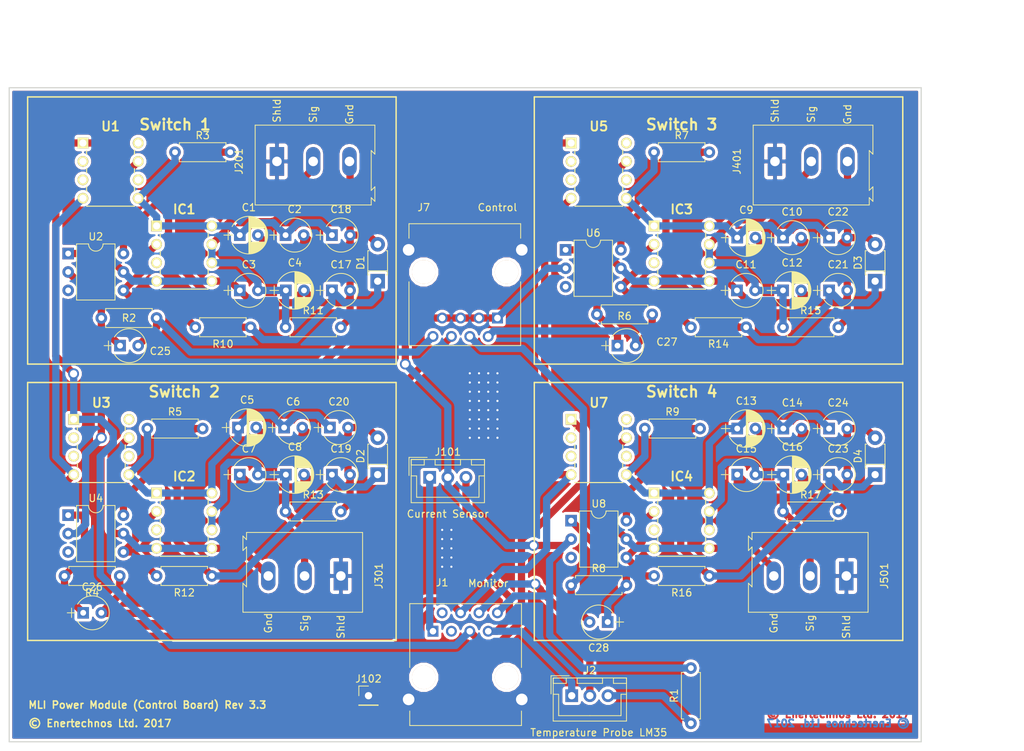
<source format=kicad_pcb>
(kicad_pcb (version 4) (host pcbnew 4.0.7)

  (general
    (links 205)
    (no_connects 0)
    (area 49.454999 34.214999 175.335001 124.535001)
    (thickness 1.6)
    (drawings 32)
    (tracks 508)
    (zones 0)
    (modules 112)
    (nets 37)
  )

  (page A4)
  (title_block
    (title "Power Module (Control Board)")
    (date 2017-12-14)
    (rev "Release 0.1")
    (company "Enertechnos Ltd.")
    (comment 1 "FOR REVIEW")
  )

  (layers
    (0 F.Cu signal)
    (31 B.Cu signal)
    (33 F.Adhes user hide)
    (35 F.Paste user hide)
    (37 F.SilkS user)
    (38 B.Mask user)
    (39 F.Mask user)
    (40 Dwgs.User user)
    (41 Cmts.User user hide)
    (42 Eco1.User user hide)
    (43 Eco2.User user hide)
    (44 Edge.Cuts user)
    (45 Margin user hide)
    (47 F.CrtYd user)
    (49 F.Fab user hide)
  )

  (setup
    (last_trace_width 1)
    (trace_clearance 0.4)
    (zone_clearance 0.35)
    (zone_45_only no)
    (trace_min 1)
    (segment_width 0.2)
    (edge_width 0.15)
    (via_size 1.5)
    (via_drill 1)
    (via_min_size 1.5)
    (via_min_drill 0.3)
    (uvia_size 1)
    (uvia_drill 0.5)
    (uvias_allowed no)
    (uvia_min_size 1)
    (uvia_min_drill 0.1)
    (pcb_text_width 0.3)
    (pcb_text_size 1.5 1.5)
    (mod_edge_width 0.15)
    (mod_text_size 1 1)
    (mod_text_width 0.15)
    (pad_size 0.6 0.6)
    (pad_drill 0.3)
    (pad_to_mask_clearance 0.2)
    (aux_axis_origin 49.53 124.46)
    (visible_elements 7FFFEF7F)
    (pcbplotparams
      (layerselection 0x010e0_80000001)
      (usegerberextensions false)
      (excludeedgelayer true)
      (linewidth 0.100000)
      (plotframeref false)
      (viasonmask false)
      (mode 1)
      (useauxorigin true)
      (hpglpennumber 1)
      (hpglpenspeed 20)
      (hpglpendiameter 15)
      (hpglpenoverlay 2)
      (psnegative false)
      (psa4output false)
      (plotreference true)
      (plotvalue true)
      (plotinvisibletext false)
      (padsonsilk false)
      (subtractmaskfromsilk false)
      (outputformat 1)
      (mirror false)
      (drillshape 0)
      (scaleselection 1)
      (outputdirectory Plot/))
  )

  (net 0 "")
  (net 1 "Net-(C1-Pad1)")
  (net 2 "Net-(C10-Pad1)")
  (net 3 "Net-(C13-Pad1)")
  (net 4 "Net-(IC1-Pad2)")
  (net 5 "Net-(IC2-Pad2)")
  (net 6 "Net-(IC3-Pad2)")
  (net 7 "Net-(IC4-Pad2)")
  (net 8 DC_IN)
  (net 9 DC_GND)
  (net 10 ARD_GND)
  (net 11 "Net-(C20-Pad1)")
  (net 12 "Net-(C17-Pad1)")
  (net 13 "Net-(C19-Pad1)")
  (net 14 "Net-(C21-Pad1)")
  (net 15 "Net-(C23-Pad1)")
  (net 16 ARD_PWM_A)
  (net 17 ARD_PWM_B)
  (net 18 ARD_PWM_C)
  (net 19 ARD_PWM_D)
  (net 20 "Net-(C25-Pad1)")
  (net 21 "Net-(C26-Pad1)")
  (net 22 "Net-(C27-Pad1)")
  (net 23 "Net-(C28-Pad1)")
  (net 24 ARD_CUR)
  (net 25 ARD_VCC)
  (net 26 ARD_TEMP)
  (net 27 "Net-(J2-Pad3)")
  (net 28 /PsuSwitchModule.Switch.1/GND_ISO)
  (net 29 /PsuSwitchModule.Switch.1/DRV_SIG)
  (net 30 /PsuSwitchModule.Switch.2/GND_ISO)
  (net 31 /PsuSwitchModule.Switch.2/DRV_SIG)
  (net 32 /PsuSwitchModule.Switch.3/GND_ISO)
  (net 33 /PsuSwitchModule.Switch.3/DRV_SIG)
  (net 34 /PsuSwitchModule.Switch.4/GND_ISO)
  (net 35 /PsuSwitchModule.Switch.4/DRV_SIG)
  (net 36 Earth)

  (net_class Default "This is the default net class."
    (clearance 0.4)
    (trace_width 1)
    (via_dia 1.5)
    (via_drill 1)
    (uvia_dia 1)
    (uvia_drill 0.5)
    (add_net /PsuSwitchModule.Switch.1/DRV_SIG)
    (add_net /PsuSwitchModule.Switch.1/GND_ISO)
    (add_net /PsuSwitchModule.Switch.2/DRV_SIG)
    (add_net /PsuSwitchModule.Switch.2/GND_ISO)
    (add_net /PsuSwitchModule.Switch.3/DRV_SIG)
    (add_net /PsuSwitchModule.Switch.3/GND_ISO)
    (add_net /PsuSwitchModule.Switch.4/DRV_SIG)
    (add_net /PsuSwitchModule.Switch.4/GND_ISO)
    (add_net ARD_CUR)
    (add_net ARD_GND)
    (add_net ARD_PWM_A)
    (add_net ARD_PWM_B)
    (add_net ARD_PWM_C)
    (add_net ARD_PWM_D)
    (add_net ARD_TEMP)
    (add_net ARD_VCC)
    (add_net DC_GND)
    (add_net DC_IN)
    (add_net Earth)
    (add_net "Net-(C1-Pad1)")
    (add_net "Net-(C10-Pad1)")
    (add_net "Net-(C13-Pad1)")
    (add_net "Net-(C17-Pad1)")
    (add_net "Net-(C19-Pad1)")
    (add_net "Net-(C20-Pad1)")
    (add_net "Net-(C21-Pad1)")
    (add_net "Net-(C23-Pad1)")
    (add_net "Net-(C25-Pad1)")
    (add_net "Net-(C26-Pad1)")
    (add_net "Net-(C27-Pad1)")
    (add_net "Net-(C28-Pad1)")
    (add_net "Net-(IC1-Pad2)")
    (add_net "Net-(IC2-Pad2)")
    (add_net "Net-(IC3-Pad2)")
    (add_net "Net-(IC4-Pad2)")
    (add_net "Net-(J2-Pad3)")
  )

  (module Resistors_THT:R_Axial_DIN0207_L6.3mm_D2.5mm_P7.62mm_Horizontal (layer F.Cu) (tedit 5874F706) (tstamp 59EF680E)
    (at 146.05 101.6 180)
    (descr "Resistor, Axial_DIN0207 series, Axial, Horizontal, pin pitch=7.62mm, 0.25W = 1/4W, length*diameter=6.3*2.5mm^2, http://cdn-reichelt.de/documents/datenblatt/B400/1_4W%23YAG.pdf")
    (tags "Resistor Axial_DIN0207 series Axial Horizontal pin pitch 7.62mm 0.25W = 1/4W length 6.3mm diameter 2.5mm")
    (path /59A712A3/59EF0FC7)
    (fp_text reference R16 (at 3.81 -2.31 180) (layer F.SilkS)
      (effects (font (size 1 1) (thickness 0.15)))
    )
    (fp_text value R (at 3.81 2.31 180) (layer F.Fab)
      (effects (font (size 1 1) (thickness 0.15)))
    )
    (fp_line (start 0.66 -1.25) (end 0.66 1.25) (layer F.Fab) (width 0.1))
    (fp_line (start 0.66 1.25) (end 6.96 1.25) (layer F.Fab) (width 0.1))
    (fp_line (start 6.96 1.25) (end 6.96 -1.25) (layer F.Fab) (width 0.1))
    (fp_line (start 6.96 -1.25) (end 0.66 -1.25) (layer F.Fab) (width 0.1))
    (fp_line (start 0 0) (end 0.66 0) (layer F.Fab) (width 0.1))
    (fp_line (start 7.62 0) (end 6.96 0) (layer F.Fab) (width 0.1))
    (fp_line (start 0.6 -0.98) (end 0.6 -1.31) (layer F.SilkS) (width 0.12))
    (fp_line (start 0.6 -1.31) (end 7.02 -1.31) (layer F.SilkS) (width 0.12))
    (fp_line (start 7.02 -1.31) (end 7.02 -0.98) (layer F.SilkS) (width 0.12))
    (fp_line (start 0.6 0.98) (end 0.6 1.31) (layer F.SilkS) (width 0.12))
    (fp_line (start 0.6 1.31) (end 7.02 1.31) (layer F.SilkS) (width 0.12))
    (fp_line (start 7.02 1.31) (end 7.02 0.98) (layer F.SilkS) (width 0.12))
    (fp_line (start -1.05 -1.6) (end -1.05 1.6) (layer F.CrtYd) (width 0.05))
    (fp_line (start -1.05 1.6) (end 8.7 1.6) (layer F.CrtYd) (width 0.05))
    (fp_line (start 8.7 1.6) (end 8.7 -1.6) (layer F.CrtYd) (width 0.05))
    (fp_line (start 8.7 -1.6) (end -1.05 -1.6) (layer F.CrtYd) (width 0.05))
    (pad 1 thru_hole circle (at 0 0 180) (size 1.6 1.6) (drill 0.8) (layers *.Cu *.Mask)
      (net 15 "Net-(C23-Pad1)"))
    (pad 2 thru_hole oval (at 7.62 0 180) (size 1.6 1.6) (drill 0.8) (layers *.Cu *.Mask)
      (net 7 "Net-(IC4-Pad2)"))
    (model ${KISYS3DMOD}/Resistors_THT.3dshapes/R_Axial_DIN0207_L6.3mm_D2.5mm_P7.62mm_Horizontal.wrl
      (at (xyz 0 0 0))
      (scale (xyz 0.3937 0.3937 0.3937))
      (rotate (xyz 0 0 0))
    )
  )

  (module Resistors_THT:R_Axial_DIN0207_L6.3mm_D2.5mm_P7.62mm_Horizontal (layer F.Cu) (tedit 5874F706) (tstamp 59EF6824)
    (at 156.21 92.71)
    (descr "Resistor, Axial_DIN0207 series, Axial, Horizontal, pin pitch=7.62mm, 0.25W = 1/4W, length*diameter=6.3*2.5mm^2, http://cdn-reichelt.de/documents/datenblatt/B400/1_4W%23YAG.pdf")
    (tags "Resistor Axial_DIN0207 series Axial Horizontal pin pitch 7.62mm 0.25W = 1/4W length 6.3mm diameter 2.5mm")
    (path /59A712A3/59EF1A58)
    (fp_text reference R17 (at 3.81 -2.31) (layer F.SilkS)
      (effects (font (size 1 1) (thickness 0.15)))
    )
    (fp_text value R (at 3.81 2.31) (layer F.Fab)
      (effects (font (size 1 1) (thickness 0.15)))
    )
    (fp_line (start 0.66 -1.25) (end 0.66 1.25) (layer F.Fab) (width 0.1))
    (fp_line (start 0.66 1.25) (end 6.96 1.25) (layer F.Fab) (width 0.1))
    (fp_line (start 6.96 1.25) (end 6.96 -1.25) (layer F.Fab) (width 0.1))
    (fp_line (start 6.96 -1.25) (end 0.66 -1.25) (layer F.Fab) (width 0.1))
    (fp_line (start 0 0) (end 0.66 0) (layer F.Fab) (width 0.1))
    (fp_line (start 7.62 0) (end 6.96 0) (layer F.Fab) (width 0.1))
    (fp_line (start 0.6 -0.98) (end 0.6 -1.31) (layer F.SilkS) (width 0.12))
    (fp_line (start 0.6 -1.31) (end 7.02 -1.31) (layer F.SilkS) (width 0.12))
    (fp_line (start 7.02 -1.31) (end 7.02 -0.98) (layer F.SilkS) (width 0.12))
    (fp_line (start 0.6 0.98) (end 0.6 1.31) (layer F.SilkS) (width 0.12))
    (fp_line (start 0.6 1.31) (end 7.02 1.31) (layer F.SilkS) (width 0.12))
    (fp_line (start 7.02 1.31) (end 7.02 0.98) (layer F.SilkS) (width 0.12))
    (fp_line (start -1.05 -1.6) (end -1.05 1.6) (layer F.CrtYd) (width 0.05))
    (fp_line (start -1.05 1.6) (end 8.7 1.6) (layer F.CrtYd) (width 0.05))
    (fp_line (start 8.7 1.6) (end 8.7 -1.6) (layer F.CrtYd) (width 0.05))
    (fp_line (start 8.7 -1.6) (end -1.05 -1.6) (layer F.CrtYd) (width 0.05))
    (pad 1 thru_hole circle (at 0 0) (size 1.6 1.6) (drill 0.8) (layers *.Cu *.Mask)
      (net 35 /PsuSwitchModule.Switch.4/DRV_SIG))
    (pad 2 thru_hole oval (at 7.62 0) (size 1.6 1.6) (drill 0.8) (layers *.Cu *.Mask)
      (net 34 /PsuSwitchModule.Switch.4/GND_ISO))
    (model ${KISYS3DMOD}/Resistors_THT.3dshapes/R_Axial_DIN0207_L6.3mm_D2.5mm_P7.62mm_Horizontal.wrl
      (at (xyz 0 0 0))
      (scale (xyz 0.3937 0.3937 0.3937))
      (rotate (xyz 0 0 0))
    )
  )

  (module PartsLibraries:TC4422AVPA (layer F.Cu) (tedit 592E9A52) (tstamp 59A6EC7B)
    (at 138.43 90.17)
    (descr DIP254P762X432-8)
    (tags "Integrated Circuit")
    (path /59A712A3/59498139)
    (fp_text reference IC4 (at 3.81 -2.286) (layer F.SilkS)
      (effects (font (size 1.27 1.27) (thickness 0.254)))
    )
    (fp_text value TC4421CPA (at 3.556 9.906) (layer F.SilkS) hide
      (effects (font (size 1.27 1.27) (thickness 0.254)))
    )
    (fp_line (start 0.508 8.7122) (end 0.508 -1.0922) (layer Dwgs.User) (width 0.1524))
    (fp_line (start 0.508 -1.1938) (end 7.112 -1.1938) (layer Dwgs.User) (width 0.1524))
    (fp_line (start -0.4826 3.048) (end 0.508 3.048) (layer Dwgs.User) (width 0.1524))
    (fp_line (start -0.4826 2.032) (end -0.4826 3.048) (layer Dwgs.User) (width 0.1524))
    (fp_line (start 0.508 2.032) (end -0.4826 2.032) (layer Dwgs.User) (width 0.1524))
    (fp_line (start 0.508 3.048) (end 0.508 2.032) (layer Dwgs.User) (width 0.1524))
    (fp_line (start 7.112 1.5748) (end 7.112 0.9652) (layer F.SilkS) (width 0.1524))
    (fp_line (start 7.112 4.1148) (end 7.112 3.5052) (layer F.SilkS) (width 0.1524))
    (fp_line (start 0.508 6.0452) (end 0.508 6.6548) (layer F.SilkS) (width 0.1524))
    (fp_line (start 0.508 3.5052) (end 0.508 4.1148) (layer F.SilkS) (width 0.1524))
    (fp_line (start 0.508 8.7122) (end 7.112 8.7122) (layer F.SilkS) (width 0.1524))
    (fp_line (start 7.112 6.6548) (end 7.112 6.0452) (layer F.SilkS) (width 0.1524))
    (fp_line (start 0.508 1.0922) (end 0.508 1.5748) (layer F.SilkS) (width 0.1524))
    (fp_line (start 0.508 0.508) (end 0.508 -0.508) (layer Dwgs.User) (width 0.1524))
    (fp_line (start 0.508 -0.508) (end -0.4826 -0.508) (layer Dwgs.User) (width 0.1524))
    (fp_line (start -0.4826 -0.508) (end -0.4826 0.508) (layer Dwgs.User) (width 0.1524))
    (fp_line (start -0.4826 0.508) (end 0.508 0.508) (layer Dwgs.User) (width 0.1524))
    (fp_line (start 0.508 5.588) (end 0.508 4.572) (layer Dwgs.User) (width 0.1524))
    (fp_line (start 0.508 4.572) (end -0.4826 4.572) (layer Dwgs.User) (width 0.1524))
    (fp_line (start -0.4826 4.572) (end -0.4826 5.588) (layer Dwgs.User) (width 0.1524))
    (fp_line (start -0.4826 5.588) (end 0.508 5.588) (layer Dwgs.User) (width 0.1524))
    (fp_line (start 0.508 8.128) (end 0.508 7.112) (layer Dwgs.User) (width 0.1524))
    (fp_line (start 0.508 7.112) (end -0.4826 7.1374) (layer Dwgs.User) (width 0.1524))
    (fp_line (start -0.4826 7.1374) (end -0.4826 8.128) (layer Dwgs.User) (width 0.1524))
    (fp_line (start -0.4826 8.128) (end 0.508 8.128) (layer Dwgs.User) (width 0.1524))
    (fp_line (start 7.112 7.112) (end 7.112 8.128) (layer Dwgs.User) (width 0.1524))
    (fp_line (start 7.112 8.128) (end 8.1026 8.1026) (layer Dwgs.User) (width 0.1524))
    (fp_line (start 8.1026 8.1026) (end 8.1026 7.112) (layer Dwgs.User) (width 0.1524))
    (fp_line (start 8.1026 7.112) (end 7.112 7.112) (layer Dwgs.User) (width 0.1524))
    (fp_line (start 7.112 4.572) (end 7.112 5.588) (layer Dwgs.User) (width 0.1524))
    (fp_line (start 7.112 5.588) (end 8.1026 5.5626) (layer Dwgs.User) (width 0.1524))
    (fp_line (start 8.1026 5.5626) (end 8.1026 4.572) (layer Dwgs.User) (width 0.1524))
    (fp_line (start 8.1026 4.572) (end 7.112 4.572) (layer Dwgs.User) (width 0.1524))
    (fp_line (start 7.112 2.032) (end 7.112 3.048) (layer Dwgs.User) (width 0.1524))
    (fp_line (start 7.112 3.048) (end 8.1026 3.048) (layer Dwgs.User) (width 0.1524))
    (fp_line (start 8.1026 3.048) (end 8.1026 2.032) (layer Dwgs.User) (width 0.1524))
    (fp_line (start 8.1026 2.032) (end 7.112 2.032) (layer Dwgs.User) (width 0.1524))
    (fp_line (start 7.112 -0.508) (end 7.112 0.508) (layer Dwgs.User) (width 0.1524))
    (fp_line (start 7.112 0.508) (end 8.1026 0.508) (layer Dwgs.User) (width 0.1524))
    (fp_line (start 8.1026 0.508) (end 8.1026 -0.508) (layer Dwgs.User) (width 0.1524))
    (fp_line (start 8.1026 -0.508) (end 7.112 -0.508) (layer Dwgs.User) (width 0.1524))
    (fp_line (start 0.508 8.7122) (end 7.112 8.7122) (layer Dwgs.User) (width 0.1524))
    (fp_line (start 7.112 8.7122) (end 7.112 -1.0922) (layer Dwgs.User) (width 0.1524))
    (pad 1 thru_hole rect (at 0 0 90) (size 1.4859 1.4859) (drill 0.9906) (layers *.Cu *.Mask F.SilkS)
      (net 3 "Net-(C13-Pad1)"))
    (pad 2 thru_hole circle (at 0 2.54 90) (size 1.4859 1.4859) (drill 0.9906) (layers *.Cu *.Mask F.SilkS)
      (net 7 "Net-(IC4-Pad2)"))
    (pad 3 thru_hole circle (at 0 5.08 90) (size 1.4859 1.4859) (drill 0.9906) (layers *.Cu *.Mask F.SilkS))
    (pad 4 thru_hole circle (at 0 7.62 90) (size 1.4859 1.4859) (drill 0.9906) (layers *.Cu *.Mask F.SilkS)
      (net 34 /PsuSwitchModule.Switch.4/GND_ISO))
    (pad 5 thru_hole circle (at 7.62 7.62 90) (size 1.4859 1.4859) (drill 0.9906) (layers *.Cu *.Mask F.SilkS)
      (net 34 /PsuSwitchModule.Switch.4/GND_ISO))
    (pad 6 thru_hole circle (at 7.62 5.08 90) (size 1.4859 1.4859) (drill 0.9906) (layers *.Cu *.Mask F.SilkS)
      (net 35 /PsuSwitchModule.Switch.4/DRV_SIG))
    (pad 7 thru_hole circle (at 7.62 2.54 90) (size 1.4859 1.4859) (drill 0.9906) (layers *.Cu *.Mask F.SilkS)
      (net 35 /PsuSwitchModule.Switch.4/DRV_SIG))
    (pad 8 thru_hole circle (at 7.62 0 90) (size 1.4859 1.4859) (drill 0.9906) (layers *.Cu *.Mask F.SilkS)
      (net 3 "Net-(C13-Pad1)"))
    (model Housings_DIP.3dshapes/DIP-8_W7.62mm.wrl
      (at (xyz 0 0 0))
      (scale (xyz 1 1 1))
      (rotate (xyz 0 0 0))
    )
  )

  (module PartsLibraries:TerminalBlock_Altech_AK300-3_P5.00mm (layer F.Cu) (tedit 5AC4BBAD) (tstamp 5AC4EC94)
    (at 164.94 101.6 180)
    (descr "Altech AK300 terminal block, pitch 5.0mm, 45 degree angled, see http://www.mouser.com/ds/2/16/PCBMETRC-24178.pdf")
    (tags "Altech AK300 terminal block pitch 5.0mm")
    (path /59A712A3/5AA809BD)
    (fp_text reference J501 (at -5.24 0 270) (layer F.SilkS)
      (effects (font (size 1 1) (thickness 0.15)))
    )
    (fp_text value Conn_01x03_Male (at 4.95 10 180) (layer F.Fab)
      (effects (font (size 1 1) (thickness 0.15)))
    )
    (fp_text user Shld (at 0 -7 270) (layer F.SilkS)
      (effects (font (size 1 1) (thickness 0.15)))
    )
    (fp_text user Gnd (at 10 -6.5 450) (layer F.SilkS)
      (effects (font (size 1 1) (thickness 0.15)))
    )
    (fp_text user Sig (at 5 -6.5 270) (layer F.SilkS)
      (effects (font (size 1 1) (thickness 0.15)))
    )
    (fp_line (start -3 -5) (end -3 6) (layer F.SilkS) (width 0.12))
    (fp_line (start -3 6) (end 13 6) (layer F.SilkS) (width 0.12))
    (fp_line (start 13 6) (end 13 5) (layer F.SilkS) (width 0.12))
    (fp_line (start 13 5) (end 13.5 5.5) (layer F.SilkS) (width 0.12))
    (fp_line (start 13.5 5.5) (end 13.5 3.5) (layer F.SilkS) (width 0.12))
    (fp_line (start 13.5 3.5) (end 13 4) (layer F.SilkS) (width 0.12))
    (fp_line (start 13 4) (end 13 -1.5) (layer F.SilkS) (width 0.12))
    (fp_line (start 13 -1.5) (end 13.5 -1) (layer F.SilkS) (width 0.12))
    (fp_line (start 13.5 -1) (end 13.5 -5) (layer F.SilkS) (width 0.12))
    (fp_line (start 13.5 -5) (end -3 -5) (layer F.SilkS) (width 0.12))
    (fp_line (start -3.5 -5.5) (end 14 -5.5) (layer F.CrtYd) (width 0.05))
    (fp_line (start -3.5 -5.5) (end -3.5 6.5) (layer F.CrtYd) (width 0.05))
    (fp_line (start 14 6.5) (end 14 -5.5) (layer F.CrtYd) (width 0.05))
    (fp_line (start 14 6.5) (end -3.5 6.5) (layer F.CrtYd) (width 0.05))
    (pad 1 thru_hole rect (at 0 0 180) (size 1.98 3.96) (drill 1.32) (layers *.Cu *.Mask)
      (net 36 Earth))
    (pad 2 thru_hole oval (at 5 0 180) (size 1.98 3.96) (drill 1.32) (layers *.Cu *.Mask)
      (net 35 /PsuSwitchModule.Switch.4/DRV_SIG))
    (pad 3 thru_hole oval (at 10 0 180) (size 1.98 3.96) (drill 1.32) (layers *.Cu *.Mask)
      (net 34 /PsuSwitchModule.Switch.4/GND_ISO))
    (model C:/Development/mlihardware/3D/17574.wrl
      (at (xyz 0 0 0))
      (scale (xyz 1 1 1))
      (rotate (xyz 0 0 0))
    )
  )

  (module Resistors_THT:R_Axial_DIN0207_L6.3mm_D2.5mm_P7.62mm_Horizontal (layer F.Cu) (tedit 5874F706) (tstamp 59EF67B6)
    (at 77.47 101.6 180)
    (descr "Resistor, Axial_DIN0207 series, Axial, Horizontal, pin pitch=7.62mm, 0.25W = 1/4W, length*diameter=6.3*2.5mm^2, http://cdn-reichelt.de/documents/datenblatt/B400/1_4W%23YAG.pdf")
    (tags "Resistor Axial_DIN0207 series Axial Horizontal pin pitch 7.62mm 0.25W = 1/4W length 6.3mm diameter 2.5mm")
    (path /59A7109E/59EF0FC7)
    (fp_text reference R12 (at 3.81 -2.31 180) (layer F.SilkS)
      (effects (font (size 1 1) (thickness 0.15)))
    )
    (fp_text value R (at 3.81 2.31 180) (layer F.Fab)
      (effects (font (size 1 1) (thickness 0.15)))
    )
    (fp_line (start 0.66 -1.25) (end 0.66 1.25) (layer F.Fab) (width 0.1))
    (fp_line (start 0.66 1.25) (end 6.96 1.25) (layer F.Fab) (width 0.1))
    (fp_line (start 6.96 1.25) (end 6.96 -1.25) (layer F.Fab) (width 0.1))
    (fp_line (start 6.96 -1.25) (end 0.66 -1.25) (layer F.Fab) (width 0.1))
    (fp_line (start 0 0) (end 0.66 0) (layer F.Fab) (width 0.1))
    (fp_line (start 7.62 0) (end 6.96 0) (layer F.Fab) (width 0.1))
    (fp_line (start 0.6 -0.98) (end 0.6 -1.31) (layer F.SilkS) (width 0.12))
    (fp_line (start 0.6 -1.31) (end 7.02 -1.31) (layer F.SilkS) (width 0.12))
    (fp_line (start 7.02 -1.31) (end 7.02 -0.98) (layer F.SilkS) (width 0.12))
    (fp_line (start 0.6 0.98) (end 0.6 1.31) (layer F.SilkS) (width 0.12))
    (fp_line (start 0.6 1.31) (end 7.02 1.31) (layer F.SilkS) (width 0.12))
    (fp_line (start 7.02 1.31) (end 7.02 0.98) (layer F.SilkS) (width 0.12))
    (fp_line (start -1.05 -1.6) (end -1.05 1.6) (layer F.CrtYd) (width 0.05))
    (fp_line (start -1.05 1.6) (end 8.7 1.6) (layer F.CrtYd) (width 0.05))
    (fp_line (start 8.7 1.6) (end 8.7 -1.6) (layer F.CrtYd) (width 0.05))
    (fp_line (start 8.7 -1.6) (end -1.05 -1.6) (layer F.CrtYd) (width 0.05))
    (pad 1 thru_hole circle (at 0 0 180) (size 1.6 1.6) (drill 0.8) (layers *.Cu *.Mask)
      (net 13 "Net-(C19-Pad1)"))
    (pad 2 thru_hole oval (at 7.62 0 180) (size 1.6 1.6) (drill 0.8) (layers *.Cu *.Mask)
      (net 5 "Net-(IC2-Pad2)"))
    (model ${KISYS3DMOD}/Resistors_THT.3dshapes/R_Axial_DIN0207_L6.3mm_D2.5mm_P7.62mm_Horizontal.wrl
      (at (xyz 0 0 0))
      (scale (xyz 0.3937 0.3937 0.3937))
      (rotate (xyz 0 0 0))
    )
  )

  (module PartsLibraries:TC4422AVPA (layer F.Cu) (tedit 592E9A52) (tstamp 59A6EBD6)
    (at 69.85 53.34)
    (descr DIP254P762X432-8)
    (tags "Integrated Circuit")
    (path /59498AA5/59498139)
    (fp_text reference IC1 (at 3.81 -2.286) (layer F.SilkS)
      (effects (font (size 1.27 1.27) (thickness 0.254)))
    )
    (fp_text value TC4421CPA (at 3.556 9.906) (layer F.SilkS) hide
      (effects (font (size 1.27 1.27) (thickness 0.254)))
    )
    (fp_line (start 0.508 8.7122) (end 0.508 -1.0922) (layer Dwgs.User) (width 0.1524))
    (fp_line (start 0.508 -1.1938) (end 7.112 -1.1938) (layer Dwgs.User) (width 0.1524))
    (fp_line (start -0.4826 3.048) (end 0.508 3.048) (layer Dwgs.User) (width 0.1524))
    (fp_line (start -0.4826 2.032) (end -0.4826 3.048) (layer Dwgs.User) (width 0.1524))
    (fp_line (start 0.508 2.032) (end -0.4826 2.032) (layer Dwgs.User) (width 0.1524))
    (fp_line (start 0.508 3.048) (end 0.508 2.032) (layer Dwgs.User) (width 0.1524))
    (fp_line (start 7.112 1.5748) (end 7.112 0.9652) (layer F.SilkS) (width 0.1524))
    (fp_line (start 7.112 4.1148) (end 7.112 3.5052) (layer F.SilkS) (width 0.1524))
    (fp_line (start 0.508 6.0452) (end 0.508 6.6548) (layer F.SilkS) (width 0.1524))
    (fp_line (start 0.508 3.5052) (end 0.508 4.1148) (layer F.SilkS) (width 0.1524))
    (fp_line (start 0.508 8.7122) (end 7.112 8.7122) (layer F.SilkS) (width 0.1524))
    (fp_line (start 7.112 6.6548) (end 7.112 6.0452) (layer F.SilkS) (width 0.1524))
    (fp_line (start 0.508 1.0922) (end 0.508 1.5748) (layer F.SilkS) (width 0.1524))
    (fp_line (start 0.508 0.508) (end 0.508 -0.508) (layer Dwgs.User) (width 0.1524))
    (fp_line (start 0.508 -0.508) (end -0.4826 -0.508) (layer Dwgs.User) (width 0.1524))
    (fp_line (start -0.4826 -0.508) (end -0.4826 0.508) (layer Dwgs.User) (width 0.1524))
    (fp_line (start -0.4826 0.508) (end 0.508 0.508) (layer Dwgs.User) (width 0.1524))
    (fp_line (start 0.508 5.588) (end 0.508 4.572) (layer Dwgs.User) (width 0.1524))
    (fp_line (start 0.508 4.572) (end -0.4826 4.572) (layer Dwgs.User) (width 0.1524))
    (fp_line (start -0.4826 4.572) (end -0.4826 5.588) (layer Dwgs.User) (width 0.1524))
    (fp_line (start -0.4826 5.588) (end 0.508 5.588) (layer Dwgs.User) (width 0.1524))
    (fp_line (start 0.508 8.128) (end 0.508 7.112) (layer Dwgs.User) (width 0.1524))
    (fp_line (start 0.508 7.112) (end -0.4826 7.1374) (layer Dwgs.User) (width 0.1524))
    (fp_line (start -0.4826 7.1374) (end -0.4826 8.128) (layer Dwgs.User) (width 0.1524))
    (fp_line (start -0.4826 8.128) (end 0.508 8.128) (layer Dwgs.User) (width 0.1524))
    (fp_line (start 7.112 7.112) (end 7.112 8.128) (layer Dwgs.User) (width 0.1524))
    (fp_line (start 7.112 8.128) (end 8.1026 8.1026) (layer Dwgs.User) (width 0.1524))
    (fp_line (start 8.1026 8.1026) (end 8.1026 7.112) (layer Dwgs.User) (width 0.1524))
    (fp_line (start 8.1026 7.112) (end 7.112 7.112) (layer Dwgs.User) (width 0.1524))
    (fp_line (start 7.112 4.572) (end 7.112 5.588) (layer Dwgs.User) (width 0.1524))
    (fp_line (start 7.112 5.588) (end 8.1026 5.5626) (layer Dwgs.User) (width 0.1524))
    (fp_line (start 8.1026 5.5626) (end 8.1026 4.572) (layer Dwgs.User) (width 0.1524))
    (fp_line (start 8.1026 4.572) (end 7.112 4.572) (layer Dwgs.User) (width 0.1524))
    (fp_line (start 7.112 2.032) (end 7.112 3.048) (layer Dwgs.User) (width 0.1524))
    (fp_line (start 7.112 3.048) (end 8.1026 3.048) (layer Dwgs.User) (width 0.1524))
    (fp_line (start 8.1026 3.048) (end 8.1026 2.032) (layer Dwgs.User) (width 0.1524))
    (fp_line (start 8.1026 2.032) (end 7.112 2.032) (layer Dwgs.User) (width 0.1524))
    (fp_line (start 7.112 -0.508) (end 7.112 0.508) (layer Dwgs.User) (width 0.1524))
    (fp_line (start 7.112 0.508) (end 8.1026 0.508) (layer Dwgs.User) (width 0.1524))
    (fp_line (start 8.1026 0.508) (end 8.1026 -0.508) (layer Dwgs.User) (width 0.1524))
    (fp_line (start 8.1026 -0.508) (end 7.112 -0.508) (layer Dwgs.User) (width 0.1524))
    (fp_line (start 0.508 8.7122) (end 7.112 8.7122) (layer Dwgs.User) (width 0.1524))
    (fp_line (start 7.112 8.7122) (end 7.112 -1.0922) (layer Dwgs.User) (width 0.1524))
    (pad 1 thru_hole rect (at 0 0 90) (size 1.4859 1.4859) (drill 0.9906) (layers *.Cu *.Mask F.SilkS)
      (net 1 "Net-(C1-Pad1)"))
    (pad 2 thru_hole circle (at 0 2.54 90) (size 1.4859 1.4859) (drill 0.9906) (layers *.Cu *.Mask F.SilkS)
      (net 4 "Net-(IC1-Pad2)"))
    (pad 3 thru_hole circle (at 0 5.08 90) (size 1.4859 1.4859) (drill 0.9906) (layers *.Cu *.Mask F.SilkS))
    (pad 4 thru_hole circle (at 0 7.62 90) (size 1.4859 1.4859) (drill 0.9906) (layers *.Cu *.Mask F.SilkS)
      (net 28 /PsuSwitchModule.Switch.1/GND_ISO))
    (pad 5 thru_hole circle (at 7.62 7.62 90) (size 1.4859 1.4859) (drill 0.9906) (layers *.Cu *.Mask F.SilkS)
      (net 28 /PsuSwitchModule.Switch.1/GND_ISO))
    (pad 6 thru_hole circle (at 7.62 5.08 90) (size 1.4859 1.4859) (drill 0.9906) (layers *.Cu *.Mask F.SilkS)
      (net 29 /PsuSwitchModule.Switch.1/DRV_SIG))
    (pad 7 thru_hole circle (at 7.62 2.54 90) (size 1.4859 1.4859) (drill 0.9906) (layers *.Cu *.Mask F.SilkS)
      (net 29 /PsuSwitchModule.Switch.1/DRV_SIG))
    (pad 8 thru_hole circle (at 7.62 0 90) (size 1.4859 1.4859) (drill 0.9906) (layers *.Cu *.Mask F.SilkS)
      (net 1 "Net-(C1-Pad1)"))
    (model Housings_DIP.3dshapes/DIP-8_W7.62mm.wrl
      (at (xyz 0 0 0))
      (scale (xyz 1 1 1))
      (rotate (xyz 0 0 0))
    )
  )

  (module Capacitors_THT:CP_Radial_Tantal_D4.5mm_P2.50mm (layer F.Cu) (tedit 597C781B) (tstamp 5A16CB73)
    (at 133.39 69.85)
    (descr "CP, Radial_Tantal series, Radial, pin pitch=2.50mm, , diameter=4.5mm, Tantal Electrolytic Capacitor, http://cdn-reichelt.de/documents/datenblatt/B300/TANTAL-TB-Serie%23.pdf")
    (tags "CP Radial_Tantal series Radial pin pitch 2.50mm  diameter 4.5mm Tantal Electrolytic Capacitor")
    (path /59A71299/5A16CD08)
    (fp_text reference C27 (at 6.818 -0.508) (layer F.SilkS)
      (effects (font (size 1 1) (thickness 0.15)))
    )
    (fp_text value 100nF (at 1.25 3.56) (layer F.Fab)
      (effects (font (size 1 1) (thickness 0.15)))
    )
    (fp_arc (start 1.25 0) (end -0.770693 -1.18) (angle 119.4) (layer F.SilkS) (width 0.12))
    (fp_arc (start 1.25 0) (end -0.770693 1.18) (angle -119.4) (layer F.SilkS) (width 0.12))
    (fp_arc (start 1.25 0) (end 3.270693 -1.18) (angle 60.6) (layer F.SilkS) (width 0.12))
    (fp_circle (center 1.25 0) (end 3.5 0) (layer F.Fab) (width 0.1))
    (fp_line (start -2.2 0) (end -1 0) (layer F.Fab) (width 0.1))
    (fp_line (start -1.6 -0.65) (end -1.6 0.65) (layer F.Fab) (width 0.1))
    (fp_line (start -2.2 0) (end -1 0) (layer F.SilkS) (width 0.12))
    (fp_line (start -1.6 -0.65) (end -1.6 0.65) (layer F.SilkS) (width 0.12))
    (fp_line (start -1.35 -2.6) (end -1.35 2.6) (layer F.CrtYd) (width 0.05))
    (fp_line (start -1.35 2.6) (end 3.85 2.6) (layer F.CrtYd) (width 0.05))
    (fp_line (start 3.85 2.6) (end 3.85 -2.6) (layer F.CrtYd) (width 0.05))
    (fp_line (start 3.85 -2.6) (end -1.35 -2.6) (layer F.CrtYd) (width 0.05))
    (fp_text user %R (at 1.25 0) (layer F.Fab)
      (effects (font (size 1 1) (thickness 0.15)))
    )
    (pad 1 thru_hole rect (at 0 0) (size 1.6 1.6) (drill 0.8) (layers *.Cu *.Mask)
      (net 22 "Net-(C27-Pad1)"))
    (pad 2 thru_hole circle (at 2.5 0) (size 1.6 1.6) (drill 0.8) (layers *.Cu *.Mask)
      (net 18 ARD_PWM_C))
    (model ${KISYS3DMOD}/Capacitors_THT.3dshapes/CP_Radial_Tantal_D4.5mm_P2.50mm.wrl
      (at (xyz 0 0 0))
      (scale (xyz 1 1 1))
      (rotate (xyz 0 0 0))
    )
  )

  (module Diodes_THT:D_T-1_P5.08mm_Horizontal (layer F.Cu) (tedit 5921392F) (tstamp 59F0CB1D)
    (at 100.33 60.96 90)
    (descr "D, T-1 series, Axial, Horizontal, pin pitch=5.08mm, , length*diameter=3.2*2.6mm^2, , http://www.diodes.com/_files/packages/T-1.pdf")
    (tags "D T-1 series Axial Horizontal pin pitch 5.08mm  length 3.2mm diameter 2.6mm")
    (path /59498AA5/59EF0E59)
    (fp_text reference D1 (at 2.54 -2.36 90) (layer F.SilkS)
      (effects (font (size 1 1) (thickness 0.15)))
    )
    (fp_text value D_Zener (at 2.54 2.36 90) (layer F.Fab)
      (effects (font (size 1 1) (thickness 0.15)))
    )
    (fp_text user %R (at 2.54 0 90) (layer F.Fab)
      (effects (font (size 1 1) (thickness 0.15)))
    )
    (fp_line (start 0.94 -1.3) (end 0.94 1.3) (layer F.Fab) (width 0.1))
    (fp_line (start 0.94 1.3) (end 4.14 1.3) (layer F.Fab) (width 0.1))
    (fp_line (start 4.14 1.3) (end 4.14 -1.3) (layer F.Fab) (width 0.1))
    (fp_line (start 4.14 -1.3) (end 0.94 -1.3) (layer F.Fab) (width 0.1))
    (fp_line (start 0 0) (end 0.94 0) (layer F.Fab) (width 0.1))
    (fp_line (start 5.08 0) (end 4.14 0) (layer F.Fab) (width 0.1))
    (fp_line (start 1.42 -1.3) (end 1.42 1.3) (layer F.Fab) (width 0.1))
    (fp_line (start 0.88 -1.18) (end 0.88 -1.36) (layer F.SilkS) (width 0.12))
    (fp_line (start 0.88 -1.36) (end 4.2 -1.36) (layer F.SilkS) (width 0.12))
    (fp_line (start 4.2 -1.36) (end 4.2 -1.18) (layer F.SilkS) (width 0.12))
    (fp_line (start 0.88 1.18) (end 0.88 1.36) (layer F.SilkS) (width 0.12))
    (fp_line (start 0.88 1.36) (end 4.2 1.36) (layer F.SilkS) (width 0.12))
    (fp_line (start 4.2 1.36) (end 4.2 1.18) (layer F.SilkS) (width 0.12))
    (fp_line (start 1.42 -1.36) (end 1.42 1.36) (layer F.SilkS) (width 0.12))
    (fp_line (start -1.25 -1.65) (end -1.25 1.65) (layer F.CrtYd) (width 0.05))
    (fp_line (start -1.25 1.65) (end 6.35 1.65) (layer F.CrtYd) (width 0.05))
    (fp_line (start 6.35 1.65) (end 6.35 -1.65) (layer F.CrtYd) (width 0.05))
    (fp_line (start 6.35 -1.65) (end -1.25 -1.65) (layer F.CrtYd) (width 0.05))
    (pad 1 thru_hole rect (at 0 0 90) (size 2 2) (drill 1) (layers *.Cu *.Mask)
      (net 12 "Net-(C17-Pad1)"))
    (pad 2 thru_hole oval (at 5.08 0 90) (size 2 2) (drill 1) (layers *.Cu *.Mask)
      (net 28 /PsuSwitchModule.Switch.1/GND_ISO))
    (model ${KISYS3DMOD}/Diodes_THT.3dshapes/D_T-1_P5.08mm_Horizontal.wrl
      (at (xyz 0 0 0))
      (scale (xyz 0.393701 0.393701 0.393701))
      (rotate (xyz 0 0 0))
    )
  )

  (module Capacitors_THT:CP_Radial_Tantal_D4.5mm_P2.50mm (layer F.Cu) (tedit 597C781B) (tstamp 59A6E78A)
    (at 81.32 62.23)
    (descr "CP, Radial_Tantal series, Radial, pin pitch=2.50mm, , diameter=4.5mm, Tantal Electrolytic Capacitor, http://cdn-reichelt.de/documents/datenblatt/B300/TANTAL-TB-Serie%23.pdf")
    (tags "CP Radial_Tantal series Radial pin pitch 2.50mm  diameter 4.5mm Tantal Electrolytic Capacitor")
    (path /59498AA5/5949814D)
    (fp_text reference C3 (at 1.25 -3.56) (layer F.SilkS)
      (effects (font (size 1 1) (thickness 0.15)))
    )
    (fp_text value C (at 1.25 3.56) (layer F.Fab)
      (effects (font (size 1 1) (thickness 0.15)))
    )
    (fp_arc (start 1.25 0) (end -0.770693 -1.18) (angle 119.4) (layer F.SilkS) (width 0.12))
    (fp_arc (start 1.25 0) (end -0.770693 1.18) (angle -119.4) (layer F.SilkS) (width 0.12))
    (fp_arc (start 1.25 0) (end 3.270693 -1.18) (angle 60.6) (layer F.SilkS) (width 0.12))
    (fp_circle (center 1.25 0) (end 3.5 0) (layer F.Fab) (width 0.1))
    (fp_line (start -2.2 0) (end -1 0) (layer F.Fab) (width 0.1))
    (fp_line (start -1.6 -0.65) (end -1.6 0.65) (layer F.Fab) (width 0.1))
    (fp_line (start -2.2 0) (end -1 0) (layer F.SilkS) (width 0.12))
    (fp_line (start -1.6 -0.65) (end -1.6 0.65) (layer F.SilkS) (width 0.12))
    (fp_line (start -1.35 -2.6) (end -1.35 2.6) (layer F.CrtYd) (width 0.05))
    (fp_line (start -1.35 2.6) (end 3.85 2.6) (layer F.CrtYd) (width 0.05))
    (fp_line (start 3.85 2.6) (end 3.85 -2.6) (layer F.CrtYd) (width 0.05))
    (fp_line (start 3.85 -2.6) (end -1.35 -2.6) (layer F.CrtYd) (width 0.05))
    (fp_text user %R (at 1.25 0) (layer F.Fab)
      (effects (font (size 1 1) (thickness 0.15)))
    )
    (pad 1 thru_hole rect (at 0 0) (size 1.6 1.6) (drill 0.8) (layers *.Cu *.Mask)
      (net 28 /PsuSwitchModule.Switch.1/GND_ISO))
    (pad 2 thru_hole circle (at 2.5 0) (size 1.6 1.6) (drill 0.8) (layers *.Cu *.Mask)
      (net 29 /PsuSwitchModule.Switch.1/DRV_SIG))
    (model ${KISYS3DMOD}/Capacitors_THT.3dshapes/CP_Radial_Tantal_D4.5mm_P2.50mm.wrl
      (at (xyz 0 0 0))
      (scale (xyz 1 1 1))
      (rotate (xyz 0 0 0))
    )
  )

  (module PartsLibraries:MicroVia (layer F.Cu) (tedit 5AC49D52) (tstamp 5AC4A3F9)
    (at 109.22 95.25)
    (fp_text reference REF** (at 0 -2.54) (layer F.SilkS) hide
      (effects (font (size 1 1) (thickness 0.15)))
    )
    (fp_text value MicroVia (at 0 2.54) (layer F.Fab) hide
      (effects (font (size 1 1) (thickness 0.15)))
    )
    (pad 1 thru_hole circle (at 0 0) (size 0.6 0.6) (drill 0.3) (layers *.Cu)
      (net 36 Earth) (zone_connect 2))
  )

  (module PartsLibraries:MicroVia (layer F.Cu) (tedit 5AC49D52) (tstamp 5AC4A3F5)
    (at 109.22 97.79)
    (fp_text reference REF** (at 0 -2.54) (layer F.SilkS) hide
      (effects (font (size 1 1) (thickness 0.15)))
    )
    (fp_text value MicroVia (at 0 2.54) (layer F.Fab) hide
      (effects (font (size 1 1) (thickness 0.15)))
    )
    (pad 1 thru_hole circle (at 0 0) (size 0.6 0.6) (drill 0.3) (layers *.Cu)
      (net 36 Earth) (zone_connect 2))
  )

  (module PartsLibraries:MicroVia (layer F.Cu) (tedit 5AC49D52) (tstamp 5AC4A3F1)
    (at 110.49 95.25)
    (fp_text reference REF** (at 0 -2.54) (layer F.SilkS) hide
      (effects (font (size 1 1) (thickness 0.15)))
    )
    (fp_text value MicroVia (at 0 2.54) (layer F.Fab) hide
      (effects (font (size 1 1) (thickness 0.15)))
    )
    (pad 1 thru_hole circle (at 0 0) (size 0.6 0.6) (drill 0.3) (layers *.Cu)
      (net 36 Earth) (zone_connect 2))
  )

  (module PartsLibraries:MicroVia (layer F.Cu) (tedit 5AC49D52) (tstamp 5AC4A3ED)
    (at 109.22 99.06)
    (fp_text reference REF** (at 0 -2.54) (layer F.SilkS) hide
      (effects (font (size 1 1) (thickness 0.15)))
    )
    (fp_text value MicroVia (at 0 2.54) (layer F.Fab) hide
      (effects (font (size 1 1) (thickness 0.15)))
    )
    (pad 1 thru_hole circle (at 0 0) (size 0.6 0.6) (drill 0.3) (layers *.Cu)
      (net 36 Earth) (zone_connect 2))
  )

  (module PartsLibraries:MicroVia (layer F.Cu) (tedit 5AC49D52) (tstamp 5AC4A3E9)
    (at 110.49 100.33)
    (fp_text reference REF** (at 0 -2.54) (layer F.SilkS) hide
      (effects (font (size 1 1) (thickness 0.15)))
    )
    (fp_text value MicroVia (at 0 2.54) (layer F.Fab) hide
      (effects (font (size 1 1) (thickness 0.15)))
    )
    (pad 1 thru_hole circle (at 0 0) (size 0.6 0.6) (drill 0.3) (layers *.Cu)
      (net 36 Earth) (zone_connect 2))
  )

  (module PartsLibraries:MicroVia (layer F.Cu) (tedit 5AC49D52) (tstamp 5AC4A3E5)
    (at 110.49 99.06)
    (fp_text reference REF** (at 0 -2.54) (layer F.SilkS) hide
      (effects (font (size 1 1) (thickness 0.15)))
    )
    (fp_text value MicroVia (at 0 2.54) (layer F.Fab) hide
      (effects (font (size 1 1) (thickness 0.15)))
    )
    (pad 1 thru_hole circle (at 0 0) (size 0.6 0.6) (drill 0.3) (layers *.Cu)
      (net 36 Earth) (zone_connect 2))
  )

  (module PartsLibraries:MicroVia (layer F.Cu) (tedit 5AC49D52) (tstamp 5AC4A3E1)
    (at 109.22 100.33)
    (fp_text reference REF** (at 0 -2.54) (layer F.SilkS) hide
      (effects (font (size 1 1) (thickness 0.15)))
    )
    (fp_text value MicroVia (at 0 2.54) (layer F.Fab) hide
      (effects (font (size 1 1) (thickness 0.15)))
    )
    (pad 1 thru_hole circle (at 0 0) (size 0.6 0.6) (drill 0.3) (layers *.Cu)
      (net 36 Earth) (zone_connect 2))
  )

  (module PartsLibraries:MicroVia (layer F.Cu) (tedit 5AC49D52) (tstamp 5AC4A3DD)
    (at 110.49 97.79)
    (fp_text reference REF** (at 0 -2.54) (layer F.SilkS) hide
      (effects (font (size 1 1) (thickness 0.15)))
    )
    (fp_text value MicroVia (at 0 2.54) (layer F.Fab) hide
      (effects (font (size 1 1) (thickness 0.15)))
    )
    (pad 1 thru_hole circle (at 0 0) (size 0.6 0.6) (drill 0.3) (layers *.Cu)
      (net 36 Earth) (zone_connect 2))
  )

  (module PartsLibraries:MicroVia (layer F.Cu) (tedit 5AC49D52) (tstamp 5AC4A3D9)
    (at 110.49 96.52)
    (fp_text reference REF** (at 0 -2.54) (layer F.SilkS) hide
      (effects (font (size 1 1) (thickness 0.15)))
    )
    (fp_text value MicroVia (at 0 2.54) (layer F.Fab) hide
      (effects (font (size 1 1) (thickness 0.15)))
    )
    (pad 1 thru_hole circle (at 0 0) (size 0.6 0.6) (drill 0.3) (layers *.Cu)
      (net 36 Earth) (zone_connect 2))
  )

  (module PartsLibraries:MicroVia (layer F.Cu) (tedit 5AC49D52) (tstamp 5AC4A3D5)
    (at 109.22 96.52)
    (fp_text reference REF** (at 0 -2.54) (layer F.SilkS) hide
      (effects (font (size 1 1) (thickness 0.15)))
    )
    (fp_text value MicroVia (at 0 2.54) (layer F.Fab) hide
      (effects (font (size 1 1) (thickness 0.15)))
    )
    (pad 1 thru_hole circle (at 0 0) (size 0.6 0.6) (drill 0.3) (layers *.Cu)
      (net 36 Earth) (zone_connect 2))
  )

  (module PartsLibraries:MicroVia (layer F.Cu) (tedit 5AC49D52) (tstamp 5AC4A3C4)
    (at 116.84 82.55)
    (fp_text reference REF** (at 0 -2.54) (layer F.SilkS) hide
      (effects (font (size 1 1) (thickness 0.15)))
    )
    (fp_text value MicroVia (at 0 2.54) (layer F.Fab) hide
      (effects (font (size 1 1) (thickness 0.15)))
    )
    (pad 1 thru_hole circle (at 0 0) (size 0.6 0.6) (drill 0.3) (layers *.Cu)
      (net 36 Earth) (zone_connect 2))
  )

  (module PartsLibraries:MicroVia (layer F.Cu) (tedit 5AC49D52) (tstamp 5AC4A3C0)
    (at 115.57 82.55)
    (fp_text reference REF** (at 0 -2.54) (layer F.SilkS) hide
      (effects (font (size 1 1) (thickness 0.15)))
    )
    (fp_text value MicroVia (at 0 2.54) (layer F.Fab) hide
      (effects (font (size 1 1) (thickness 0.15)))
    )
    (pad 1 thru_hole circle (at 0 0) (size 0.6 0.6) (drill 0.3) (layers *.Cu)
      (net 36 Earth) (zone_connect 2))
  )

  (module PartsLibraries:MicroVia (layer F.Cu) (tedit 5AC49D52) (tstamp 5AC4A3BC)
    (at 114.3 82.55)
    (fp_text reference REF** (at 0 -2.54) (layer F.SilkS) hide
      (effects (font (size 1 1) (thickness 0.15)))
    )
    (fp_text value MicroVia (at 0 2.54) (layer F.Fab) hide
      (effects (font (size 1 1) (thickness 0.15)))
    )
    (pad 1 thru_hole circle (at 0 0) (size 0.6 0.6) (drill 0.3) (layers *.Cu)
      (net 36 Earth) (zone_connect 2))
  )

  (module PartsLibraries:MicroVia (layer F.Cu) (tedit 5AC49D52) (tstamp 5AC4A3B8)
    (at 113.03 82.55)
    (fp_text reference REF** (at 0 -2.54) (layer F.SilkS) hide
      (effects (font (size 1 1) (thickness 0.15)))
    )
    (fp_text value MicroVia (at 0 2.54) (layer F.Fab) hide
      (effects (font (size 1 1) (thickness 0.15)))
    )
    (pad 1 thru_hole circle (at 0 0) (size 0.6 0.6) (drill 0.3) (layers *.Cu)
      (net 36 Earth) (zone_connect 2))
  )

  (module PartsLibraries:MicroVia (layer F.Cu) (tedit 5AC49D52) (tstamp 5AC4A3B4)
    (at 116.84 81.28)
    (fp_text reference REF** (at 0 -2.54) (layer F.SilkS) hide
      (effects (font (size 1 1) (thickness 0.15)))
    )
    (fp_text value MicroVia (at 0 2.54) (layer F.Fab) hide
      (effects (font (size 1 1) (thickness 0.15)))
    )
    (pad 1 thru_hole circle (at 0 0) (size 0.6 0.6) (drill 0.3) (layers *.Cu)
      (net 36 Earth) (zone_connect 2))
  )

  (module PartsLibraries:MicroVia (layer F.Cu) (tedit 5AC49D52) (tstamp 5AC4A3B0)
    (at 115.57 81.28)
    (fp_text reference REF** (at 0 -2.54) (layer F.SilkS) hide
      (effects (font (size 1 1) (thickness 0.15)))
    )
    (fp_text value MicroVia (at 0 2.54) (layer F.Fab) hide
      (effects (font (size 1 1) (thickness 0.15)))
    )
    (pad 1 thru_hole circle (at 0 0) (size 0.6 0.6) (drill 0.3) (layers *.Cu)
      (net 36 Earth) (zone_connect 2))
  )

  (module PartsLibraries:MicroVia (layer F.Cu) (tedit 5AC49D52) (tstamp 5AC4A3AC)
    (at 114.3 81.28)
    (fp_text reference REF** (at 0 -2.54) (layer F.SilkS) hide
      (effects (font (size 1 1) (thickness 0.15)))
    )
    (fp_text value MicroVia (at 0 2.54) (layer F.Fab) hide
      (effects (font (size 1 1) (thickness 0.15)))
    )
    (pad 1 thru_hole circle (at 0 0) (size 0.6 0.6) (drill 0.3) (layers *.Cu)
      (net 36 Earth) (zone_connect 2))
  )

  (module PartsLibraries:MicroVia (layer F.Cu) (tedit 5AC49D52) (tstamp 5AC4A3A8)
    (at 113.03 81.28)
    (fp_text reference REF** (at 0 -2.54) (layer F.SilkS) hide
      (effects (font (size 1 1) (thickness 0.15)))
    )
    (fp_text value MicroVia (at 0 2.54) (layer F.Fab) hide
      (effects (font (size 1 1) (thickness 0.15)))
    )
    (pad 1 thru_hole circle (at 0 0) (size 0.6 0.6) (drill 0.3) (layers *.Cu)
      (net 36 Earth) (zone_connect 2))
  )

  (module PartsLibraries:MicroVia (layer F.Cu) (tedit 5AC49D52) (tstamp 5AC4A3A4)
    (at 116.84 80.01)
    (fp_text reference REF** (at 0 -2.54) (layer F.SilkS) hide
      (effects (font (size 1 1) (thickness 0.15)))
    )
    (fp_text value MicroVia (at 0 2.54) (layer F.Fab) hide
      (effects (font (size 1 1) (thickness 0.15)))
    )
    (pad 1 thru_hole circle (at 0 0) (size 0.6 0.6) (drill 0.3) (layers *.Cu)
      (net 36 Earth) (zone_connect 2))
  )

  (module PartsLibraries:MicroVia (layer F.Cu) (tedit 5AC49D52) (tstamp 5AC4A3A0)
    (at 115.57 80.01)
    (fp_text reference REF** (at 0 -2.54) (layer F.SilkS) hide
      (effects (font (size 1 1) (thickness 0.15)))
    )
    (fp_text value MicroVia (at 0 2.54) (layer F.Fab) hide
      (effects (font (size 1 1) (thickness 0.15)))
    )
    (pad 1 thru_hole circle (at 0 0) (size 0.6 0.6) (drill 0.3) (layers *.Cu)
      (net 36 Earth) (zone_connect 2))
  )

  (module PartsLibraries:MicroVia (layer F.Cu) (tedit 5AC49D52) (tstamp 5AC4A39C)
    (at 114.3 80.01)
    (fp_text reference REF** (at 0 -2.54) (layer F.SilkS) hide
      (effects (font (size 1 1) (thickness 0.15)))
    )
    (fp_text value MicroVia (at 0 2.54) (layer F.Fab) hide
      (effects (font (size 1 1) (thickness 0.15)))
    )
    (pad 1 thru_hole circle (at 0 0) (size 0.6 0.6) (drill 0.3) (layers *.Cu)
      (net 36 Earth) (zone_connect 2))
  )

  (module PartsLibraries:MicroVia (layer F.Cu) (tedit 5AC49D52) (tstamp 5AC4A398)
    (at 113.03 80.01)
    (fp_text reference REF** (at 0 -2.54) (layer F.SilkS) hide
      (effects (font (size 1 1) (thickness 0.15)))
    )
    (fp_text value MicroVia (at 0 2.54) (layer F.Fab) hide
      (effects (font (size 1 1) (thickness 0.15)))
    )
    (pad 1 thru_hole circle (at 0 0) (size 0.6 0.6) (drill 0.3) (layers *.Cu)
      (net 36 Earth) (zone_connect 2))
  )

  (module PartsLibraries:MicroVia (layer F.Cu) (tedit 5AC49D52) (tstamp 5AC4A394)
    (at 116.84 78.74)
    (fp_text reference REF** (at 0 -2.54) (layer F.SilkS) hide
      (effects (font (size 1 1) (thickness 0.15)))
    )
    (fp_text value MicroVia (at 0 2.54) (layer F.Fab) hide
      (effects (font (size 1 1) (thickness 0.15)))
    )
    (pad 1 thru_hole circle (at 0 0) (size 0.6 0.6) (drill 0.3) (layers *.Cu)
      (net 36 Earth) (zone_connect 2))
  )

  (module PartsLibraries:MicroVia (layer F.Cu) (tedit 5AC49D52) (tstamp 5AC4A390)
    (at 115.57 78.74)
    (fp_text reference REF** (at 0 -2.54) (layer F.SilkS) hide
      (effects (font (size 1 1) (thickness 0.15)))
    )
    (fp_text value MicroVia (at 0 2.54) (layer F.Fab) hide
      (effects (font (size 1 1) (thickness 0.15)))
    )
    (pad 1 thru_hole circle (at 0 0) (size 0.6 0.6) (drill 0.3) (layers *.Cu)
      (net 36 Earth) (zone_connect 2))
  )

  (module PartsLibraries:MicroVia (layer F.Cu) (tedit 5AC49D52) (tstamp 5AC4A38C)
    (at 114.3 78.74)
    (fp_text reference REF** (at 0 -2.54) (layer F.SilkS) hide
      (effects (font (size 1 1) (thickness 0.15)))
    )
    (fp_text value MicroVia (at 0 2.54) (layer F.Fab) hide
      (effects (font (size 1 1) (thickness 0.15)))
    )
    (pad 1 thru_hole circle (at 0 0) (size 0.6 0.6) (drill 0.3) (layers *.Cu)
      (net 36 Earth) (zone_connect 2))
  )

  (module PartsLibraries:MicroVia (layer F.Cu) (tedit 5AC49D52) (tstamp 5AC4A388)
    (at 113.03 78.74)
    (fp_text reference REF** (at 0 -2.54) (layer F.SilkS) hide
      (effects (font (size 1 1) (thickness 0.15)))
    )
    (fp_text value MicroVia (at 0 2.54) (layer F.Fab) hide
      (effects (font (size 1 1) (thickness 0.15)))
    )
    (pad 1 thru_hole circle (at 0 0) (size 0.6 0.6) (drill 0.3) (layers *.Cu)
      (net 36 Earth) (zone_connect 2))
  )

  (module PartsLibraries:MicroVia (layer F.Cu) (tedit 5AC49D52) (tstamp 5AC4A384)
    (at 116.84 77.47)
    (fp_text reference REF** (at 0 -2.54) (layer F.SilkS) hide
      (effects (font (size 1 1) (thickness 0.15)))
    )
    (fp_text value MicroVia (at 0 2.54) (layer F.Fab) hide
      (effects (font (size 1 1) (thickness 0.15)))
    )
    (pad 1 thru_hole circle (at 0 0) (size 0.6 0.6) (drill 0.3) (layers *.Cu)
      (net 36 Earth) (zone_connect 2))
  )

  (module PartsLibraries:MicroVia (layer F.Cu) (tedit 5AC49D52) (tstamp 5AC4A380)
    (at 115.57 77.47)
    (fp_text reference REF** (at 0 -2.54) (layer F.SilkS) hide
      (effects (font (size 1 1) (thickness 0.15)))
    )
    (fp_text value MicroVia (at 0 2.54) (layer F.Fab) hide
      (effects (font (size 1 1) (thickness 0.15)))
    )
    (pad 1 thru_hole circle (at 0 0) (size 0.6 0.6) (drill 0.3) (layers *.Cu)
      (net 36 Earth) (zone_connect 2))
  )

  (module PartsLibraries:MicroVia (layer F.Cu) (tedit 5AC49D52) (tstamp 5AC4A37C)
    (at 114.3 77.47)
    (fp_text reference REF** (at 0 -2.54) (layer F.SilkS) hide
      (effects (font (size 1 1) (thickness 0.15)))
    )
    (fp_text value MicroVia (at 0 2.54) (layer F.Fab) hide
      (effects (font (size 1 1) (thickness 0.15)))
    )
    (pad 1 thru_hole circle (at 0 0) (size 0.6 0.6) (drill 0.3) (layers *.Cu)
      (net 36 Earth) (zone_connect 2))
  )

  (module PartsLibraries:MicroVia (layer F.Cu) (tedit 5AC49D52) (tstamp 5AC4A378)
    (at 113.03 77.47)
    (fp_text reference REF** (at 0 -2.54) (layer F.SilkS) hide
      (effects (font (size 1 1) (thickness 0.15)))
    )
    (fp_text value MicroVia (at 0 2.54) (layer F.Fab) hide
      (effects (font (size 1 1) (thickness 0.15)))
    )
    (pad 1 thru_hole circle (at 0 0) (size 0.6 0.6) (drill 0.3) (layers *.Cu)
      (net 36 Earth) (zone_connect 2))
  )

  (module PartsLibraries:MicroVia (layer F.Cu) (tedit 5AC49D52) (tstamp 5AC4A374)
    (at 116.84 76.2)
    (fp_text reference REF** (at 0 -2.54) (layer F.SilkS) hide
      (effects (font (size 1 1) (thickness 0.15)))
    )
    (fp_text value MicroVia (at 0 2.54) (layer F.Fab) hide
      (effects (font (size 1 1) (thickness 0.15)))
    )
    (pad 1 thru_hole circle (at 0 0) (size 0.6 0.6) (drill 0.3) (layers *.Cu)
      (net 36 Earth) (zone_connect 2))
  )

  (module PartsLibraries:MicroVia (layer F.Cu) (tedit 5AC49D52) (tstamp 5AC4A370)
    (at 115.57 76.2)
    (fp_text reference REF** (at 0 -2.54) (layer F.SilkS) hide
      (effects (font (size 1 1) (thickness 0.15)))
    )
    (fp_text value MicroVia (at 0 2.54) (layer F.Fab) hide
      (effects (font (size 1 1) (thickness 0.15)))
    )
    (pad 1 thru_hole circle (at 0 0) (size 0.6 0.6) (drill 0.3) (layers *.Cu)
      (net 36 Earth) (zone_connect 2))
  )

  (module PartsLibraries:MicroVia (layer F.Cu) (tedit 5AC49D52) (tstamp 5AC4A36C)
    (at 114.3 76.2)
    (fp_text reference REF** (at 0 -2.54) (layer F.SilkS) hide
      (effects (font (size 1 1) (thickness 0.15)))
    )
    (fp_text value MicroVia (at 0 2.54) (layer F.Fab) hide
      (effects (font (size 1 1) (thickness 0.15)))
    )
    (pad 1 thru_hole circle (at 0 0) (size 0.6 0.6) (drill 0.3) (layers *.Cu)
      (net 36 Earth) (zone_connect 2))
  )

  (module PartsLibraries:MicroVia (layer F.Cu) (tedit 5AC49D52) (tstamp 5AC4A368)
    (at 113.03 76.2)
    (fp_text reference REF** (at 0 -2.54) (layer F.SilkS) hide
      (effects (font (size 1 1) (thickness 0.15)))
    )
    (fp_text value MicroVia (at 0 2.54) (layer F.Fab) hide
      (effects (font (size 1 1) (thickness 0.15)))
    )
    (pad 1 thru_hole circle (at 0 0) (size 0.6 0.6) (drill 0.3) (layers *.Cu)
      (net 36 Earth) (zone_connect 2))
  )

  (module PartsLibraries:MicroVia (layer F.Cu) (tedit 5AC49D52) (tstamp 5AC4A364)
    (at 116.84 74.93)
    (fp_text reference REF** (at 0 -2.54) (layer F.SilkS) hide
      (effects (font (size 1 1) (thickness 0.15)))
    )
    (fp_text value MicroVia (at 0 2.54) (layer F.Fab) hide
      (effects (font (size 1 1) (thickness 0.15)))
    )
    (pad 1 thru_hole circle (at 0 0) (size 0.6 0.6) (drill 0.3) (layers *.Cu)
      (net 36 Earth) (zone_connect 2))
  )

  (module PartsLibraries:MicroVia (layer F.Cu) (tedit 5AC49D52) (tstamp 5AC4A360)
    (at 115.57 74.93)
    (fp_text reference REF** (at 0 -2.54) (layer F.SilkS) hide
      (effects (font (size 1 1) (thickness 0.15)))
    )
    (fp_text value MicroVia (at 0 2.54) (layer F.Fab) hide
      (effects (font (size 1 1) (thickness 0.15)))
    )
    (pad 1 thru_hole circle (at 0 0) (size 0.6 0.6) (drill 0.3) (layers *.Cu)
      (net 36 Earth) (zone_connect 2))
  )

  (module PartsLibraries:MicroVia (layer F.Cu) (tedit 5AC49D52) (tstamp 5AC4A35C)
    (at 114.3 74.93)
    (fp_text reference REF** (at 0 -2.54) (layer F.SilkS) hide
      (effects (font (size 1 1) (thickness 0.15)))
    )
    (fp_text value MicroVia (at 0 2.54) (layer F.Fab) hide
      (effects (font (size 1 1) (thickness 0.15)))
    )
    (pad 1 thru_hole circle (at 0 0) (size 0.6 0.6) (drill 0.3) (layers *.Cu)
      (net 36 Earth) (zone_connect 2))
  )

  (module PartsLibraries:MicroVia (layer F.Cu) (tedit 5AC49D52) (tstamp 5AC4A358)
    (at 113.03 74.93)
    (fp_text reference REF** (at 0 -2.54) (layer F.SilkS) hide
      (effects (font (size 1 1) (thickness 0.15)))
    )
    (fp_text value MicroVia (at 0 2.54) (layer F.Fab) hide
      (effects (font (size 1 1) (thickness 0.15)))
    )
    (pad 1 thru_hole circle (at 0 0) (size 0.6 0.6) (drill 0.3) (layers *.Cu)
      (net 36 Earth) (zone_connect 2))
  )

  (module PartsLibraries:MicroVia (layer F.Cu) (tedit 5AC49D52) (tstamp 5AC4A354)
    (at 116.84 73.66)
    (fp_text reference REF** (at 0 -2.54) (layer F.SilkS) hide
      (effects (font (size 1 1) (thickness 0.15)))
    )
    (fp_text value MicroVia (at 0 2.54) (layer F.Fab) hide
      (effects (font (size 1 1) (thickness 0.15)))
    )
    (pad 1 thru_hole circle (at 0 0) (size 0.6 0.6) (drill 0.3) (layers *.Cu)
      (net 36 Earth) (zone_connect 2))
  )

  (module PartsLibraries:MicroVia (layer F.Cu) (tedit 5AC49D52) (tstamp 5AC4A350)
    (at 115.57 73.66)
    (fp_text reference REF** (at 0 -2.54) (layer F.SilkS) hide
      (effects (font (size 1 1) (thickness 0.15)))
    )
    (fp_text value MicroVia (at 0 2.54) (layer F.Fab) hide
      (effects (font (size 1 1) (thickness 0.15)))
    )
    (pad 1 thru_hole circle (at 0 0) (size 0.6 0.6) (drill 0.3) (layers *.Cu)
      (net 36 Earth) (zone_connect 2))
  )

  (module PartsLibraries:MicroVia (layer F.Cu) (tedit 5AC49D52) (tstamp 5AC4A34C)
    (at 114.3 73.66)
    (fp_text reference REF** (at 0 -2.54) (layer F.SilkS) hide
      (effects (font (size 1 1) (thickness 0.15)))
    )
    (fp_text value MicroVia (at 0 2.54) (layer F.Fab) hide
      (effects (font (size 1 1) (thickness 0.15)))
    )
    (pad 1 thru_hole circle (at 0 0) (size 0.6 0.6) (drill 0.3) (layers *.Cu)
      (net 36 Earth) (zone_connect 2))
  )

  (module PartsLibraries:MicroVia (layer F.Cu) (tedit 5AC49D52) (tstamp 5AC4A348)
    (at 113.03 73.66)
    (fp_text reference REF** (at 0 -2.54) (layer F.SilkS) hide
      (effects (font (size 1 1) (thickness 0.15)))
    )
    (fp_text value MicroVia (at 0 2.54) (layer F.Fab) hide
      (effects (font (size 1 1) (thickness 0.15)))
    )
    (pad 1 thru_hole circle (at 0 0) (size 0.6 0.6) (drill 0.3) (layers *.Cu)
      (net 36 Earth) (zone_connect 2))
  )

  (module Capacitors_THT:CP_Radial_Tantal_D4.5mm_P2.50mm (layer F.Cu) (tedit 597C781B) (tstamp 5A16CB86)
    (at 132.04 107.95 180)
    (descr "CP, Radial_Tantal series, Radial, pin pitch=2.50mm, , diameter=4.5mm, Tantal Electrolytic Capacitor, http://cdn-reichelt.de/documents/datenblatt/B300/TANTAL-TB-Serie%23.pdf")
    (tags "CP Radial_Tantal series Radial pin pitch 2.50mm  diameter 4.5mm Tantal Electrolytic Capacitor")
    (path /59A712A3/5A16CD08)
    (fp_text reference C28 (at 1.25 -3.56 180) (layer F.SilkS)
      (effects (font (size 1 1) (thickness 0.15)))
    )
    (fp_text value 100nF (at 1.25 3.56 180) (layer F.Fab)
      (effects (font (size 1 1) (thickness 0.15)))
    )
    (fp_arc (start 1.25 0) (end -0.770693 -1.18) (angle 119.4) (layer F.SilkS) (width 0.12))
    (fp_arc (start 1.25 0) (end -0.770693 1.18) (angle -119.4) (layer F.SilkS) (width 0.12))
    (fp_arc (start 1.25 0) (end 3.270693 -1.18) (angle 60.6) (layer F.SilkS) (width 0.12))
    (fp_circle (center 1.25 0) (end 3.5 0) (layer F.Fab) (width 0.1))
    (fp_line (start -2.2 0) (end -1 0) (layer F.Fab) (width 0.1))
    (fp_line (start -1.6 -0.65) (end -1.6 0.65) (layer F.Fab) (width 0.1))
    (fp_line (start -2.2 0) (end -1 0) (layer F.SilkS) (width 0.12))
    (fp_line (start -1.6 -0.65) (end -1.6 0.65) (layer F.SilkS) (width 0.12))
    (fp_line (start -1.35 -2.6) (end -1.35 2.6) (layer F.CrtYd) (width 0.05))
    (fp_line (start -1.35 2.6) (end 3.85 2.6) (layer F.CrtYd) (width 0.05))
    (fp_line (start 3.85 2.6) (end 3.85 -2.6) (layer F.CrtYd) (width 0.05))
    (fp_line (start 3.85 -2.6) (end -1.35 -2.6) (layer F.CrtYd) (width 0.05))
    (fp_text user %R (at 1.25 0 180) (layer F.Fab)
      (effects (font (size 1 1) (thickness 0.15)))
    )
    (pad 1 thru_hole rect (at 0 0 180) (size 1.6 1.6) (drill 0.8) (layers *.Cu *.Mask)
      (net 23 "Net-(C28-Pad1)"))
    (pad 2 thru_hole circle (at 2.5 0 180) (size 1.6 1.6) (drill 0.8) (layers *.Cu *.Mask)
      (net 19 ARD_PWM_D))
    (model ${KISYS3DMOD}/Capacitors_THT.3dshapes/CP_Radial_Tantal_D4.5mm_P2.50mm.wrl
      (at (xyz 0 0 0))
      (scale (xyz 1 1 1))
      (rotate (xyz 0 0 0))
    )
  )

  (module Capacitors_THT:CP_Radial_Tantal_D4.5mm_P2.50mm (layer F.Cu) (tedit 597C781B) (tstamp 59EF6711)
    (at 162.56 87.63)
    (descr "CP, Radial_Tantal series, Radial, pin pitch=2.50mm, , diameter=4.5mm, Tantal Electrolytic Capacitor, http://cdn-reichelt.de/documents/datenblatt/B300/TANTAL-TB-Serie%23.pdf")
    (tags "CP Radial_Tantal series Radial pin pitch 2.50mm  diameter 4.5mm Tantal Electrolytic Capacitor")
    (path /59A712A3/59EF0ED7)
    (fp_text reference C23 (at 1.25 -3.56) (layer F.SilkS)
      (effects (font (size 1 1) (thickness 0.15)))
    )
    (fp_text value 100nF (at 1.25 3.56) (layer F.Fab)
      (effects (font (size 1 1) (thickness 0.15)))
    )
    (fp_arc (start 1.25 0) (end -0.770693 -1.18) (angle 119.4) (layer F.SilkS) (width 0.12))
    (fp_arc (start 1.25 0) (end -0.770693 1.18) (angle -119.4) (layer F.SilkS) (width 0.12))
    (fp_arc (start 1.25 0) (end 3.270693 -1.18) (angle 60.6) (layer F.SilkS) (width 0.12))
    (fp_circle (center 1.25 0) (end 3.5 0) (layer F.Fab) (width 0.1))
    (fp_line (start -2.2 0) (end -1 0) (layer F.Fab) (width 0.1))
    (fp_line (start -1.6 -0.65) (end -1.6 0.65) (layer F.Fab) (width 0.1))
    (fp_line (start -2.2 0) (end -1 0) (layer F.SilkS) (width 0.12))
    (fp_line (start -1.6 -0.65) (end -1.6 0.65) (layer F.SilkS) (width 0.12))
    (fp_line (start -1.35 -2.6) (end -1.35 2.6) (layer F.CrtYd) (width 0.05))
    (fp_line (start -1.35 2.6) (end 3.85 2.6) (layer F.CrtYd) (width 0.05))
    (fp_line (start 3.85 2.6) (end 3.85 -2.6) (layer F.CrtYd) (width 0.05))
    (fp_line (start 3.85 -2.6) (end -1.35 -2.6) (layer F.CrtYd) (width 0.05))
    (fp_text user %R (at 1.25 0) (layer F.Fab)
      (effects (font (size 1 1) (thickness 0.15)))
    )
    (pad 1 thru_hole rect (at 0 0) (size 1.6 1.6) (drill 0.8) (layers *.Cu *.Mask)
      (net 15 "Net-(C23-Pad1)"))
    (pad 2 thru_hole circle (at 2.5 0) (size 1.6 1.6) (drill 0.8) (layers *.Cu *.Mask)
      (net 34 /PsuSwitchModule.Switch.4/GND_ISO))
    (model ${KISYS3DMOD}/Capacitors_THT.3dshapes/CP_Radial_Tantal_D4.5mm_P2.50mm.wrl
      (at (xyz 0 0 0))
      (scale (xyz 1 1 1))
      (rotate (xyz 0 0 0))
    )
  )

  (module Diodes_THT:D_T-1_P5.08mm_Horizontal (layer F.Cu) (tedit 5921392F) (tstamp 59F0CB68)
    (at 168.91 87.63 90)
    (descr "D, T-1 series, Axial, Horizontal, pin pitch=5.08mm, , length*diameter=3.2*2.6mm^2, , http://www.diodes.com/_files/packages/T-1.pdf")
    (tags "D T-1 series Axial Horizontal pin pitch 5.08mm  length 3.2mm diameter 2.6mm")
    (path /59A712A3/59EF0E59)
    (fp_text reference D4 (at 2.54 -2.36 90) (layer F.SilkS)
      (effects (font (size 1 1) (thickness 0.15)))
    )
    (fp_text value D_Zener (at 2.54 2.36 90) (layer F.Fab)
      (effects (font (size 1 1) (thickness 0.15)))
    )
    (fp_text user %R (at 2.54 0 90) (layer F.Fab)
      (effects (font (size 1 1) (thickness 0.15)))
    )
    (fp_line (start 0.94 -1.3) (end 0.94 1.3) (layer F.Fab) (width 0.1))
    (fp_line (start 0.94 1.3) (end 4.14 1.3) (layer F.Fab) (width 0.1))
    (fp_line (start 4.14 1.3) (end 4.14 -1.3) (layer F.Fab) (width 0.1))
    (fp_line (start 4.14 -1.3) (end 0.94 -1.3) (layer F.Fab) (width 0.1))
    (fp_line (start 0 0) (end 0.94 0) (layer F.Fab) (width 0.1))
    (fp_line (start 5.08 0) (end 4.14 0) (layer F.Fab) (width 0.1))
    (fp_line (start 1.42 -1.3) (end 1.42 1.3) (layer F.Fab) (width 0.1))
    (fp_line (start 0.88 -1.18) (end 0.88 -1.36) (layer F.SilkS) (width 0.12))
    (fp_line (start 0.88 -1.36) (end 4.2 -1.36) (layer F.SilkS) (width 0.12))
    (fp_line (start 4.2 -1.36) (end 4.2 -1.18) (layer F.SilkS) (width 0.12))
    (fp_line (start 0.88 1.18) (end 0.88 1.36) (layer F.SilkS) (width 0.12))
    (fp_line (start 0.88 1.36) (end 4.2 1.36) (layer F.SilkS) (width 0.12))
    (fp_line (start 4.2 1.36) (end 4.2 1.18) (layer F.SilkS) (width 0.12))
    (fp_line (start 1.42 -1.36) (end 1.42 1.36) (layer F.SilkS) (width 0.12))
    (fp_line (start -1.25 -1.65) (end -1.25 1.65) (layer F.CrtYd) (width 0.05))
    (fp_line (start -1.25 1.65) (end 6.35 1.65) (layer F.CrtYd) (width 0.05))
    (fp_line (start 6.35 1.65) (end 6.35 -1.65) (layer F.CrtYd) (width 0.05))
    (fp_line (start 6.35 -1.65) (end -1.25 -1.65) (layer F.CrtYd) (width 0.05))
    (pad 1 thru_hole rect (at 0 0 90) (size 2 2) (drill 1) (layers *.Cu *.Mask)
      (net 15 "Net-(C23-Pad1)"))
    (pad 2 thru_hole oval (at 5.08 0 90) (size 2 2) (drill 1) (layers *.Cu *.Mask)
      (net 34 /PsuSwitchModule.Switch.4/GND_ISO))
    (model ${KISYS3DMOD}/Diodes_THT.3dshapes/D_T-1_P5.08mm_Horizontal.wrl
      (at (xyz 0 0 0))
      (scale (xyz 0.393701 0.393701 0.393701))
      (rotate (xyz 0 0 0))
    )
  )

  (module Capacitors_THT:CP_Radial_D5.0mm_P2.50mm (layer F.Cu) (tedit 597BC7C2) (tstamp 59A6E80F)
    (at 87.67 62.23)
    (descr "CP, Radial series, Radial, pin pitch=2.50mm, , diameter=5mm, Electrolytic Capacitor")
    (tags "CP Radial series Radial pin pitch 2.50mm  diameter 5mm Electrolytic Capacitor")
    (path /59498AA5/59498146)
    (fp_text reference C4 (at 1.25 -3.81) (layer F.SilkS)
      (effects (font (size 1 1) (thickness 0.15)))
    )
    (fp_text value 4.7uF (at 1.25 3.81) (layer F.Fab)
      (effects (font (size 1 1) (thickness 0.15)))
    )
    (fp_arc (start 1.25 0) (end -1.05558 -1.18) (angle 125.8) (layer F.SilkS) (width 0.12))
    (fp_arc (start 1.25 0) (end -1.05558 1.18) (angle -125.8) (layer F.SilkS) (width 0.12))
    (fp_arc (start 1.25 0) (end 3.55558 -1.18) (angle 54.2) (layer F.SilkS) (width 0.12))
    (fp_circle (center 1.25 0) (end 3.75 0) (layer F.Fab) (width 0.1))
    (fp_line (start -2.2 0) (end -1 0) (layer F.Fab) (width 0.1))
    (fp_line (start -1.6 -0.65) (end -1.6 0.65) (layer F.Fab) (width 0.1))
    (fp_line (start 1.25 -2.55) (end 1.25 2.55) (layer F.SilkS) (width 0.12))
    (fp_line (start 1.29 -2.55) (end 1.29 2.55) (layer F.SilkS) (width 0.12))
    (fp_line (start 1.33 -2.549) (end 1.33 2.549) (layer F.SilkS) (width 0.12))
    (fp_line (start 1.37 -2.548) (end 1.37 2.548) (layer F.SilkS) (width 0.12))
    (fp_line (start 1.41 -2.546) (end 1.41 2.546) (layer F.SilkS) (width 0.12))
    (fp_line (start 1.45 -2.543) (end 1.45 2.543) (layer F.SilkS) (width 0.12))
    (fp_line (start 1.49 -2.539) (end 1.49 2.539) (layer F.SilkS) (width 0.12))
    (fp_line (start 1.53 -2.535) (end 1.53 -0.98) (layer F.SilkS) (width 0.12))
    (fp_line (start 1.53 0.98) (end 1.53 2.535) (layer F.SilkS) (width 0.12))
    (fp_line (start 1.57 -2.531) (end 1.57 -0.98) (layer F.SilkS) (width 0.12))
    (fp_line (start 1.57 0.98) (end 1.57 2.531) (layer F.SilkS) (width 0.12))
    (fp_line (start 1.61 -2.525) (end 1.61 -0.98) (layer F.SilkS) (width 0.12))
    (fp_line (start 1.61 0.98) (end 1.61 2.525) (layer F.SilkS) (width 0.12))
    (fp_line (start 1.65 -2.519) (end 1.65 -0.98) (layer F.SilkS) (width 0.12))
    (fp_line (start 1.65 0.98) (end 1.65 2.519) (layer F.SilkS) (width 0.12))
    (fp_line (start 1.69 -2.513) (end 1.69 -0.98) (layer F.SilkS) (width 0.12))
    (fp_line (start 1.69 0.98) (end 1.69 2.513) (layer F.SilkS) (width 0.12))
    (fp_line (start 1.73 -2.506) (end 1.73 -0.98) (layer F.SilkS) (width 0.12))
    (fp_line (start 1.73 0.98) (end 1.73 2.506) (layer F.SilkS) (width 0.12))
    (fp_line (start 1.77 -2.498) (end 1.77 -0.98) (layer F.SilkS) (width 0.12))
    (fp_line (start 1.77 0.98) (end 1.77 2.498) (layer F.SilkS) (width 0.12))
    (fp_line (start 1.81 -2.489) (end 1.81 -0.98) (layer F.SilkS) (width 0.12))
    (fp_line (start 1.81 0.98) (end 1.81 2.489) (layer F.SilkS) (width 0.12))
    (fp_line (start 1.85 -2.48) (end 1.85 -0.98) (layer F.SilkS) (width 0.12))
    (fp_line (start 1.85 0.98) (end 1.85 2.48) (layer F.SilkS) (width 0.12))
    (fp_line (start 1.89 -2.47) (end 1.89 -0.98) (layer F.SilkS) (width 0.12))
    (fp_line (start 1.89 0.98) (end 1.89 2.47) (layer F.SilkS) (width 0.12))
    (fp_line (start 1.93 -2.46) (end 1.93 -0.98) (layer F.SilkS) (width 0.12))
    (fp_line (start 1.93 0.98) (end 1.93 2.46) (layer F.SilkS) (width 0.12))
    (fp_line (start 1.971 -2.448) (end 1.971 -0.98) (layer F.SilkS) (width 0.12))
    (fp_line (start 1.971 0.98) (end 1.971 2.448) (layer F.SilkS) (width 0.12))
    (fp_line (start 2.011 -2.436) (end 2.011 -0.98) (layer F.SilkS) (width 0.12))
    (fp_line (start 2.011 0.98) (end 2.011 2.436) (layer F.SilkS) (width 0.12))
    (fp_line (start 2.051 -2.424) (end 2.051 -0.98) (layer F.SilkS) (width 0.12))
    (fp_line (start 2.051 0.98) (end 2.051 2.424) (layer F.SilkS) (width 0.12))
    (fp_line (start 2.091 -2.41) (end 2.091 -0.98) (layer F.SilkS) (width 0.12))
    (fp_line (start 2.091 0.98) (end 2.091 2.41) (layer F.SilkS) (width 0.12))
    (fp_line (start 2.131 -2.396) (end 2.131 -0.98) (layer F.SilkS) (width 0.12))
    (fp_line (start 2.131 0.98) (end 2.131 2.396) (layer F.SilkS) (width 0.12))
    (fp_line (start 2.171 -2.382) (end 2.171 -0.98) (layer F.SilkS) (width 0.12))
    (fp_line (start 2.171 0.98) (end 2.171 2.382) (layer F.SilkS) (width 0.12))
    (fp_line (start 2.211 -2.366) (end 2.211 -0.98) (layer F.SilkS) (width 0.12))
    (fp_line (start 2.211 0.98) (end 2.211 2.366) (layer F.SilkS) (width 0.12))
    (fp_line (start 2.251 -2.35) (end 2.251 -0.98) (layer F.SilkS) (width 0.12))
    (fp_line (start 2.251 0.98) (end 2.251 2.35) (layer F.SilkS) (width 0.12))
    (fp_line (start 2.291 -2.333) (end 2.291 -0.98) (layer F.SilkS) (width 0.12))
    (fp_line (start 2.291 0.98) (end 2.291 2.333) (layer F.SilkS) (width 0.12))
    (fp_line (start 2.331 -2.315) (end 2.331 -0.98) (layer F.SilkS) (width 0.12))
    (fp_line (start 2.331 0.98) (end 2.331 2.315) (layer F.SilkS) (width 0.12))
    (fp_line (start 2.371 -2.296) (end 2.371 -0.98) (layer F.SilkS) (width 0.12))
    (fp_line (start 2.371 0.98) (end 2.371 2.296) (layer F.SilkS) (width 0.12))
    (fp_line (start 2.411 -2.276) (end 2.411 -0.98) (layer F.SilkS) (width 0.12))
    (fp_line (start 2.411 0.98) (end 2.411 2.276) (layer F.SilkS) (width 0.12))
    (fp_line (start 2.451 -2.256) (end 2.451 -0.98) (layer F.SilkS) (width 0.12))
    (fp_line (start 2.451 0.98) (end 2.451 2.256) (layer F.SilkS) (width 0.12))
    (fp_line (start 2.491 -2.234) (end 2.491 -0.98) (layer F.SilkS) (width 0.12))
    (fp_line (start 2.491 0.98) (end 2.491 2.234) (layer F.SilkS) (width 0.12))
    (fp_line (start 2.531 -2.212) (end 2.531 -0.98) (layer F.SilkS) (width 0.12))
    (fp_line (start 2.531 0.98) (end 2.531 2.212) (layer F.SilkS) (width 0.12))
    (fp_line (start 2.571 -2.189) (end 2.571 -0.98) (layer F.SilkS) (width 0.12))
    (fp_line (start 2.571 0.98) (end 2.571 2.189) (layer F.SilkS) (width 0.12))
    (fp_line (start 2.611 -2.165) (end 2.611 -0.98) (layer F.SilkS) (width 0.12))
    (fp_line (start 2.611 0.98) (end 2.611 2.165) (layer F.SilkS) (width 0.12))
    (fp_line (start 2.651 -2.14) (end 2.651 -0.98) (layer F.SilkS) (width 0.12))
    (fp_line (start 2.651 0.98) (end 2.651 2.14) (layer F.SilkS) (width 0.12))
    (fp_line (start 2.691 -2.113) (end 2.691 -0.98) (layer F.SilkS) (width 0.12))
    (fp_line (start 2.691 0.98) (end 2.691 2.113) (layer F.SilkS) (width 0.12))
    (fp_line (start 2.731 -2.086) (end 2.731 -0.98) (layer F.SilkS) (width 0.12))
    (fp_line (start 2.731 0.98) (end 2.731 2.086) (layer F.SilkS) (width 0.12))
    (fp_line (start 2.771 -2.058) (end 2.771 -0.98) (layer F.SilkS) (width 0.12))
    (fp_line (start 2.771 0.98) (end 2.771 2.058) (layer F.SilkS) (width 0.12))
    (fp_line (start 2.811 -2.028) (end 2.811 -0.98) (layer F.SilkS) (width 0.12))
    (fp_line (start 2.811 0.98) (end 2.811 2.028) (layer F.SilkS) (width 0.12))
    (fp_line (start 2.851 -1.997) (end 2.851 -0.98) (layer F.SilkS) (width 0.12))
    (fp_line (start 2.851 0.98) (end 2.851 1.997) (layer F.SilkS) (width 0.12))
    (fp_line (start 2.891 -1.965) (end 2.891 -0.98) (layer F.SilkS) (width 0.12))
    (fp_line (start 2.891 0.98) (end 2.891 1.965) (layer F.SilkS) (width 0.12))
    (fp_line (start 2.931 -1.932) (end 2.931 -0.98) (layer F.SilkS) (width 0.12))
    (fp_line (start 2.931 0.98) (end 2.931 1.932) (layer F.SilkS) (width 0.12))
    (fp_line (start 2.971 -1.897) (end 2.971 -0.98) (layer F.SilkS) (width 0.12))
    (fp_line (start 2.971 0.98) (end 2.971 1.897) (layer F.SilkS) (width 0.12))
    (fp_line (start 3.011 -1.861) (end 3.011 -0.98) (layer F.SilkS) (width 0.12))
    (fp_line (start 3.011 0.98) (end 3.011 1.861) (layer F.SilkS) (width 0.12))
    (fp_line (start 3.051 -1.823) (end 3.051 -0.98) (layer F.SilkS) (width 0.12))
    (fp_line (start 3.051 0.98) (end 3.051 1.823) (layer F.SilkS) (width 0.12))
    (fp_line (start 3.091 -1.783) (end 3.091 -0.98) (layer F.SilkS) (width 0.12))
    (fp_line (start 3.091 0.98) (end 3.091 1.783) (layer F.SilkS) (width 0.12))
    (fp_line (start 3.131 -1.742) (end 3.131 -0.98) (layer F.SilkS) (width 0.12))
    (fp_line (start 3.131 0.98) (end 3.131 1.742) (layer F.SilkS) (width 0.12))
    (fp_line (start 3.171 -1.699) (end 3.171 -0.98) (layer F.SilkS) (width 0.12))
    (fp_line (start 3.171 0.98) (end 3.171 1.699) (layer F.SilkS) (width 0.12))
    (fp_line (start 3.211 -1.654) (end 3.211 -0.98) (layer F.SilkS) (width 0.12))
    (fp_line (start 3.211 0.98) (end 3.211 1.654) (layer F.SilkS) (width 0.12))
    (fp_line (start 3.251 -1.606) (end 3.251 -0.98) (layer F.SilkS) (width 0.12))
    (fp_line (start 3.251 0.98) (end 3.251 1.606) (layer F.SilkS) (width 0.12))
    (fp_line (start 3.291 -1.556) (end 3.291 -0.98) (layer F.SilkS) (width 0.12))
    (fp_line (start 3.291 0.98) (end 3.291 1.556) (layer F.SilkS) (width 0.12))
    (fp_line (start 3.331 -1.504) (end 3.331 -0.98) (layer F.SilkS) (width 0.12))
    (fp_line (start 3.331 0.98) (end 3.331 1.504) (layer F.SilkS) (width 0.12))
    (fp_line (start 3.371 -1.448) (end 3.371 -0.98) (layer F.SilkS) (width 0.12))
    (fp_line (start 3.371 0.98) (end 3.371 1.448) (layer F.SilkS) (width 0.12))
    (fp_line (start 3.411 -1.39) (end 3.411 -0.98) (layer F.SilkS) (width 0.12))
    (fp_line (start 3.411 0.98) (end 3.411 1.39) (layer F.SilkS) (width 0.12))
    (fp_line (start 3.451 -1.327) (end 3.451 -0.98) (layer F.SilkS) (width 0.12))
    (fp_line (start 3.451 0.98) (end 3.451 1.327) (layer F.SilkS) (width 0.12))
    (fp_line (start 3.491 -1.261) (end 3.491 1.261) (layer F.SilkS) (width 0.12))
    (fp_line (start 3.531 -1.189) (end 3.531 1.189) (layer F.SilkS) (width 0.12))
    (fp_line (start 3.571 -1.112) (end 3.571 1.112) (layer F.SilkS) (width 0.12))
    (fp_line (start 3.611 -1.028) (end 3.611 1.028) (layer F.SilkS) (width 0.12))
    (fp_line (start 3.651 -0.934) (end 3.651 0.934) (layer F.SilkS) (width 0.12))
    (fp_line (start 3.691 -0.829) (end 3.691 0.829) (layer F.SilkS) (width 0.12))
    (fp_line (start 3.731 -0.707) (end 3.731 0.707) (layer F.SilkS) (width 0.12))
    (fp_line (start 3.771 -0.559) (end 3.771 0.559) (layer F.SilkS) (width 0.12))
    (fp_line (start 3.811 -0.354) (end 3.811 0.354) (layer F.SilkS) (width 0.12))
    (fp_line (start -2.2 0) (end -1 0) (layer F.SilkS) (width 0.12))
    (fp_line (start -1.6 -0.65) (end -1.6 0.65) (layer F.SilkS) (width 0.12))
    (fp_line (start -1.6 -2.85) (end -1.6 2.85) (layer F.CrtYd) (width 0.05))
    (fp_line (start -1.6 2.85) (end 4.1 2.85) (layer F.CrtYd) (width 0.05))
    (fp_line (start 4.1 2.85) (end 4.1 -2.85) (layer F.CrtYd) (width 0.05))
    (fp_line (start 4.1 -2.85) (end -1.6 -2.85) (layer F.CrtYd) (width 0.05))
    (fp_text user %R (at 1.25 0) (layer F.Fab)
      (effects (font (size 1 1) (thickness 0.15)))
    )
    (pad 1 thru_hole rect (at 0 0) (size 1.6 1.6) (drill 0.8) (layers *.Cu *.Mask)
      (net 29 /PsuSwitchModule.Switch.1/DRV_SIG))
    (pad 2 thru_hole circle (at 2.5 0) (size 1.6 1.6) (drill 0.8) (layers *.Cu *.Mask)
      (net 28 /PsuSwitchModule.Switch.1/GND_ISO))
    (model ${KISYS3DMOD}/Capacitors_THT.3dshapes/CP_Radial_D5.0mm_P2.50mm.wrl
      (at (xyz 0 0 0))
      (scale (xyz 1 1 1))
      (rotate (xyz 0 0 0))
    )
  )

  (module Connectors_JST:JST_XH_B03B-XH-A_03x2.50mm_Straight (layer F.Cu) (tedit 5A4B882C) (tstamp 5A328A2C)
    (at 107.5 88)
    (descr "JST XH series connector, B03B-XH-A, top entry type, through hole")
    (tags "connector jst xh tht top vertical 2.50mm")
    (path /5A3469C9)
    (fp_text reference J101 (at 2.5 -3.5) (layer F.SilkS)
      (effects (font (size 1 1) (thickness 0.15)))
    )
    (fp_text value "Current Sensor" (at 2.5 5.047436) (layer F.SilkS)
      (effects (font (size 1 1) (thickness 0.15)))
    )
    (fp_line (start -2.45 -2.35) (end -2.45 3.4) (layer F.Fab) (width 0.1))
    (fp_line (start -2.45 3.4) (end 7.45 3.4) (layer F.Fab) (width 0.1))
    (fp_line (start 7.45 3.4) (end 7.45 -2.35) (layer F.Fab) (width 0.1))
    (fp_line (start 7.45 -2.35) (end -2.45 -2.35) (layer F.Fab) (width 0.1))
    (fp_line (start -2.95 -2.85) (end -2.95 3.9) (layer F.CrtYd) (width 0.05))
    (fp_line (start -2.95 3.9) (end 7.95 3.9) (layer F.CrtYd) (width 0.05))
    (fp_line (start 7.95 3.9) (end 7.95 -2.85) (layer F.CrtYd) (width 0.05))
    (fp_line (start 7.95 -2.85) (end -2.95 -2.85) (layer F.CrtYd) (width 0.05))
    (fp_line (start -2.55 -2.45) (end -2.55 3.5) (layer F.SilkS) (width 0.12))
    (fp_line (start -2.55 3.5) (end 7.55 3.5) (layer F.SilkS) (width 0.12))
    (fp_line (start 7.55 3.5) (end 7.55 -2.45) (layer F.SilkS) (width 0.12))
    (fp_line (start 7.55 -2.45) (end -2.55 -2.45) (layer F.SilkS) (width 0.12))
    (fp_line (start 0.75 -2.45) (end 0.75 -1.7) (layer F.SilkS) (width 0.12))
    (fp_line (start 0.75 -1.7) (end 4.25 -1.7) (layer F.SilkS) (width 0.12))
    (fp_line (start 4.25 -1.7) (end 4.25 -2.45) (layer F.SilkS) (width 0.12))
    (fp_line (start 4.25 -2.45) (end 0.75 -2.45) (layer F.SilkS) (width 0.12))
    (fp_line (start -2.55 -2.45) (end -2.55 -1.7) (layer F.SilkS) (width 0.12))
    (fp_line (start -2.55 -1.7) (end -0.75 -1.7) (layer F.SilkS) (width 0.12))
    (fp_line (start -0.75 -1.7) (end -0.75 -2.45) (layer F.SilkS) (width 0.12))
    (fp_line (start -0.75 -2.45) (end -2.55 -2.45) (layer F.SilkS) (width 0.12))
    (fp_line (start 5.75 -2.45) (end 5.75 -1.7) (layer F.SilkS) (width 0.12))
    (fp_line (start 5.75 -1.7) (end 7.55 -1.7) (layer F.SilkS) (width 0.12))
    (fp_line (start 7.55 -1.7) (end 7.55 -2.45) (layer F.SilkS) (width 0.12))
    (fp_line (start 7.55 -2.45) (end 5.75 -2.45) (layer F.SilkS) (width 0.12))
    (fp_line (start -2.55 -0.2) (end -1.8 -0.2) (layer F.SilkS) (width 0.12))
    (fp_line (start -1.8 -0.2) (end -1.8 2.75) (layer F.SilkS) (width 0.12))
    (fp_line (start -1.8 2.75) (end 2.5 2.75) (layer F.SilkS) (width 0.12))
    (fp_line (start 7.55 -0.2) (end 6.8 -0.2) (layer F.SilkS) (width 0.12))
    (fp_line (start 6.8 -0.2) (end 6.8 2.75) (layer F.SilkS) (width 0.12))
    (fp_line (start 6.8 2.75) (end 2.5 2.75) (layer F.SilkS) (width 0.12))
    (fp_line (start -0.35 -2.75) (end -2.85 -2.75) (layer F.SilkS) (width 0.12))
    (fp_line (start -2.85 -2.75) (end -2.85 -0.25) (layer F.SilkS) (width 0.12))
    (fp_line (start -0.35 -2.75) (end -2.85 -2.75) (layer F.Fab) (width 0.1))
    (fp_line (start -2.85 -2.75) (end -2.85 -0.25) (layer F.Fab) (width 0.1))
    (fp_text user %R (at 2.5 2.5) (layer F.Fab)
      (effects (font (size 1 1) (thickness 0.15)))
    )
    (pad 1 thru_hole rect (at 0 0) (size 1.75 1.75) (drill 1) (layers *.Cu *.Mask)
      (net 24 ARD_CUR))
    (pad 2 thru_hole circle (at 2.5 0) (size 1.75 1.75) (drill 1) (layers *.Cu *.Mask)
      (net 10 ARD_GND))
    (pad 3 thru_hole circle (at 5 0) (size 1.75 1.75) (drill 1) (layers *.Cu *.Mask)
      (net 25 ARD_VCC))
    (model Connectors_JST.3dshapes/JST_XH_B03B-XH-A_03x2.50mm_Straight.wrl
      (at (xyz 0 0 0))
      (scale (xyz 1 1 1))
      (rotate (xyz 0 0 0))
    )
  )

  (module Connectors_JST:JST_XH_B03B-XH-A_03x2.50mm_Straight (layer F.Cu) (tedit 5A4B8769) (tstamp 5A4B8B9E)
    (at 127.08 118.11)
    (descr "JST XH series connector, B03B-XH-A, top entry type, through hole")
    (tags "connector jst xh tht top vertical 2.50mm")
    (path /599EAAF2)
    (fp_text reference J2 (at 2.5 -3.5) (layer F.SilkS)
      (effects (font (size 1 1) (thickness 0.15)))
    )
    (fp_text value "Temperature Probe LM35" (at 3.73 5.08) (layer F.SilkS)
      (effects (font (size 1 1) (thickness 0.15)))
    )
    (fp_line (start -2.45 -2.35) (end -2.45 3.4) (layer F.Fab) (width 0.1))
    (fp_line (start -2.45 3.4) (end 7.45 3.4) (layer F.Fab) (width 0.1))
    (fp_line (start 7.45 3.4) (end 7.45 -2.35) (layer F.Fab) (width 0.1))
    (fp_line (start 7.45 -2.35) (end -2.45 -2.35) (layer F.Fab) (width 0.1))
    (fp_line (start -2.95 -2.85) (end -2.95 3.9) (layer F.CrtYd) (width 0.05))
    (fp_line (start -2.95 3.9) (end 7.95 3.9) (layer F.CrtYd) (width 0.05))
    (fp_line (start 7.95 3.9) (end 7.95 -2.85) (layer F.CrtYd) (width 0.05))
    (fp_line (start 7.95 -2.85) (end -2.95 -2.85) (layer F.CrtYd) (width 0.05))
    (fp_line (start -2.55 -2.45) (end -2.55 3.5) (layer F.SilkS) (width 0.12))
    (fp_line (start -2.55 3.5) (end 7.55 3.5) (layer F.SilkS) (width 0.12))
    (fp_line (start 7.55 3.5) (end 7.55 -2.45) (layer F.SilkS) (width 0.12))
    (fp_line (start 7.55 -2.45) (end -2.55 -2.45) (layer F.SilkS) (width 0.12))
    (fp_line (start 0.75 -2.45) (end 0.75 -1.7) (layer F.SilkS) (width 0.12))
    (fp_line (start 0.75 -1.7) (end 4.25 -1.7) (layer F.SilkS) (width 0.12))
    (fp_line (start 4.25 -1.7) (end 4.25 -2.45) (layer F.SilkS) (width 0.12))
    (fp_line (start 4.25 -2.45) (end 0.75 -2.45) (layer F.SilkS) (width 0.12))
    (fp_line (start -2.55 -2.45) (end -2.55 -1.7) (layer F.SilkS) (width 0.12))
    (fp_line (start -2.55 -1.7) (end -0.75 -1.7) (layer F.SilkS) (width 0.12))
    (fp_line (start -0.75 -1.7) (end -0.75 -2.45) (layer F.SilkS) (width 0.12))
    (fp_line (start -0.75 -2.45) (end -2.55 -2.45) (layer F.SilkS) (width 0.12))
    (fp_line (start 5.75 -2.45) (end 5.75 -1.7) (layer F.SilkS) (width 0.12))
    (fp_line (start 5.75 -1.7) (end 7.55 -1.7) (layer F.SilkS) (width 0.12))
    (fp_line (start 7.55 -1.7) (end 7.55 -2.45) (layer F.SilkS) (width 0.12))
    (fp_line (start 7.55 -2.45) (end 5.75 -2.45) (layer F.SilkS) (width 0.12))
    (fp_line (start -2.55 -0.2) (end -1.8 -0.2) (layer F.SilkS) (width 0.12))
    (fp_line (start -1.8 -0.2) (end -1.8 2.75) (layer F.SilkS) (width 0.12))
    (fp_line (start -1.8 2.75) (end 2.5 2.75) (layer F.SilkS) (width 0.12))
    (fp_line (start 7.55 -0.2) (end 6.8 -0.2) (layer F.SilkS) (width 0.12))
    (fp_line (start 6.8 -0.2) (end 6.8 2.75) (layer F.SilkS) (width 0.12))
    (fp_line (start 6.8 2.75) (end 2.5 2.75) (layer F.SilkS) (width 0.12))
    (fp_line (start -0.35 -2.75) (end -2.85 -2.75) (layer F.SilkS) (width 0.12))
    (fp_line (start -2.85 -2.75) (end -2.85 -0.25) (layer F.SilkS) (width 0.12))
    (fp_line (start -0.35 -2.75) (end -2.85 -2.75) (layer F.Fab) (width 0.1))
    (fp_line (start -2.85 -2.75) (end -2.85 -0.25) (layer F.Fab) (width 0.1))
    (fp_text user %R (at 2.5 2.5) (layer F.Fab)
      (effects (font (size 1 1) (thickness 0.15)))
    )
    (pad 1 thru_hole rect (at 0 0) (size 1.75 1.75) (drill 1) (layers *.Cu *.Mask)
      (net 25 ARD_VCC))
    (pad 2 thru_hole circle (at 2.5 0) (size 1.75 1.75) (drill 1) (layers *.Cu *.Mask)
      (net 26 ARD_TEMP))
    (pad 3 thru_hole circle (at 5 0) (size 1.75 1.75) (drill 1) (layers *.Cu *.Mask)
      (net 27 "Net-(J2-Pad3)"))
    (model Connectors_JST.3dshapes/JST_XH_B03B-XH-A_03x2.50mm_Straight.wrl
      (at (xyz 0 0 0))
      (scale (xyz 1 1 1))
      (rotate (xyz 0 0 0))
    )
  )

  (module Capacitors_THT:CP_Radial_Tantal_D4.5mm_P2.50mm (layer F.Cu) (tedit 597C781B) (tstamp 59EF6724)
    (at 162.56 81.28)
    (descr "CP, Radial_Tantal series, Radial, pin pitch=2.50mm, , diameter=4.5mm, Tantal Electrolytic Capacitor, http://cdn-reichelt.de/documents/datenblatt/B300/TANTAL-TB-Serie%23.pdf")
    (tags "CP Radial_Tantal series Radial pin pitch 2.50mm  diameter 4.5mm Tantal Electrolytic Capacitor")
    (path /59A712A3/59EF1DD4)
    (fp_text reference C24 (at 1.25 -3.56) (layer F.SilkS)
      (effects (font (size 1 1) (thickness 0.15)))
    )
    (fp_text value 100nF (at 1.25 3.56) (layer F.Fab)
      (effects (font (size 1 1) (thickness 0.15)))
    )
    (fp_arc (start 1.25 0) (end -0.770693 -1.18) (angle 119.4) (layer F.SilkS) (width 0.12))
    (fp_arc (start 1.25 0) (end -0.770693 1.18) (angle -119.4) (layer F.SilkS) (width 0.12))
    (fp_arc (start 1.25 0) (end 3.270693 -1.18) (angle 60.6) (layer F.SilkS) (width 0.12))
    (fp_circle (center 1.25 0) (end 3.5 0) (layer F.Fab) (width 0.1))
    (fp_line (start -2.2 0) (end -1 0) (layer F.Fab) (width 0.1))
    (fp_line (start -1.6 -0.65) (end -1.6 0.65) (layer F.Fab) (width 0.1))
    (fp_line (start -2.2 0) (end -1 0) (layer F.SilkS) (width 0.12))
    (fp_line (start -1.6 -0.65) (end -1.6 0.65) (layer F.SilkS) (width 0.12))
    (fp_line (start -1.35 -2.6) (end -1.35 2.6) (layer F.CrtYd) (width 0.05))
    (fp_line (start -1.35 2.6) (end 3.85 2.6) (layer F.CrtYd) (width 0.05))
    (fp_line (start 3.85 2.6) (end 3.85 -2.6) (layer F.CrtYd) (width 0.05))
    (fp_line (start 3.85 -2.6) (end -1.35 -2.6) (layer F.CrtYd) (width 0.05))
    (fp_text user %R (at 1.25 0) (layer F.Fab)
      (effects (font (size 1 1) (thickness 0.15)))
    )
    (pad 1 thru_hole rect (at 0 0) (size 1.6 1.6) (drill 0.8) (layers *.Cu *.Mask)
      (net 3 "Net-(C13-Pad1)"))
    (pad 2 thru_hole circle (at 2.5 0) (size 1.6 1.6) (drill 0.8) (layers *.Cu *.Mask)
      (net 34 /PsuSwitchModule.Switch.4/GND_ISO))
    (model ${KISYS3DMOD}/Capacitors_THT.3dshapes/CP_Radial_Tantal_D4.5mm_P2.50mm.wrl
      (at (xyz 0 0 0))
      (scale (xyz 1 1 1))
      (rotate (xyz 0 0 0))
    )
  )

  (module Capacitors_THT:CP_Radial_Tantal_D4.5mm_P2.50mm (layer F.Cu) (tedit 597C781B) (tstamp 59A6EB07)
    (at 156.25 81.28)
    (descr "CP, Radial_Tantal series, Radial, pin pitch=2.50mm, , diameter=4.5mm, Tantal Electrolytic Capacitor, http://cdn-reichelt.de/documents/datenblatt/B300/TANTAL-TB-Serie%23.pdf")
    (tags "CP Radial_Tantal series Radial pin pitch 2.50mm  diameter 4.5mm Tantal Electrolytic Capacitor")
    (path /59A712A3/59A6D3E0)
    (fp_text reference C14 (at 1.25 -3.56) (layer F.SilkS)
      (effects (font (size 1 1) (thickness 0.15)))
    )
    (fp_text value 100nF (at 1.25 3.56) (layer F.Fab)
      (effects (font (size 1 1) (thickness 0.15)))
    )
    (fp_arc (start 1.25 0) (end -0.770693 -1.18) (angle 119.4) (layer F.SilkS) (width 0.12))
    (fp_arc (start 1.25 0) (end -0.770693 1.18) (angle -119.4) (layer F.SilkS) (width 0.12))
    (fp_arc (start 1.25 0) (end 3.270693 -1.18) (angle 60.6) (layer F.SilkS) (width 0.12))
    (fp_circle (center 1.25 0) (end 3.5 0) (layer F.Fab) (width 0.1))
    (fp_line (start -2.2 0) (end -1 0) (layer F.Fab) (width 0.1))
    (fp_line (start -1.6 -0.65) (end -1.6 0.65) (layer F.Fab) (width 0.1))
    (fp_line (start -2.2 0) (end -1 0) (layer F.SilkS) (width 0.12))
    (fp_line (start -1.6 -0.65) (end -1.6 0.65) (layer F.SilkS) (width 0.12))
    (fp_line (start -1.35 -2.6) (end -1.35 2.6) (layer F.CrtYd) (width 0.05))
    (fp_line (start -1.35 2.6) (end 3.85 2.6) (layer F.CrtYd) (width 0.05))
    (fp_line (start 3.85 2.6) (end 3.85 -2.6) (layer F.CrtYd) (width 0.05))
    (fp_line (start 3.85 -2.6) (end -1.35 -2.6) (layer F.CrtYd) (width 0.05))
    (fp_text user %R (at 1.25 0) (layer F.Fab)
      (effects (font (size 1 1) (thickness 0.15)))
    )
    (pad 1 thru_hole rect (at 0 0) (size 1.6 1.6) (drill 0.8) (layers *.Cu *.Mask)
      (net 3 "Net-(C13-Pad1)"))
    (pad 2 thru_hole circle (at 2.5 0) (size 1.6 1.6) (drill 0.8) (layers *.Cu *.Mask)
      (net 34 /PsuSwitchModule.Switch.4/GND_ISO))
    (model ${KISYS3DMOD}/Capacitors_THT.3dshapes/CP_Radial_Tantal_D4.5mm_P2.50mm.wrl
      (at (xyz 0 0 0))
      (scale (xyz 1 1 1))
      (rotate (xyz 0 0 0))
    )
  )

  (module Capacitors_THT:CP_Radial_D5.0mm_P2.50mm (layer F.Cu) (tedit 597BC7C2) (tstamp 59A6EB9F)
    (at 156.25 87.63)
    (descr "CP, Radial series, Radial, pin pitch=2.50mm, , diameter=5mm, Electrolytic Capacitor")
    (tags "CP Radial series Radial pin pitch 2.50mm  diameter 5mm Electrolytic Capacitor")
    (path /59A712A3/59498146)
    (fp_text reference C16 (at 1.25 -3.81) (layer F.SilkS)
      (effects (font (size 1 1) (thickness 0.15)))
    )
    (fp_text value 4.7uF (at 1.25 3.81) (layer F.Fab)
      (effects (font (size 1 1) (thickness 0.15)))
    )
    (fp_arc (start 1.25 0) (end -1.05558 -1.18) (angle 125.8) (layer F.SilkS) (width 0.12))
    (fp_arc (start 1.25 0) (end -1.05558 1.18) (angle -125.8) (layer F.SilkS) (width 0.12))
    (fp_arc (start 1.25 0) (end 3.55558 -1.18) (angle 54.2) (layer F.SilkS) (width 0.12))
    (fp_circle (center 1.25 0) (end 3.75 0) (layer F.Fab) (width 0.1))
    (fp_line (start -2.2 0) (end -1 0) (layer F.Fab) (width 0.1))
    (fp_line (start -1.6 -0.65) (end -1.6 0.65) (layer F.Fab) (width 0.1))
    (fp_line (start 1.25 -2.55) (end 1.25 2.55) (layer F.SilkS) (width 0.12))
    (fp_line (start 1.29 -2.55) (end 1.29 2.55) (layer F.SilkS) (width 0.12))
    (fp_line (start 1.33 -2.549) (end 1.33 2.549) (layer F.SilkS) (width 0.12))
    (fp_line (start 1.37 -2.548) (end 1.37 2.548) (layer F.SilkS) (width 0.12))
    (fp_line (start 1.41 -2.546) (end 1.41 2.546) (layer F.SilkS) (width 0.12))
    (fp_line (start 1.45 -2.543) (end 1.45 2.543) (layer F.SilkS) (width 0.12))
    (fp_line (start 1.49 -2.539) (end 1.49 2.539) (layer F.SilkS) (width 0.12))
    (fp_line (start 1.53 -2.535) (end 1.53 -0.98) (layer F.SilkS) (width 0.12))
    (fp_line (start 1.53 0.98) (end 1.53 2.535) (layer F.SilkS) (width 0.12))
    (fp_line (start 1.57 -2.531) (end 1.57 -0.98) (layer F.SilkS) (width 0.12))
    (fp_line (start 1.57 0.98) (end 1.57 2.531) (layer F.SilkS) (width 0.12))
    (fp_line (start 1.61 -2.525) (end 1.61 -0.98) (layer F.SilkS) (width 0.12))
    (fp_line (start 1.61 0.98) (end 1.61 2.525) (layer F.SilkS) (width 0.12))
    (fp_line (start 1.65 -2.519) (end 1.65 -0.98) (layer F.SilkS) (width 0.12))
    (fp_line (start 1.65 0.98) (end 1.65 2.519) (layer F.SilkS) (width 0.12))
    (fp_line (start 1.69 -2.513) (end 1.69 -0.98) (layer F.SilkS) (width 0.12))
    (fp_line (start 1.69 0.98) (end 1.69 2.513) (layer F.SilkS) (width 0.12))
    (fp_line (start 1.73 -2.506) (end 1.73 -0.98) (layer F.SilkS) (width 0.12))
    (fp_line (start 1.73 0.98) (end 1.73 2.506) (layer F.SilkS) (width 0.12))
    (fp_line (start 1.77 -2.498) (end 1.77 -0.98) (layer F.SilkS) (width 0.12))
    (fp_line (start 1.77 0.98) (end 1.77 2.498) (layer F.SilkS) (width 0.12))
    (fp_line (start 1.81 -2.489) (end 1.81 -0.98) (layer F.SilkS) (width 0.12))
    (fp_line (start 1.81 0.98) (end 1.81 2.489) (layer F.SilkS) (width 0.12))
    (fp_line (start 1.85 -2.48) (end 1.85 -0.98) (layer F.SilkS) (width 0.12))
    (fp_line (start 1.85 0.98) (end 1.85 2.48) (layer F.SilkS) (width 0.12))
    (fp_line (start 1.89 -2.47) (end 1.89 -0.98) (layer F.SilkS) (width 0.12))
    (fp_line (start 1.89 0.98) (end 1.89 2.47) (layer F.SilkS) (width 0.12))
    (fp_line (start 1.93 -2.46) (end 1.93 -0.98) (layer F.SilkS) (width 0.12))
    (fp_line (start 1.93 0.98) (end 1.93 2.46) (layer F.SilkS) (width 0.12))
    (fp_line (start 1.971 -2.448) (end 1.971 -0.98) (layer F.SilkS) (width 0.12))
    (fp_line (start 1.971 0.98) (end 1.971 2.448) (layer F.SilkS) (width 0.12))
    (fp_line (start 2.011 -2.436) (end 2.011 -0.98) (layer F.SilkS) (width 0.12))
    (fp_line (start 2.011 0.98) (end 2.011 2.436) (layer F.SilkS) (width 0.12))
    (fp_line (start 2.051 -2.424) (end 2.051 -0.98) (layer F.SilkS) (width 0.12))
    (fp_line (start 2.051 0.98) (end 2.051 2.424) (layer F.SilkS) (width 0.12))
    (fp_line (start 2.091 -2.41) (end 2.091 -0.98) (layer F.SilkS) (width 0.12))
    (fp_line (start 2.091 0.98) (end 2.091 2.41) (layer F.SilkS) (width 0.12))
    (fp_line (start 2.131 -2.396) (end 2.131 -0.98) (layer F.SilkS) (width 0.12))
    (fp_line (start 2.131 0.98) (end 2.131 2.396) (layer F.SilkS) (width 0.12))
    (fp_line (start 2.171 -2.382) (end 2.171 -0.98) (layer F.SilkS) (width 0.12))
    (fp_line (start 2.171 0.98) (end 2.171 2.382) (layer F.SilkS) (width 0.12))
    (fp_line (start 2.211 -2.366) (end 2.211 -0.98) (layer F.SilkS) (width 0.12))
    (fp_line (start 2.211 0.98) (end 2.211 2.366) (layer F.SilkS) (width 0.12))
    (fp_line (start 2.251 -2.35) (end 2.251 -0.98) (layer F.SilkS) (width 0.12))
    (fp_line (start 2.251 0.98) (end 2.251 2.35) (layer F.SilkS) (width 0.12))
    (fp_line (start 2.291 -2.333) (end 2.291 -0.98) (layer F.SilkS) (width 0.12))
    (fp_line (start 2.291 0.98) (end 2.291 2.333) (layer F.SilkS) (width 0.12))
    (fp_line (start 2.331 -2.315) (end 2.331 -0.98) (layer F.SilkS) (width 0.12))
    (fp_line (start 2.331 0.98) (end 2.331 2.315) (layer F.SilkS) (width 0.12))
    (fp_line (start 2.371 -2.296) (end 2.371 -0.98) (layer F.SilkS) (width 0.12))
    (fp_line (start 2.371 0.98) (end 2.371 2.296) (layer F.SilkS) (width 0.12))
    (fp_line (start 2.411 -2.276) (end 2.411 -0.98) (layer F.SilkS) (width 0.12))
    (fp_line (start 2.411 0.98) (end 2.411 2.276) (layer F.SilkS) (width 0.12))
    (fp_line (start 2.451 -2.256) (end 2.451 -0.98) (layer F.SilkS) (width 0.12))
    (fp_line (start 2.451 0.98) (end 2.451 2.256) (layer F.SilkS) (width 0.12))
    (fp_line (start 2.491 -2.234) (end 2.491 -0.98) (layer F.SilkS) (width 0.12))
    (fp_line (start 2.491 0.98) (end 2.491 2.234) (layer F.SilkS) (width 0.12))
    (fp_line (start 2.531 -2.212) (end 2.531 -0.98) (layer F.SilkS) (width 0.12))
    (fp_line (start 2.531 0.98) (end 2.531 2.212) (layer F.SilkS) (width 0.12))
    (fp_line (start 2.571 -2.189) (end 2.571 -0.98) (layer F.SilkS) (width 0.12))
    (fp_line (start 2.571 0.98) (end 2.571 2.189) (layer F.SilkS) (width 0.12))
    (fp_line (start 2.611 -2.165) (end 2.611 -0.98) (layer F.SilkS) (width 0.12))
    (fp_line (start 2.611 0.98) (end 2.611 2.165) (layer F.SilkS) (width 0.12))
    (fp_line (start 2.651 -2.14) (end 2.651 -0.98) (layer F.SilkS) (width 0.12))
    (fp_line (start 2.651 0.98) (end 2.651 2.14) (layer F.SilkS) (width 0.12))
    (fp_line (start 2.691 -2.113) (end 2.691 -0.98) (layer F.SilkS) (width 0.12))
    (fp_line (start 2.691 0.98) (end 2.691 2.113) (layer F.SilkS) (width 0.12))
    (fp_line (start 2.731 -2.086) (end 2.731 -0.98) (layer F.SilkS) (width 0.12))
    (fp_line (start 2.731 0.98) (end 2.731 2.086) (layer F.SilkS) (width 0.12))
    (fp_line (start 2.771 -2.058) (end 2.771 -0.98) (layer F.SilkS) (width 0.12))
    (fp_line (start 2.771 0.98) (end 2.771 2.058) (layer F.SilkS) (width 0.12))
    (fp_line (start 2.811 -2.028) (end 2.811 -0.98) (layer F.SilkS) (width 0.12))
    (fp_line (start 2.811 0.98) (end 2.811 2.028) (layer F.SilkS) (width 0.12))
    (fp_line (start 2.851 -1.997) (end 2.851 -0.98) (layer F.SilkS) (width 0.12))
    (fp_line (start 2.851 0.98) (end 2.851 1.997) (layer F.SilkS) (width 0.12))
    (fp_line (start 2.891 -1.965) (end 2.891 -0.98) (layer F.SilkS) (width 0.12))
    (fp_line (start 2.891 0.98) (end 2.891 1.965) (layer F.SilkS) (width 0.12))
    (fp_line (start 2.931 -1.932) (end 2.931 -0.98) (layer F.SilkS) (width 0.12))
    (fp_line (start 2.931 0.98) (end 2.931 1.932) (layer F.SilkS) (width 0.12))
    (fp_line (start 2.971 -1.897) (end 2.971 -0.98) (layer F.SilkS) (width 0.12))
    (fp_line (start 2.971 0.98) (end 2.971 1.897) (layer F.SilkS) (width 0.12))
    (fp_line (start 3.011 -1.861) (end 3.011 -0.98) (layer F.SilkS) (width 0.12))
    (fp_line (start 3.011 0.98) (end 3.011 1.861) (layer F.SilkS) (width 0.12))
    (fp_line (start 3.051 -1.823) (end 3.051 -0.98) (layer F.SilkS) (width 0.12))
    (fp_line (start 3.051 0.98) (end 3.051 1.823) (layer F.SilkS) (width 0.12))
    (fp_line (start 3.091 -1.783) (end 3.091 -0.98) (layer F.SilkS) (width 0.12))
    (fp_line (start 3.091 0.98) (end 3.091 1.783) (layer F.SilkS) (width 0.12))
    (fp_line (start 3.131 -1.742) (end 3.131 -0.98) (layer F.SilkS) (width 0.12))
    (fp_line (start 3.131 0.98) (end 3.131 1.742) (layer F.SilkS) (width 0.12))
    (fp_line (start 3.171 -1.699) (end 3.171 -0.98) (layer F.SilkS) (width 0.12))
    (fp_line (start 3.171 0.98) (end 3.171 1.699) (layer F.SilkS) (width 0.12))
    (fp_line (start 3.211 -1.654) (end 3.211 -0.98) (layer F.SilkS) (width 0.12))
    (fp_line (start 3.211 0.98) (end 3.211 1.654) (layer F.SilkS) (width 0.12))
    (fp_line (start 3.251 -1.606) (end 3.251 -0.98) (layer F.SilkS) (width 0.12))
    (fp_line (start 3.251 0.98) (end 3.251 1.606) (layer F.SilkS) (width 0.12))
    (fp_line (start 3.291 -1.556) (end 3.291 -0.98) (layer F.SilkS) (width 0.12))
    (fp_line (start 3.291 0.98) (end 3.291 1.556) (layer F.SilkS) (width 0.12))
    (fp_line (start 3.331 -1.504) (end 3.331 -0.98) (layer F.SilkS) (width 0.12))
    (fp_line (start 3.331 0.98) (end 3.331 1.504) (layer F.SilkS) (width 0.12))
    (fp_line (start 3.371 -1.448) (end 3.371 -0.98) (layer F.SilkS) (width 0.12))
    (fp_line (start 3.371 0.98) (end 3.371 1.448) (layer F.SilkS) (width 0.12))
    (fp_line (start 3.411 -1.39) (end 3.411 -0.98) (layer F.SilkS) (width 0.12))
    (fp_line (start 3.411 0.98) (end 3.411 1.39) (layer F.SilkS) (width 0.12))
    (fp_line (start 3.451 -1.327) (end 3.451 -0.98) (layer F.SilkS) (width 0.12))
    (fp_line (start 3.451 0.98) (end 3.451 1.327) (layer F.SilkS) (width 0.12))
    (fp_line (start 3.491 -1.261) (end 3.491 1.261) (layer F.SilkS) (width 0.12))
    (fp_line (start 3.531 -1.189) (end 3.531 1.189) (layer F.SilkS) (width 0.12))
    (fp_line (start 3.571 -1.112) (end 3.571 1.112) (layer F.SilkS) (width 0.12))
    (fp_line (start 3.611 -1.028) (end 3.611 1.028) (layer F.SilkS) (width 0.12))
    (fp_line (start 3.651 -0.934) (end 3.651 0.934) (layer F.SilkS) (width 0.12))
    (fp_line (start 3.691 -0.829) (end 3.691 0.829) (layer F.SilkS) (width 0.12))
    (fp_line (start 3.731 -0.707) (end 3.731 0.707) (layer F.SilkS) (width 0.12))
    (fp_line (start 3.771 -0.559) (end 3.771 0.559) (layer F.SilkS) (width 0.12))
    (fp_line (start 3.811 -0.354) (end 3.811 0.354) (layer F.SilkS) (width 0.12))
    (fp_line (start -2.2 0) (end -1 0) (layer F.SilkS) (width 0.12))
    (fp_line (start -1.6 -0.65) (end -1.6 0.65) (layer F.SilkS) (width 0.12))
    (fp_line (start -1.6 -2.85) (end -1.6 2.85) (layer F.CrtYd) (width 0.05))
    (fp_line (start -1.6 2.85) (end 4.1 2.85) (layer F.CrtYd) (width 0.05))
    (fp_line (start 4.1 2.85) (end 4.1 -2.85) (layer F.CrtYd) (width 0.05))
    (fp_line (start 4.1 -2.85) (end -1.6 -2.85) (layer F.CrtYd) (width 0.05))
    (fp_text user %R (at 1.25 0) (layer F.Fab)
      (effects (font (size 1 1) (thickness 0.15)))
    )
    (pad 1 thru_hole rect (at 0 0) (size 1.6 1.6) (drill 0.8) (layers *.Cu *.Mask)
      (net 35 /PsuSwitchModule.Switch.4/DRV_SIG))
    (pad 2 thru_hole circle (at 2.5 0) (size 1.6 1.6) (drill 0.8) (layers *.Cu *.Mask)
      (net 34 /PsuSwitchModule.Switch.4/GND_ISO))
    (model ${KISYS3DMOD}/Capacitors_THT.3dshapes/CP_Radial_D5.0mm_P2.50mm.wrl
      (at (xyz 0 0 0))
      (scale (xyz 1 1 1))
      (rotate (xyz 0 0 0))
    )
  )

  (module Housings_DIP:DIP-6_W7.62mm (layer F.Cu) (tedit 59C78D6B) (tstamp 59EF688C)
    (at 127 93.98)
    (descr "6-lead though-hole mounted DIP package, row spacing 7.62 mm (300 mils)")
    (tags "THT DIP DIL PDIP 2.54mm 7.62mm 300mil")
    (path /59A712A3/59A6DAA6)
    (fp_text reference U8 (at 3.81 -2.33) (layer F.SilkS)
      (effects (font (size 1 1) (thickness 0.15)))
    )
    (fp_text value H11N1M (at 3.81 7.41) (layer F.Fab)
      (effects (font (size 1 1) (thickness 0.15)))
    )
    (fp_arc (start 3.81 -1.33) (end 2.81 -1.33) (angle -180) (layer F.SilkS) (width 0.12))
    (fp_line (start 1.635 -1.27) (end 6.985 -1.27) (layer F.Fab) (width 0.1))
    (fp_line (start 6.985 -1.27) (end 6.985 6.35) (layer F.Fab) (width 0.1))
    (fp_line (start 6.985 6.35) (end 0.635 6.35) (layer F.Fab) (width 0.1))
    (fp_line (start 0.635 6.35) (end 0.635 -0.27) (layer F.Fab) (width 0.1))
    (fp_line (start 0.635 -0.27) (end 1.635 -1.27) (layer F.Fab) (width 0.1))
    (fp_line (start 2.81 -1.33) (end 1.16 -1.33) (layer F.SilkS) (width 0.12))
    (fp_line (start 1.16 -1.33) (end 1.16 6.41) (layer F.SilkS) (width 0.12))
    (fp_line (start 1.16 6.41) (end 6.46 6.41) (layer F.SilkS) (width 0.12))
    (fp_line (start 6.46 6.41) (end 6.46 -1.33) (layer F.SilkS) (width 0.12))
    (fp_line (start 6.46 -1.33) (end 4.81 -1.33) (layer F.SilkS) (width 0.12))
    (fp_line (start -1.1 -1.55) (end -1.1 6.6) (layer F.CrtYd) (width 0.05))
    (fp_line (start -1.1 6.6) (end 8.7 6.6) (layer F.CrtYd) (width 0.05))
    (fp_line (start 8.7 6.6) (end 8.7 -1.55) (layer F.CrtYd) (width 0.05))
    (fp_line (start 8.7 -1.55) (end -1.1 -1.55) (layer F.CrtYd) (width 0.05))
    (fp_text user %R (at 3.81 2.54) (layer F.Fab)
      (effects (font (size 1 1) (thickness 0.15)))
    )
    (pad 1 thru_hole rect (at 0 0) (size 1.6 1.6) (drill 0.8) (layers *.Cu *.Mask)
      (net 23 "Net-(C28-Pad1)"))
    (pad 4 thru_hole oval (at 7.62 5.08) (size 1.6 1.6) (drill 0.8) (layers *.Cu *.Mask)
      (net 7 "Net-(IC4-Pad2)"))
    (pad 2 thru_hole oval (at 0 2.54) (size 1.6 1.6) (drill 0.8) (layers *.Cu *.Mask)
      (net 10 ARD_GND))
    (pad 5 thru_hole oval (at 7.62 2.54) (size 1.6 1.6) (drill 0.8) (layers *.Cu *.Mask)
      (net 34 /PsuSwitchModule.Switch.4/GND_ISO))
    (pad 3 thru_hole oval (at 0 5.08) (size 1.6 1.6) (drill 0.8) (layers *.Cu *.Mask))
    (pad 6 thru_hole oval (at 7.62 0) (size 1.6 1.6) (drill 0.8) (layers *.Cu *.Mask)
      (net 15 "Net-(C23-Pad1)"))
    (model ${KISYS3DMOD}/Housings_DIP.3dshapes/DIP-6_W7.62mm.wrl
      (at (xyz 0 0 0))
      (scale (xyz 1 1 1))
      (rotate (xyz 0 0 0))
    )
  )

  (module Resistors_THT:R_Axial_DIN0207_L6.3mm_D2.5mm_P7.62mm_Horizontal (layer F.Cu) (tedit 5874F706) (tstamp 59A6EE04)
    (at 127 102.87)
    (descr "Resistor, Axial_DIN0207 series, Axial, Horizontal, pin pitch=7.62mm, 0.25W = 1/4W, length*diameter=6.3*2.5mm^2, http://cdn-reichelt.de/documents/datenblatt/B400/1_4W%23YAG.pdf")
    (tags "Resistor Axial_DIN0207 series Axial Horizontal pin pitch 7.62mm 0.25W = 1/4W length 6.3mm diameter 2.5mm")
    (path /59A712A3/59A6DA9F)
    (fp_text reference R8 (at 3.81 -2.31) (layer F.SilkS)
      (effects (font (size 1 1) (thickness 0.15)))
    )
    (fp_text value 180 (at 3.81 2.31) (layer F.Fab)
      (effects (font (size 1 1) (thickness 0.15)))
    )
    (fp_line (start 0.66 -1.25) (end 0.66 1.25) (layer F.Fab) (width 0.1))
    (fp_line (start 0.66 1.25) (end 6.96 1.25) (layer F.Fab) (width 0.1))
    (fp_line (start 6.96 1.25) (end 6.96 -1.25) (layer F.Fab) (width 0.1))
    (fp_line (start 6.96 -1.25) (end 0.66 -1.25) (layer F.Fab) (width 0.1))
    (fp_line (start 0 0) (end 0.66 0) (layer F.Fab) (width 0.1))
    (fp_line (start 7.62 0) (end 6.96 0) (layer F.Fab) (width 0.1))
    (fp_line (start 0.6 -0.98) (end 0.6 -1.31) (layer F.SilkS) (width 0.12))
    (fp_line (start 0.6 -1.31) (end 7.02 -1.31) (layer F.SilkS) (width 0.12))
    (fp_line (start 7.02 -1.31) (end 7.02 -0.98) (layer F.SilkS) (width 0.12))
    (fp_line (start 0.6 0.98) (end 0.6 1.31) (layer F.SilkS) (width 0.12))
    (fp_line (start 0.6 1.31) (end 7.02 1.31) (layer F.SilkS) (width 0.12))
    (fp_line (start 7.02 1.31) (end 7.02 0.98) (layer F.SilkS) (width 0.12))
    (fp_line (start -1.05 -1.6) (end -1.05 1.6) (layer F.CrtYd) (width 0.05))
    (fp_line (start -1.05 1.6) (end 8.7 1.6) (layer F.CrtYd) (width 0.05))
    (fp_line (start 8.7 1.6) (end 8.7 -1.6) (layer F.CrtYd) (width 0.05))
    (fp_line (start 8.7 -1.6) (end -1.05 -1.6) (layer F.CrtYd) (width 0.05))
    (pad 1 thru_hole circle (at 0 0) (size 1.6 1.6) (drill 0.8) (layers *.Cu *.Mask)
      (net 19 ARD_PWM_D))
    (pad 2 thru_hole oval (at 7.62 0) (size 1.6 1.6) (drill 0.8) (layers *.Cu *.Mask)
      (net 23 "Net-(C28-Pad1)"))
    (model ${KISYS3DMOD}/Resistors_THT.3dshapes/R_Axial_DIN0207_L6.3mm_D2.5mm_P7.62mm_Horizontal.wrl
      (at (xyz 0 0 0))
      (scale (xyz 0.3937 0.3937 0.3937))
      (rotate (xyz 0 0 0))
    )
  )

  (module Resistors_THT:R_Axial_DIN0207_L6.3mm_D2.5mm_P7.62mm_Horizontal (layer F.Cu) (tedit 5874F706) (tstamp 59F053CC)
    (at 137.16 81.28)
    (descr "Resistor, Axial_DIN0207 series, Axial, Horizontal, pin pitch=7.62mm, 0.25W = 1/4W, length*diameter=6.3*2.5mm^2, http://cdn-reichelt.de/documents/datenblatt/B400/1_4W%23YAG.pdf")
    (tags "Resistor Axial_DIN0207 series Axial Horizontal pin pitch 7.62mm 0.25W = 1/4W length 6.3mm diameter 2.5mm")
    (path /59A712A3/59A6DAAD)
    (fp_text reference R9 (at 3.81 -2.31) (layer F.SilkS)
      (effects (font (size 1 1) (thickness 0.15)))
    )
    (fp_text value 3K (at 3.81 2.31) (layer F.Fab)
      (effects (font (size 1 1) (thickness 0.15)))
    )
    (fp_line (start 0.66 -1.25) (end 0.66 1.25) (layer F.Fab) (width 0.1))
    (fp_line (start 0.66 1.25) (end 6.96 1.25) (layer F.Fab) (width 0.1))
    (fp_line (start 6.96 1.25) (end 6.96 -1.25) (layer F.Fab) (width 0.1))
    (fp_line (start 6.96 -1.25) (end 0.66 -1.25) (layer F.Fab) (width 0.1))
    (fp_line (start 0 0) (end 0.66 0) (layer F.Fab) (width 0.1))
    (fp_line (start 7.62 0) (end 6.96 0) (layer F.Fab) (width 0.1))
    (fp_line (start 0.6 -0.98) (end 0.6 -1.31) (layer F.SilkS) (width 0.12))
    (fp_line (start 0.6 -1.31) (end 7.02 -1.31) (layer F.SilkS) (width 0.12))
    (fp_line (start 7.02 -1.31) (end 7.02 -0.98) (layer F.SilkS) (width 0.12))
    (fp_line (start 0.6 0.98) (end 0.6 1.31) (layer F.SilkS) (width 0.12))
    (fp_line (start 0.6 1.31) (end 7.02 1.31) (layer F.SilkS) (width 0.12))
    (fp_line (start 7.02 1.31) (end 7.02 0.98) (layer F.SilkS) (width 0.12))
    (fp_line (start -1.05 -1.6) (end -1.05 1.6) (layer F.CrtYd) (width 0.05))
    (fp_line (start -1.05 1.6) (end 8.7 1.6) (layer F.CrtYd) (width 0.05))
    (fp_line (start 8.7 1.6) (end 8.7 -1.6) (layer F.CrtYd) (width 0.05))
    (fp_line (start 8.7 -1.6) (end -1.05 -1.6) (layer F.CrtYd) (width 0.05))
    (pad 1 thru_hole circle (at 0 0) (size 1.6 1.6) (drill 0.8) (layers *.Cu *.Mask)
      (net 3 "Net-(C13-Pad1)"))
    (pad 2 thru_hole oval (at 7.62 0) (size 1.6 1.6) (drill 0.8) (layers *.Cu *.Mask)
      (net 15 "Net-(C23-Pad1)"))
    (model ${KISYS3DMOD}/Resistors_THT.3dshapes/R_Axial_DIN0207_L6.3mm_D2.5mm_P7.62mm_Horizontal.wrl
      (at (xyz 0 0 0))
      (scale (xyz 0.3937 0.3937 0.3937))
      (rotate (xyz 0 0 0))
    )
  )

  (module Capacitors_THT:CP_Radial_D5.0mm_P2.50mm (layer F.Cu) (tedit 597BC7C2) (tstamp 59A6EAF4)
    (at 149.9 81.28)
    (descr "CP, Radial series, Radial, pin pitch=2.50mm, , diameter=5mm, Electrolytic Capacitor")
    (tags "CP Radial series Radial pin pitch 2.50mm  diameter 5mm Electrolytic Capacitor")
    (path /59A712A3/59A6D3D9)
    (fp_text reference C13 (at 1.25 -3.81) (layer F.SilkS)
      (effects (font (size 1 1) (thickness 0.15)))
    )
    (fp_text value 4.7uF (at 1.25 3.81) (layer F.Fab)
      (effects (font (size 1 1) (thickness 0.15)))
    )
    (fp_arc (start 1.25 0) (end -1.05558 -1.18) (angle 125.8) (layer F.SilkS) (width 0.12))
    (fp_arc (start 1.25 0) (end -1.05558 1.18) (angle -125.8) (layer F.SilkS) (width 0.12))
    (fp_arc (start 1.25 0) (end 3.55558 -1.18) (angle 54.2) (layer F.SilkS) (width 0.12))
    (fp_circle (center 1.25 0) (end 3.75 0) (layer F.Fab) (width 0.1))
    (fp_line (start -2.2 0) (end -1 0) (layer F.Fab) (width 0.1))
    (fp_line (start -1.6 -0.65) (end -1.6 0.65) (layer F.Fab) (width 0.1))
    (fp_line (start 1.25 -2.55) (end 1.25 2.55) (layer F.SilkS) (width 0.12))
    (fp_line (start 1.29 -2.55) (end 1.29 2.55) (layer F.SilkS) (width 0.12))
    (fp_line (start 1.33 -2.549) (end 1.33 2.549) (layer F.SilkS) (width 0.12))
    (fp_line (start 1.37 -2.548) (end 1.37 2.548) (layer F.SilkS) (width 0.12))
    (fp_line (start 1.41 -2.546) (end 1.41 2.546) (layer F.SilkS) (width 0.12))
    (fp_line (start 1.45 -2.543) (end 1.45 2.543) (layer F.SilkS) (width 0.12))
    (fp_line (start 1.49 -2.539) (end 1.49 2.539) (layer F.SilkS) (width 0.12))
    (fp_line (start 1.53 -2.535) (end 1.53 -0.98) (layer F.SilkS) (width 0.12))
    (fp_line (start 1.53 0.98) (end 1.53 2.535) (layer F.SilkS) (width 0.12))
    (fp_line (start 1.57 -2.531) (end 1.57 -0.98) (layer F.SilkS) (width 0.12))
    (fp_line (start 1.57 0.98) (end 1.57 2.531) (layer F.SilkS) (width 0.12))
    (fp_line (start 1.61 -2.525) (end 1.61 -0.98) (layer F.SilkS) (width 0.12))
    (fp_line (start 1.61 0.98) (end 1.61 2.525) (layer F.SilkS) (width 0.12))
    (fp_line (start 1.65 -2.519) (end 1.65 -0.98) (layer F.SilkS) (width 0.12))
    (fp_line (start 1.65 0.98) (end 1.65 2.519) (layer F.SilkS) (width 0.12))
    (fp_line (start 1.69 -2.513) (end 1.69 -0.98) (layer F.SilkS) (width 0.12))
    (fp_line (start 1.69 0.98) (end 1.69 2.513) (layer F.SilkS) (width 0.12))
    (fp_line (start 1.73 -2.506) (end 1.73 -0.98) (layer F.SilkS) (width 0.12))
    (fp_line (start 1.73 0.98) (end 1.73 2.506) (layer F.SilkS) (width 0.12))
    (fp_line (start 1.77 -2.498) (end 1.77 -0.98) (layer F.SilkS) (width 0.12))
    (fp_line (start 1.77 0.98) (end 1.77 2.498) (layer F.SilkS) (width 0.12))
    (fp_line (start 1.81 -2.489) (end 1.81 -0.98) (layer F.SilkS) (width 0.12))
    (fp_line (start 1.81 0.98) (end 1.81 2.489) (layer F.SilkS) (width 0.12))
    (fp_line (start 1.85 -2.48) (end 1.85 -0.98) (layer F.SilkS) (width 0.12))
    (fp_line (start 1.85 0.98) (end 1.85 2.48) (layer F.SilkS) (width 0.12))
    (fp_line (start 1.89 -2.47) (end 1.89 -0.98) (layer F.SilkS) (width 0.12))
    (fp_line (start 1.89 0.98) (end 1.89 2.47) (layer F.SilkS) (width 0.12))
    (fp_line (start 1.93 -2.46) (end 1.93 -0.98) (layer F.SilkS) (width 0.12))
    (fp_line (start 1.93 0.98) (end 1.93 2.46) (layer F.SilkS) (width 0.12))
    (fp_line (start 1.971 -2.448) (end 1.971 -0.98) (layer F.SilkS) (width 0.12))
    (fp_line (start 1.971 0.98) (end 1.971 2.448) (layer F.SilkS) (width 0.12))
    (fp_line (start 2.011 -2.436) (end 2.011 -0.98) (layer F.SilkS) (width 0.12))
    (fp_line (start 2.011 0.98) (end 2.011 2.436) (layer F.SilkS) (width 0.12))
    (fp_line (start 2.051 -2.424) (end 2.051 -0.98) (layer F.SilkS) (width 0.12))
    (fp_line (start 2.051 0.98) (end 2.051 2.424) (layer F.SilkS) (width 0.12))
    (fp_line (start 2.091 -2.41) (end 2.091 -0.98) (layer F.SilkS) (width 0.12))
    (fp_line (start 2.091 0.98) (end 2.091 2.41) (layer F.SilkS) (width 0.12))
    (fp_line (start 2.131 -2.396) (end 2.131 -0.98) (layer F.SilkS) (width 0.12))
    (fp_line (start 2.131 0.98) (end 2.131 2.396) (layer F.SilkS) (width 0.12))
    (fp_line (start 2.171 -2.382) (end 2.171 -0.98) (layer F.SilkS) (width 0.12))
    (fp_line (start 2.171 0.98) (end 2.171 2.382) (layer F.SilkS) (width 0.12))
    (fp_line (start 2.211 -2.366) (end 2.211 -0.98) (layer F.SilkS) (width 0.12))
    (fp_line (start 2.211 0.98) (end 2.211 2.366) (layer F.SilkS) (width 0.12))
    (fp_line (start 2.251 -2.35) (end 2.251 -0.98) (layer F.SilkS) (width 0.12))
    (fp_line (start 2.251 0.98) (end 2.251 2.35) (layer F.SilkS) (width 0.12))
    (fp_line (start 2.291 -2.333) (end 2.291 -0.98) (layer F.SilkS) (width 0.12))
    (fp_line (start 2.291 0.98) (end 2.291 2.333) (layer F.SilkS) (width 0.12))
    (fp_line (start 2.331 -2.315) (end 2.331 -0.98) (layer F.SilkS) (width 0.12))
    (fp_line (start 2.331 0.98) (end 2.331 2.315) (layer F.SilkS) (width 0.12))
    (fp_line (start 2.371 -2.296) (end 2.371 -0.98) (layer F.SilkS) (width 0.12))
    (fp_line (start 2.371 0.98) (end 2.371 2.296) (layer F.SilkS) (width 0.12))
    (fp_line (start 2.411 -2.276) (end 2.411 -0.98) (layer F.SilkS) (width 0.12))
    (fp_line (start 2.411 0.98) (end 2.411 2.276) (layer F.SilkS) (width 0.12))
    (fp_line (start 2.451 -2.256) (end 2.451 -0.98) (layer F.SilkS) (width 0.12))
    (fp_line (start 2.451 0.98) (end 2.451 2.256) (layer F.SilkS) (width 0.12))
    (fp_line (start 2.491 -2.234) (end 2.491 -0.98) (layer F.SilkS) (width 0.12))
    (fp_line (start 2.491 0.98) (end 2.491 2.234) (layer F.SilkS) (width 0.12))
    (fp_line (start 2.531 -2.212) (end 2.531 -0.98) (layer F.SilkS) (width 0.12))
    (fp_line (start 2.531 0.98) (end 2.531 2.212) (layer F.SilkS) (width 0.12))
    (fp_line (start 2.571 -2.189) (end 2.571 -0.98) (layer F.SilkS) (width 0.12))
    (fp_line (start 2.571 0.98) (end 2.571 2.189) (layer F.SilkS) (width 0.12))
    (fp_line (start 2.611 -2.165) (end 2.611 -0.98) (layer F.SilkS) (width 0.12))
    (fp_line (start 2.611 0.98) (end 2.611 2.165) (layer F.SilkS) (width 0.12))
    (fp_line (start 2.651 -2.14) (end 2.651 -0.98) (layer F.SilkS) (width 0.12))
    (fp_line (start 2.651 0.98) (end 2.651 2.14) (layer F.SilkS) (width 0.12))
    (fp_line (start 2.691 -2.113) (end 2.691 -0.98) (layer F.SilkS) (width 0.12))
    (fp_line (start 2.691 0.98) (end 2.691 2.113) (layer F.SilkS) (width 0.12))
    (fp_line (start 2.731 -2.086) (end 2.731 -0.98) (layer F.SilkS) (width 0.12))
    (fp_line (start 2.731 0.98) (end 2.731 2.086) (layer F.SilkS) (width 0.12))
    (fp_line (start 2.771 -2.058) (end 2.771 -0.98) (layer F.SilkS) (width 0.12))
    (fp_line (start 2.771 0.98) (end 2.771 2.058) (layer F.SilkS) (width 0.12))
    (fp_line (start 2.811 -2.028) (end 2.811 -0.98) (layer F.SilkS) (width 0.12))
    (fp_line (start 2.811 0.98) (end 2.811 2.028) (layer F.SilkS) (width 0.12))
    (fp_line (start 2.851 -1.997) (end 2.851 -0.98) (layer F.SilkS) (width 0.12))
    (fp_line (start 2.851 0.98) (end 2.851 1.997) (layer F.SilkS) (width 0.12))
    (fp_line (start 2.891 -1.965) (end 2.891 -0.98) (layer F.SilkS) (width 0.12))
    (fp_line (start 2.891 0.98) (end 2.891 1.965) (layer F.SilkS) (width 0.12))
    (fp_line (start 2.931 -1.932) (end 2.931 -0.98) (layer F.SilkS) (width 0.12))
    (fp_line (start 2.931 0.98) (end 2.931 1.932) (layer F.SilkS) (width 0.12))
    (fp_line (start 2.971 -1.897) (end 2.971 -0.98) (layer F.SilkS) (width 0.12))
    (fp_line (start 2.971 0.98) (end 2.971 1.897) (layer F.SilkS) (width 0.12))
    (fp_line (start 3.011 -1.861) (end 3.011 -0.98) (layer F.SilkS) (width 0.12))
    (fp_line (start 3.011 0.98) (end 3.011 1.861) (layer F.SilkS) (width 0.12))
    (fp_line (start 3.051 -1.823) (end 3.051 -0.98) (layer F.SilkS) (width 0.12))
    (fp_line (start 3.051 0.98) (end 3.051 1.823) (layer F.SilkS) (width 0.12))
    (fp_line (start 3.091 -1.783) (end 3.091 -0.98) (layer F.SilkS) (width 0.12))
    (fp_line (start 3.091 0.98) (end 3.091 1.783) (layer F.SilkS) (width 0.12))
    (fp_line (start 3.131 -1.742) (end 3.131 -0.98) (layer F.SilkS) (width 0.12))
    (fp_line (start 3.131 0.98) (end 3.131 1.742) (layer F.SilkS) (width 0.12))
    (fp_line (start 3.171 -1.699) (end 3.171 -0.98) (layer F.SilkS) (width 0.12))
    (fp_line (start 3.171 0.98) (end 3.171 1.699) (layer F.SilkS) (width 0.12))
    (fp_line (start 3.211 -1.654) (end 3.211 -0.98) (layer F.SilkS) (width 0.12))
    (fp_line (start 3.211 0.98) (end 3.211 1.654) (layer F.SilkS) (width 0.12))
    (fp_line (start 3.251 -1.606) (end 3.251 -0.98) (layer F.SilkS) (width 0.12))
    (fp_line (start 3.251 0.98) (end 3.251 1.606) (layer F.SilkS) (width 0.12))
    (fp_line (start 3.291 -1.556) (end 3.291 -0.98) (layer F.SilkS) (width 0.12))
    (fp_line (start 3.291 0.98) (end 3.291 1.556) (layer F.SilkS) (width 0.12))
    (fp_line (start 3.331 -1.504) (end 3.331 -0.98) (layer F.SilkS) (width 0.12))
    (fp_line (start 3.331 0.98) (end 3.331 1.504) (layer F.SilkS) (width 0.12))
    (fp_line (start 3.371 -1.448) (end 3.371 -0.98) (layer F.SilkS) (width 0.12))
    (fp_line (start 3.371 0.98) (end 3.371 1.448) (layer F.SilkS) (width 0.12))
    (fp_line (start 3.411 -1.39) (end 3.411 -0.98) (layer F.SilkS) (width 0.12))
    (fp_line (start 3.411 0.98) (end 3.411 1.39) (layer F.SilkS) (width 0.12))
    (fp_line (start 3.451 -1.327) (end 3.451 -0.98) (layer F.SilkS) (width 0.12))
    (fp_line (start 3.451 0.98) (end 3.451 1.327) (layer F.SilkS) (width 0.12))
    (fp_line (start 3.491 -1.261) (end 3.491 1.261) (layer F.SilkS) (width 0.12))
    (fp_line (start 3.531 -1.189) (end 3.531 1.189) (layer F.SilkS) (width 0.12))
    (fp_line (start 3.571 -1.112) (end 3.571 1.112) (layer F.SilkS) (width 0.12))
    (fp_line (start 3.611 -1.028) (end 3.611 1.028) (layer F.SilkS) (width 0.12))
    (fp_line (start 3.651 -0.934) (end 3.651 0.934) (layer F.SilkS) (width 0.12))
    (fp_line (start 3.691 -0.829) (end 3.691 0.829) (layer F.SilkS) (width 0.12))
    (fp_line (start 3.731 -0.707) (end 3.731 0.707) (layer F.SilkS) (width 0.12))
    (fp_line (start 3.771 -0.559) (end 3.771 0.559) (layer F.SilkS) (width 0.12))
    (fp_line (start 3.811 -0.354) (end 3.811 0.354) (layer F.SilkS) (width 0.12))
    (fp_line (start -2.2 0) (end -1 0) (layer F.SilkS) (width 0.12))
    (fp_line (start -1.6 -0.65) (end -1.6 0.65) (layer F.SilkS) (width 0.12))
    (fp_line (start -1.6 -2.85) (end -1.6 2.85) (layer F.CrtYd) (width 0.05))
    (fp_line (start -1.6 2.85) (end 4.1 2.85) (layer F.CrtYd) (width 0.05))
    (fp_line (start 4.1 2.85) (end 4.1 -2.85) (layer F.CrtYd) (width 0.05))
    (fp_line (start 4.1 -2.85) (end -1.6 -2.85) (layer F.CrtYd) (width 0.05))
    (fp_text user %R (at 1.25 0) (layer F.Fab)
      (effects (font (size 1 1) (thickness 0.15)))
    )
    (pad 1 thru_hole rect (at 0 0) (size 1.6 1.6) (drill 0.8) (layers *.Cu *.Mask)
      (net 3 "Net-(C13-Pad1)"))
    (pad 2 thru_hole circle (at 2.5 0) (size 1.6 1.6) (drill 0.8) (layers *.Cu *.Mask)
      (net 34 /PsuSwitchModule.Switch.4/GND_ISO))
    (model ${KISYS3DMOD}/Capacitors_THT.3dshapes/CP_Radial_D5.0mm_P2.50mm.wrl
      (at (xyz 0 0 0))
      (scale (xyz 1 1 1))
      (rotate (xyz 0 0 0))
    )
  )

  (module Capacitors_THT:CP_Radial_Tantal_D4.5mm_P2.50mm (layer F.Cu) (tedit 597C781B) (tstamp 59A6EB1A)
    (at 149.9 87.63)
    (descr "CP, Radial_Tantal series, Radial, pin pitch=2.50mm, , diameter=4.5mm, Tantal Electrolytic Capacitor, http://cdn-reichelt.de/documents/datenblatt/B300/TANTAL-TB-Serie%23.pdf")
    (tags "CP Radial_Tantal series Radial pin pitch 2.50mm  diameter 4.5mm Tantal Electrolytic Capacitor")
    (path /59A712A3/5949814D)
    (fp_text reference C15 (at 1.25 -3.56) (layer F.SilkS)
      (effects (font (size 1 1) (thickness 0.15)))
    )
    (fp_text value C (at 1.25 3.56) (layer F.Fab)
      (effects (font (size 1 1) (thickness 0.15)))
    )
    (fp_arc (start 1.25 0) (end -0.770693 -1.18) (angle 119.4) (layer F.SilkS) (width 0.12))
    (fp_arc (start 1.25 0) (end -0.770693 1.18) (angle -119.4) (layer F.SilkS) (width 0.12))
    (fp_arc (start 1.25 0) (end 3.270693 -1.18) (angle 60.6) (layer F.SilkS) (width 0.12))
    (fp_circle (center 1.25 0) (end 3.5 0) (layer F.Fab) (width 0.1))
    (fp_line (start -2.2 0) (end -1 0) (layer F.Fab) (width 0.1))
    (fp_line (start -1.6 -0.65) (end -1.6 0.65) (layer F.Fab) (width 0.1))
    (fp_line (start -2.2 0) (end -1 0) (layer F.SilkS) (width 0.12))
    (fp_line (start -1.6 -0.65) (end -1.6 0.65) (layer F.SilkS) (width 0.12))
    (fp_line (start -1.35 -2.6) (end -1.35 2.6) (layer F.CrtYd) (width 0.05))
    (fp_line (start -1.35 2.6) (end 3.85 2.6) (layer F.CrtYd) (width 0.05))
    (fp_line (start 3.85 2.6) (end 3.85 -2.6) (layer F.CrtYd) (width 0.05))
    (fp_line (start 3.85 -2.6) (end -1.35 -2.6) (layer F.CrtYd) (width 0.05))
    (fp_text user %R (at 1.25 0) (layer F.Fab)
      (effects (font (size 1 1) (thickness 0.15)))
    )
    (pad 1 thru_hole rect (at 0 0) (size 1.6 1.6) (drill 0.8) (layers *.Cu *.Mask)
      (net 34 /PsuSwitchModule.Switch.4/GND_ISO))
    (pad 2 thru_hole circle (at 2.5 0) (size 1.6 1.6) (drill 0.8) (layers *.Cu *.Mask)
      (net 35 /PsuSwitchModule.Switch.4/DRV_SIG))
    (model ${KISYS3DMOD}/Capacitors_THT.3dshapes/CP_Radial_Tantal_D4.5mm_P2.50mm.wrl
      (at (xyz 0 0 0))
      (scale (xyz 1 1 1))
      (rotate (xyz 0 0 0))
    )
  )

  (module Housings_DIP:DIP-6_W7.62mm (layer F.Cu) (tedit 59C78D6B) (tstamp 59EF6872)
    (at 126.238 56.642)
    (descr "6-lead though-hole mounted DIP package, row spacing 7.62 mm (300 mils)")
    (tags "THT DIP DIL PDIP 2.54mm 7.62mm 300mil")
    (path /59A71299/59A6DAA6)
    (fp_text reference U6 (at 3.81 -2.33) (layer F.SilkS)
      (effects (font (size 1 1) (thickness 0.15)))
    )
    (fp_text value H11N1M (at 3.81 7.41) (layer F.Fab)
      (effects (font (size 1 1) (thickness 0.15)))
    )
    (fp_arc (start 3.81 -1.33) (end 2.81 -1.33) (angle -180) (layer F.SilkS) (width 0.12))
    (fp_line (start 1.635 -1.27) (end 6.985 -1.27) (layer F.Fab) (width 0.1))
    (fp_line (start 6.985 -1.27) (end 6.985 6.35) (layer F.Fab) (width 0.1))
    (fp_line (start 6.985 6.35) (end 0.635 6.35) (layer F.Fab) (width 0.1))
    (fp_line (start 0.635 6.35) (end 0.635 -0.27) (layer F.Fab) (width 0.1))
    (fp_line (start 0.635 -0.27) (end 1.635 -1.27) (layer F.Fab) (width 0.1))
    (fp_line (start 2.81 -1.33) (end 1.16 -1.33) (layer F.SilkS) (width 0.12))
    (fp_line (start 1.16 -1.33) (end 1.16 6.41) (layer F.SilkS) (width 0.12))
    (fp_line (start 1.16 6.41) (end 6.46 6.41) (layer F.SilkS) (width 0.12))
    (fp_line (start 6.46 6.41) (end 6.46 -1.33) (layer F.SilkS) (width 0.12))
    (fp_line (start 6.46 -1.33) (end 4.81 -1.33) (layer F.SilkS) (width 0.12))
    (fp_line (start -1.1 -1.55) (end -1.1 6.6) (layer F.CrtYd) (width 0.05))
    (fp_line (start -1.1 6.6) (end 8.7 6.6) (layer F.CrtYd) (width 0.05))
    (fp_line (start 8.7 6.6) (end 8.7 -1.55) (layer F.CrtYd) (width 0.05))
    (fp_line (start 8.7 -1.55) (end -1.1 -1.55) (layer F.CrtYd) (width 0.05))
    (fp_text user %R (at 3.81 2.54) (layer F.Fab)
      (effects (font (size 1 1) (thickness 0.15)))
    )
    (pad 1 thru_hole rect (at 0 0) (size 1.6 1.6) (drill 0.8) (layers *.Cu *.Mask)
      (net 22 "Net-(C27-Pad1)"))
    (pad 4 thru_hole oval (at 7.62 5.08) (size 1.6 1.6) (drill 0.8) (layers *.Cu *.Mask)
      (net 6 "Net-(IC3-Pad2)"))
    (pad 2 thru_hole oval (at 0 2.54) (size 1.6 1.6) (drill 0.8) (layers *.Cu *.Mask)
      (net 10 ARD_GND))
    (pad 5 thru_hole oval (at 7.62 2.54) (size 1.6 1.6) (drill 0.8) (layers *.Cu *.Mask)
      (net 32 /PsuSwitchModule.Switch.3/GND_ISO))
    (pad 3 thru_hole oval (at 0 5.08) (size 1.6 1.6) (drill 0.8) (layers *.Cu *.Mask))
    (pad 6 thru_hole oval (at 7.62 0) (size 1.6 1.6) (drill 0.8) (layers *.Cu *.Mask)
      (net 14 "Net-(C21-Pad1)"))
    (model ${KISYS3DMOD}/Housings_DIP.3dshapes/DIP-6_W7.62mm.wrl
      (at (xyz 0 0 0))
      (scale (xyz 1 1 1))
      (rotate (xyz 0 0 0))
    )
  )

  (module Capacitors_THT:CP_Radial_Tantal_D4.5mm_P2.50mm (layer F.Cu) (tedit 597C781B) (tstamp 59A6E9D7)
    (at 156.21 54.96)
    (descr "CP, Radial_Tantal series, Radial, pin pitch=2.50mm, , diameter=4.5mm, Tantal Electrolytic Capacitor, http://cdn-reichelt.de/documents/datenblatt/B300/TANTAL-TB-Serie%23.pdf")
    (tags "CP Radial_Tantal series Radial pin pitch 2.50mm  diameter 4.5mm Tantal Electrolytic Capacitor")
    (path /59A71299/59A6D3E0)
    (fp_text reference C10 (at 1.25 -3.56) (layer F.SilkS)
      (effects (font (size 1 1) (thickness 0.15)))
    )
    (fp_text value 100nF (at 1.25 3.56) (layer F.Fab)
      (effects (font (size 1 1) (thickness 0.15)))
    )
    (fp_arc (start 1.25 0) (end -0.770693 -1.18) (angle 119.4) (layer F.SilkS) (width 0.12))
    (fp_arc (start 1.25 0) (end -0.770693 1.18) (angle -119.4) (layer F.SilkS) (width 0.12))
    (fp_arc (start 1.25 0) (end 3.270693 -1.18) (angle 60.6) (layer F.SilkS) (width 0.12))
    (fp_circle (center 1.25 0) (end 3.5 0) (layer F.Fab) (width 0.1))
    (fp_line (start -2.2 0) (end -1 0) (layer F.Fab) (width 0.1))
    (fp_line (start -1.6 -0.65) (end -1.6 0.65) (layer F.Fab) (width 0.1))
    (fp_line (start -2.2 0) (end -1 0) (layer F.SilkS) (width 0.12))
    (fp_line (start -1.6 -0.65) (end -1.6 0.65) (layer F.SilkS) (width 0.12))
    (fp_line (start -1.35 -2.6) (end -1.35 2.6) (layer F.CrtYd) (width 0.05))
    (fp_line (start -1.35 2.6) (end 3.85 2.6) (layer F.CrtYd) (width 0.05))
    (fp_line (start 3.85 2.6) (end 3.85 -2.6) (layer F.CrtYd) (width 0.05))
    (fp_line (start 3.85 -2.6) (end -1.35 -2.6) (layer F.CrtYd) (width 0.05))
    (fp_text user %R (at 1.25 0) (layer F.Fab)
      (effects (font (size 1 1) (thickness 0.15)))
    )
    (pad 1 thru_hole rect (at 0 0) (size 1.6 1.6) (drill 0.8) (layers *.Cu *.Mask)
      (net 2 "Net-(C10-Pad1)"))
    (pad 2 thru_hole circle (at 2.5 0) (size 1.6 1.6) (drill 0.8) (layers *.Cu *.Mask)
      (net 32 /PsuSwitchModule.Switch.3/GND_ISO))
    (model ${KISYS3DMOD}/Capacitors_THT.3dshapes/CP_Radial_Tantal_D4.5mm_P2.50mm.wrl
      (at (xyz 0 0 0))
      (scale (xyz 1 1 1))
      (rotate (xyz 0 0 0))
    )
  )

  (module PartsLibraries:TC4422AVPA (layer F.Cu) (tedit 592E9A52) (tstamp 59A6EC0D)
    (at 69.85 90.17)
    (descr DIP254P762X432-8)
    (tags "Integrated Circuit")
    (path /59A7109E/59498139)
    (fp_text reference IC2 (at 3.81 -2.286) (layer F.SilkS)
      (effects (font (size 1.27 1.27) (thickness 0.254)))
    )
    (fp_text value TC4421CPA (at 3.556 9.906) (layer F.SilkS) hide
      (effects (font (size 1.27 1.27) (thickness 0.254)))
    )
    (fp_line (start 0.508 8.7122) (end 0.508 -1.0922) (layer Dwgs.User) (width 0.1524))
    (fp_line (start 0.508 -1.1938) (end 7.112 -1.1938) (layer Dwgs.User) (width 0.1524))
    (fp_line (start -0.4826 3.048) (end 0.508 3.048) (layer Dwgs.User) (width 0.1524))
    (fp_line (start -0.4826 2.032) (end -0.4826 3.048) (layer Dwgs.User) (width 0.1524))
    (fp_line (start 0.508 2.032) (end -0.4826 2.032) (layer Dwgs.User) (width 0.1524))
    (fp_line (start 0.508 3.048) (end 0.508 2.032) (layer Dwgs.User) (width 0.1524))
    (fp_line (start 7.112 1.5748) (end 7.112 0.9652) (layer F.SilkS) (width 0.1524))
    (fp_line (start 7.112 4.1148) (end 7.112 3.5052) (layer F.SilkS) (width 0.1524))
    (fp_line (start 0.508 6.0452) (end 0.508 6.6548) (layer F.SilkS) (width 0.1524))
    (fp_line (start 0.508 3.5052) (end 0.508 4.1148) (layer F.SilkS) (width 0.1524))
    (fp_line (start 0.508 8.7122) (end 7.112 8.7122) (layer F.SilkS) (width 0.1524))
    (fp_line (start 7.112 6.6548) (end 7.112 6.0452) (layer F.SilkS) (width 0.1524))
    (fp_line (start 0.508 1.0922) (end 0.508 1.5748) (layer F.SilkS) (width 0.1524))
    (fp_line (start 0.508 0.508) (end 0.508 -0.508) (layer Dwgs.User) (width 0.1524))
    (fp_line (start 0.508 -0.508) (end -0.4826 -0.508) (layer Dwgs.User) (width 0.1524))
    (fp_line (start -0.4826 -0.508) (end -0.4826 0.508) (layer Dwgs.User) (width 0.1524))
    (fp_line (start -0.4826 0.508) (end 0.508 0.508) (layer Dwgs.User) (width 0.1524))
    (fp_line (start 0.508 5.588) (end 0.508 4.572) (layer Dwgs.User) (width 0.1524))
    (fp_line (start 0.508 4.572) (end -0.4826 4.572) (layer Dwgs.User) (width 0.1524))
    (fp_line (start -0.4826 4.572) (end -0.4826 5.588) (layer Dwgs.User) (width 0.1524))
    (fp_line (start -0.4826 5.588) (end 0.508 5.588) (layer Dwgs.User) (width 0.1524))
    (fp_line (start 0.508 8.128) (end 0.508 7.112) (layer Dwgs.User) (width 0.1524))
    (fp_line (start 0.508 7.112) (end -0.4826 7.1374) (layer Dwgs.User) (width 0.1524))
    (fp_line (start -0.4826 7.1374) (end -0.4826 8.128) (layer Dwgs.User) (width 0.1524))
    (fp_line (start -0.4826 8.128) (end 0.508 8.128) (layer Dwgs.User) (width 0.1524))
    (fp_line (start 7.112 7.112) (end 7.112 8.128) (layer Dwgs.User) (width 0.1524))
    (fp_line (start 7.112 8.128) (end 8.1026 8.1026) (layer Dwgs.User) (width 0.1524))
    (fp_line (start 8.1026 8.1026) (end 8.1026 7.112) (layer Dwgs.User) (width 0.1524))
    (fp_line (start 8.1026 7.112) (end 7.112 7.112) (layer Dwgs.User) (width 0.1524))
    (fp_line (start 7.112 4.572) (end 7.112 5.588) (layer Dwgs.User) (width 0.1524))
    (fp_line (start 7.112 5.588) (end 8.1026 5.5626) (layer Dwgs.User) (width 0.1524))
    (fp_line (start 8.1026 5.5626) (end 8.1026 4.572) (layer Dwgs.User) (width 0.1524))
    (fp_line (start 8.1026 4.572) (end 7.112 4.572) (layer Dwgs.User) (width 0.1524))
    (fp_line (start 7.112 2.032) (end 7.112 3.048) (layer Dwgs.User) (width 0.1524))
    (fp_line (start 7.112 3.048) (end 8.1026 3.048) (layer Dwgs.User) (width 0.1524))
    (fp_line (start 8.1026 3.048) (end 8.1026 2.032) (layer Dwgs.User) (width 0.1524))
    (fp_line (start 8.1026 2.032) (end 7.112 2.032) (layer Dwgs.User) (width 0.1524))
    (fp_line (start 7.112 -0.508) (end 7.112 0.508) (layer Dwgs.User) (width 0.1524))
    (fp_line (start 7.112 0.508) (end 8.1026 0.508) (layer Dwgs.User) (width 0.1524))
    (fp_line (start 8.1026 0.508) (end 8.1026 -0.508) (layer Dwgs.User) (width 0.1524))
    (fp_line (start 8.1026 -0.508) (end 7.112 -0.508) (layer Dwgs.User) (width 0.1524))
    (fp_line (start 0.508 8.7122) (end 7.112 8.7122) (layer Dwgs.User) (width 0.1524))
    (fp_line (start 7.112 8.7122) (end 7.112 -1.0922) (layer Dwgs.User) (width 0.1524))
    (pad 1 thru_hole rect (at 0 0 90) (size 1.4859 1.4859) (drill 0.9906) (layers *.Cu *.Mask F.SilkS)
      (net 11 "Net-(C20-Pad1)"))
    (pad 2 thru_hole circle (at 0 2.54 90) (size 1.4859 1.4859) (drill 0.9906) (layers *.Cu *.Mask F.SilkS)
      (net 5 "Net-(IC2-Pad2)"))
    (pad 3 thru_hole circle (at 0 5.08 90) (size 1.4859 1.4859) (drill 0.9906) (layers *.Cu *.Mask F.SilkS))
    (pad 4 thru_hole circle (at 0 7.62 90) (size 1.4859 1.4859) (drill 0.9906) (layers *.Cu *.Mask F.SilkS)
      (net 30 /PsuSwitchModule.Switch.2/GND_ISO))
    (pad 5 thru_hole circle (at 7.62 7.62 90) (size 1.4859 1.4859) (drill 0.9906) (layers *.Cu *.Mask F.SilkS)
      (net 30 /PsuSwitchModule.Switch.2/GND_ISO))
    (pad 6 thru_hole circle (at 7.62 5.08 90) (size 1.4859 1.4859) (drill 0.9906) (layers *.Cu *.Mask F.SilkS)
      (net 31 /PsuSwitchModule.Switch.2/DRV_SIG))
    (pad 7 thru_hole circle (at 7.62 2.54 90) (size 1.4859 1.4859) (drill 0.9906) (layers *.Cu *.Mask F.SilkS)
      (net 31 /PsuSwitchModule.Switch.2/DRV_SIG))
    (pad 8 thru_hole circle (at 7.62 0 90) (size 1.4859 1.4859) (drill 0.9906) (layers *.Cu *.Mask F.SilkS)
      (net 11 "Net-(C20-Pad1)"))
    (model Housings_DIP.3dshapes/DIP-8_W7.62mm.wrl
      (at (xyz 0 0 0))
      (scale (xyz 1 1 1))
      (rotate (xyz 0 0 0))
    )
  )

  (module PartsLibraries:TC4422AVPA (layer F.Cu) (tedit 592E9A52) (tstamp 59A6EC44)
    (at 138.43 53.34)
    (descr DIP254P762X432-8)
    (tags "Integrated Circuit")
    (path /59A71299/59498139)
    (fp_text reference IC3 (at 3.81 -2.286) (layer F.SilkS)
      (effects (font (size 1.27 1.27) (thickness 0.254)))
    )
    (fp_text value TC4421CPA (at 3.556 9.906) (layer F.SilkS) hide
      (effects (font (size 1.27 1.27) (thickness 0.254)))
    )
    (fp_line (start 0.508 8.7122) (end 0.508 -1.0922) (layer Dwgs.User) (width 0.1524))
    (fp_line (start 0.508 -1.1938) (end 7.112 -1.1938) (layer Dwgs.User) (width 0.1524))
    (fp_line (start -0.4826 3.048) (end 0.508 3.048) (layer Dwgs.User) (width 0.1524))
    (fp_line (start -0.4826 2.032) (end -0.4826 3.048) (layer Dwgs.User) (width 0.1524))
    (fp_line (start 0.508 2.032) (end -0.4826 2.032) (layer Dwgs.User) (width 0.1524))
    (fp_line (start 0.508 3.048) (end 0.508 2.032) (layer Dwgs.User) (width 0.1524))
    (fp_line (start 7.112 1.5748) (end 7.112 0.9652) (layer F.SilkS) (width 0.1524))
    (fp_line (start 7.112 4.1148) (end 7.112 3.5052) (layer F.SilkS) (width 0.1524))
    (fp_line (start 0.508 6.0452) (end 0.508 6.6548) (layer F.SilkS) (width 0.1524))
    (fp_line (start 0.508 3.5052) (end 0.508 4.1148) (layer F.SilkS) (width 0.1524))
    (fp_line (start 0.508 8.7122) (end 7.112 8.7122) (layer F.SilkS) (width 0.1524))
    (fp_line (start 7.112 6.6548) (end 7.112 6.0452) (layer F.SilkS) (width 0.1524))
    (fp_line (start 0.508 1.0922) (end 0.508 1.5748) (layer F.SilkS) (width 0.1524))
    (fp_line (start 0.508 0.508) (end 0.508 -0.508) (layer Dwgs.User) (width 0.1524))
    (fp_line (start 0.508 -0.508) (end -0.4826 -0.508) (layer Dwgs.User) (width 0.1524))
    (fp_line (start -0.4826 -0.508) (end -0.4826 0.508) (layer Dwgs.User) (width 0.1524))
    (fp_line (start -0.4826 0.508) (end 0.508 0.508) (layer Dwgs.User) (width 0.1524))
    (fp_line (start 0.508 5.588) (end 0.508 4.572) (layer Dwgs.User) (width 0.1524))
    (fp_line (start 0.508 4.572) (end -0.4826 4.572) (layer Dwgs.User) (width 0.1524))
    (fp_line (start -0.4826 4.572) (end -0.4826 5.588) (layer Dwgs.User) (width 0.1524))
    (fp_line (start -0.4826 5.588) (end 0.508 5.588) (layer Dwgs.User) (width 0.1524))
    (fp_line (start 0.508 8.128) (end 0.508 7.112) (layer Dwgs.User) (width 0.1524))
    (fp_line (start 0.508 7.112) (end -0.4826 7.1374) (layer Dwgs.User) (width 0.1524))
    (fp_line (start -0.4826 7.1374) (end -0.4826 8.128) (layer Dwgs.User) (width 0.1524))
    (fp_line (start -0.4826 8.128) (end 0.508 8.128) (layer Dwgs.User) (width 0.1524))
    (fp_line (start 7.112 7.112) (end 7.112 8.128) (layer Dwgs.User) (width 0.1524))
    (fp_line (start 7.112 8.128) (end 8.1026 8.1026) (layer Dwgs.User) (width 0.1524))
    (fp_line (start 8.1026 8.1026) (end 8.1026 7.112) (layer Dwgs.User) (width 0.1524))
    (fp_line (start 8.1026 7.112) (end 7.112 7.112) (layer Dwgs.User) (width 0.1524))
    (fp_line (start 7.112 4.572) (end 7.112 5.588) (layer Dwgs.User) (width 0.1524))
    (fp_line (start 7.112 5.588) (end 8.1026 5.5626) (layer Dwgs.User) (width 0.1524))
    (fp_line (start 8.1026 5.5626) (end 8.1026 4.572) (layer Dwgs.User) (width 0.1524))
    (fp_line (start 8.1026 4.572) (end 7.112 4.572) (layer Dwgs.User) (width 0.1524))
    (fp_line (start 7.112 2.032) (end 7.112 3.048) (layer Dwgs.User) (width 0.1524))
    (fp_line (start 7.112 3.048) (end 8.1026 3.048) (layer Dwgs.User) (width 0.1524))
    (fp_line (start 8.1026 3.048) (end 8.1026 2.032) (layer Dwgs.User) (width 0.1524))
    (fp_line (start 8.1026 2.032) (end 7.112 2.032) (layer Dwgs.User) (width 0.1524))
    (fp_line (start 7.112 -0.508) (end 7.112 0.508) (layer Dwgs.User) (width 0.1524))
    (fp_line (start 7.112 0.508) (end 8.1026 0.508) (layer Dwgs.User) (width 0.1524))
    (fp_line (start 8.1026 0.508) (end 8.1026 -0.508) (layer Dwgs.User) (width 0.1524))
    (fp_line (start 8.1026 -0.508) (end 7.112 -0.508) (layer Dwgs.User) (width 0.1524))
    (fp_line (start 0.508 8.7122) (end 7.112 8.7122) (layer Dwgs.User) (width 0.1524))
    (fp_line (start 7.112 8.7122) (end 7.112 -1.0922) (layer Dwgs.User) (width 0.1524))
    (pad 1 thru_hole rect (at 0 0 90) (size 1.4859 1.4859) (drill 0.9906) (layers *.Cu *.Mask F.SilkS)
      (net 2 "Net-(C10-Pad1)"))
    (pad 2 thru_hole circle (at 0 2.54 90) (size 1.4859 1.4859) (drill 0.9906) (layers *.Cu *.Mask F.SilkS)
      (net 6 "Net-(IC3-Pad2)"))
    (pad 3 thru_hole circle (at 0 5.08 90) (size 1.4859 1.4859) (drill 0.9906) (layers *.Cu *.Mask F.SilkS))
    (pad 4 thru_hole circle (at 0 7.62 90) (size 1.4859 1.4859) (drill 0.9906) (layers *.Cu *.Mask F.SilkS)
      (net 32 /PsuSwitchModule.Switch.3/GND_ISO))
    (pad 5 thru_hole circle (at 7.62 7.62 90) (size 1.4859 1.4859) (drill 0.9906) (layers *.Cu *.Mask F.SilkS)
      (net 32 /PsuSwitchModule.Switch.3/GND_ISO))
    (pad 6 thru_hole circle (at 7.62 5.08 90) (size 1.4859 1.4859) (drill 0.9906) (layers *.Cu *.Mask F.SilkS)
      (net 33 /PsuSwitchModule.Switch.3/DRV_SIG))
    (pad 7 thru_hole circle (at 7.62 2.54 90) (size 1.4859 1.4859) (drill 0.9906) (layers *.Cu *.Mask F.SilkS)
      (net 33 /PsuSwitchModule.Switch.3/DRV_SIG))
    (pad 8 thru_hole circle (at 7.62 0 90) (size 1.4859 1.4859) (drill 0.9906) (layers *.Cu *.Mask F.SilkS)
      (net 2 "Net-(C10-Pad1)"))
    (model Housings_DIP.3dshapes/DIP-8_W7.62mm.wrl
      (at (xyz 0 0 0))
      (scale (xyz 1 1 1))
      (rotate (xyz 0 0 0))
    )
  )

  (module Capacitors_THT:CP_Radial_D5.0mm_P2.50mm (layer F.Cu) (tedit 597BC7C2) (tstamp 59A6E764)
    (at 81.32 54.61)
    (descr "CP, Radial series, Radial, pin pitch=2.50mm, , diameter=5mm, Electrolytic Capacitor")
    (tags "CP Radial series Radial pin pitch 2.50mm  diameter 5mm Electrolytic Capacitor")
    (path /59498AA5/59A6D3D9)
    (fp_text reference C1 (at 1.25 -3.81) (layer F.SilkS)
      (effects (font (size 1 1) (thickness 0.15)))
    )
    (fp_text value 4.7uF (at 1.25 3.81) (layer F.Fab)
      (effects (font (size 1 1) (thickness 0.15)))
    )
    (fp_arc (start 1.25 0) (end -1.05558 -1.18) (angle 125.8) (layer F.SilkS) (width 0.12))
    (fp_arc (start 1.25 0) (end -1.05558 1.18) (angle -125.8) (layer F.SilkS) (width 0.12))
    (fp_arc (start 1.25 0) (end 3.55558 -1.18) (angle 54.2) (layer F.SilkS) (width 0.12))
    (fp_circle (center 1.25 0) (end 3.75 0) (layer F.Fab) (width 0.1))
    (fp_line (start -2.2 0) (end -1 0) (layer F.Fab) (width 0.1))
    (fp_line (start -1.6 -0.65) (end -1.6 0.65) (layer F.Fab) (width 0.1))
    (fp_line (start 1.25 -2.55) (end 1.25 2.55) (layer F.SilkS) (width 0.12))
    (fp_line (start 1.29 -2.55) (end 1.29 2.55) (layer F.SilkS) (width 0.12))
    (fp_line (start 1.33 -2.549) (end 1.33 2.549) (layer F.SilkS) (width 0.12))
    (fp_line (start 1.37 -2.548) (end 1.37 2.548) (layer F.SilkS) (width 0.12))
    (fp_line (start 1.41 -2.546) (end 1.41 2.546) (layer F.SilkS) (width 0.12))
    (fp_line (start 1.45 -2.543) (end 1.45 2.543) (layer F.SilkS) (width 0.12))
    (fp_line (start 1.49 -2.539) (end 1.49 2.539) (layer F.SilkS) (width 0.12))
    (fp_line (start 1.53 -2.535) (end 1.53 -0.98) (layer F.SilkS) (width 0.12))
    (fp_line (start 1.53 0.98) (end 1.53 2.535) (layer F.SilkS) (width 0.12))
    (fp_line (start 1.57 -2.531) (end 1.57 -0.98) (layer F.SilkS) (width 0.12))
    (fp_line (start 1.57 0.98) (end 1.57 2.531) (layer F.SilkS) (width 0.12))
    (fp_line (start 1.61 -2.525) (end 1.61 -0.98) (layer F.SilkS) (width 0.12))
    (fp_line (start 1.61 0.98) (end 1.61 2.525) (layer F.SilkS) (width 0.12))
    (fp_line (start 1.65 -2.519) (end 1.65 -0.98) (layer F.SilkS) (width 0.12))
    (fp_line (start 1.65 0.98) (end 1.65 2.519) (layer F.SilkS) (width 0.12))
    (fp_line (start 1.69 -2.513) (end 1.69 -0.98) (layer F.SilkS) (width 0.12))
    (fp_line (start 1.69 0.98) (end 1.69 2.513) (layer F.SilkS) (width 0.12))
    (fp_line (start 1.73 -2.506) (end 1.73 -0.98) (layer F.SilkS) (width 0.12))
    (fp_line (start 1.73 0.98) (end 1.73 2.506) (layer F.SilkS) (width 0.12))
    (fp_line (start 1.77 -2.498) (end 1.77 -0.98) (layer F.SilkS) (width 0.12))
    (fp_line (start 1.77 0.98) (end 1.77 2.498) (layer F.SilkS) (width 0.12))
    (fp_line (start 1.81 -2.489) (end 1.81 -0.98) (layer F.SilkS) (width 0.12))
    (fp_line (start 1.81 0.98) (end 1.81 2.489) (layer F.SilkS) (width 0.12))
    (fp_line (start 1.85 -2.48) (end 1.85 -0.98) (layer F.SilkS) (width 0.12))
    (fp_line (start 1.85 0.98) (end 1.85 2.48) (layer F.SilkS) (width 0.12))
    (fp_line (start 1.89 -2.47) (end 1.89 -0.98) (layer F.SilkS) (width 0.12))
    (fp_line (start 1.89 0.98) (end 1.89 2.47) (layer F.SilkS) (width 0.12))
    (fp_line (start 1.93 -2.46) (end 1.93 -0.98) (layer F.SilkS) (width 0.12))
    (fp_line (start 1.93 0.98) (end 1.93 2.46) (layer F.SilkS) (width 0.12))
    (fp_line (start 1.971 -2.448) (end 1.971 -0.98) (layer F.SilkS) (width 0.12))
    (fp_line (start 1.971 0.98) (end 1.971 2.448) (layer F.SilkS) (width 0.12))
    (fp_line (start 2.011 -2.436) (end 2.011 -0.98) (layer F.SilkS) (width 0.12))
    (fp_line (start 2.011 0.98) (end 2.011 2.436) (layer F.SilkS) (width 0.12))
    (fp_line (start 2.051 -2.424) (end 2.051 -0.98) (layer F.SilkS) (width 0.12))
    (fp_line (start 2.051 0.98) (end 2.051 2.424) (layer F.SilkS) (width 0.12))
    (fp_line (start 2.091 -2.41) (end 2.091 -0.98) (layer F.SilkS) (width 0.12))
    (fp_line (start 2.091 0.98) (end 2.091 2.41) (layer F.SilkS) (width 0.12))
    (fp_line (start 2.131 -2.396) (end 2.131 -0.98) (layer F.SilkS) (width 0.12))
    (fp_line (start 2.131 0.98) (end 2.131 2.396) (layer F.SilkS) (width 0.12))
    (fp_line (start 2.171 -2.382) (end 2.171 -0.98) (layer F.SilkS) (width 0.12))
    (fp_line (start 2.171 0.98) (end 2.171 2.382) (layer F.SilkS) (width 0.12))
    (fp_line (start 2.211 -2.366) (end 2.211 -0.98) (layer F.SilkS) (width 0.12))
    (fp_line (start 2.211 0.98) (end 2.211 2.366) (layer F.SilkS) (width 0.12))
    (fp_line (start 2.251 -2.35) (end 2.251 -0.98) (layer F.SilkS) (width 0.12))
    (fp_line (start 2.251 0.98) (end 2.251 2.35) (layer F.SilkS) (width 0.12))
    (fp_line (start 2.291 -2.333) (end 2.291 -0.98) (layer F.SilkS) (width 0.12))
    (fp_line (start 2.291 0.98) (end 2.291 2.333) (layer F.SilkS) (width 0.12))
    (fp_line (start 2.331 -2.315) (end 2.331 -0.98) (layer F.SilkS) (width 0.12))
    (fp_line (start 2.331 0.98) (end 2.331 2.315) (layer F.SilkS) (width 0.12))
    (fp_line (start 2.371 -2.296) (end 2.371 -0.98) (layer F.SilkS) (width 0.12))
    (fp_line (start 2.371 0.98) (end 2.371 2.296) (layer F.SilkS) (width 0.12))
    (fp_line (start 2.411 -2.276) (end 2.411 -0.98) (layer F.SilkS) (width 0.12))
    (fp_line (start 2.411 0.98) (end 2.411 2.276) (layer F.SilkS) (width 0.12))
    (fp_line (start 2.451 -2.256) (end 2.451 -0.98) (layer F.SilkS) (width 0.12))
    (fp_line (start 2.451 0.98) (end 2.451 2.256) (layer F.SilkS) (width 0.12))
    (fp_line (start 2.491 -2.234) (end 2.491 -0.98) (layer F.SilkS) (width 0.12))
    (fp_line (start 2.491 0.98) (end 2.491 2.234) (layer F.SilkS) (width 0.12))
    (fp_line (start 2.531 -2.212) (end 2.531 -0.98) (layer F.SilkS) (width 0.12))
    (fp_line (start 2.531 0.98) (end 2.531 2.212) (layer F.SilkS) (width 0.12))
    (fp_line (start 2.571 -2.189) (end 2.571 -0.98) (layer F.SilkS) (width 0.12))
    (fp_line (start 2.571 0.98) (end 2.571 2.189) (layer F.SilkS) (width 0.12))
    (fp_line (start 2.611 -2.165) (end 2.611 -0.98) (layer F.SilkS) (width 0.12))
    (fp_line (start 2.611 0.98) (end 2.611 2.165) (layer F.SilkS) (width 0.12))
    (fp_line (start 2.651 -2.14) (end 2.651 -0.98) (layer F.SilkS) (width 0.12))
    (fp_line (start 2.651 0.98) (end 2.651 2.14) (layer F.SilkS) (width 0.12))
    (fp_line (start 2.691 -2.113) (end 2.691 -0.98) (layer F.SilkS) (width 0.12))
    (fp_line (start 2.691 0.98) (end 2.691 2.113) (layer F.SilkS) (width 0.12))
    (fp_line (start 2.731 -2.086) (end 2.731 -0.98) (layer F.SilkS) (width 0.12))
    (fp_line (start 2.731 0.98) (end 2.731 2.086) (layer F.SilkS) (width 0.12))
    (fp_line (start 2.771 -2.058) (end 2.771 -0.98) (layer F.SilkS) (width 0.12))
    (fp_line (start 2.771 0.98) (end 2.771 2.058) (layer F.SilkS) (width 0.12))
    (fp_line (start 2.811 -2.028) (end 2.811 -0.98) (layer F.SilkS) (width 0.12))
    (fp_line (start 2.811 0.98) (end 2.811 2.028) (layer F.SilkS) (width 0.12))
    (fp_line (start 2.851 -1.997) (end 2.851 -0.98) (layer F.SilkS) (width 0.12))
    (fp_line (start 2.851 0.98) (end 2.851 1.997) (layer F.SilkS) (width 0.12))
    (fp_line (start 2.891 -1.965) (end 2.891 -0.98) (layer F.SilkS) (width 0.12))
    (fp_line (start 2.891 0.98) (end 2.891 1.965) (layer F.SilkS) (width 0.12))
    (fp_line (start 2.931 -1.932) (end 2.931 -0.98) (layer F.SilkS) (width 0.12))
    (fp_line (start 2.931 0.98) (end 2.931 1.932) (layer F.SilkS) (width 0.12))
    (fp_line (start 2.971 -1.897) (end 2.971 -0.98) (layer F.SilkS) (width 0.12))
    (fp_line (start 2.971 0.98) (end 2.971 1.897) (layer F.SilkS) (width 0.12))
    (fp_line (start 3.011 -1.861) (end 3.011 -0.98) (layer F.SilkS) (width 0.12))
    (fp_line (start 3.011 0.98) (end 3.011 1.861) (layer F.SilkS) (width 0.12))
    (fp_line (start 3.051 -1.823) (end 3.051 -0.98) (layer F.SilkS) (width 0.12))
    (fp_line (start 3.051 0.98) (end 3.051 1.823) (layer F.SilkS) (width 0.12))
    (fp_line (start 3.091 -1.783) (end 3.091 -0.98) (layer F.SilkS) (width 0.12))
    (fp_line (start 3.091 0.98) (end 3.091 1.783) (layer F.SilkS) (width 0.12))
    (fp_line (start 3.131 -1.742) (end 3.131 -0.98) (layer F.SilkS) (width 0.12))
    (fp_line (start 3.131 0.98) (end 3.131 1.742) (layer F.SilkS) (width 0.12))
    (fp_line (start 3.171 -1.699) (end 3.171 -0.98) (layer F.SilkS) (width 0.12))
    (fp_line (start 3.171 0.98) (end 3.171 1.699) (layer F.SilkS) (width 0.12))
    (fp_line (start 3.211 -1.654) (end 3.211 -0.98) (layer F.SilkS) (width 0.12))
    (fp_line (start 3.211 0.98) (end 3.211 1.654) (layer F.SilkS) (width 0.12))
    (fp_line (start 3.251 -1.606) (end 3.251 -0.98) (layer F.SilkS) (width 0.12))
    (fp_line (start 3.251 0.98) (end 3.251 1.606) (layer F.SilkS) (width 0.12))
    (fp_line (start 3.291 -1.556) (end 3.291 -0.98) (layer F.SilkS) (width 0.12))
    (fp_line (start 3.291 0.98) (end 3.291 1.556) (layer F.SilkS) (width 0.12))
    (fp_line (start 3.331 -1.504) (end 3.331 -0.98) (layer F.SilkS) (width 0.12))
    (fp_line (start 3.331 0.98) (end 3.331 1.504) (layer F.SilkS) (width 0.12))
    (fp_line (start 3.371 -1.448) (end 3.371 -0.98) (layer F.SilkS) (width 0.12))
    (fp_line (start 3.371 0.98) (end 3.371 1.448) (layer F.SilkS) (width 0.12))
    (fp_line (start 3.411 -1.39) (end 3.411 -0.98) (layer F.SilkS) (width 0.12))
    (fp_line (start 3.411 0.98) (end 3.411 1.39) (layer F.SilkS) (width 0.12))
    (fp_line (start 3.451 -1.327) (end 3.451 -0.98) (layer F.SilkS) (width 0.12))
    (fp_line (start 3.451 0.98) (end 3.451 1.327) (layer F.SilkS) (width 0.12))
    (fp_line (start 3.491 -1.261) (end 3.491 1.261) (layer F.SilkS) (width 0.12))
    (fp_line (start 3.531 -1.189) (end 3.531 1.189) (layer F.SilkS) (width 0.12))
    (fp_line (start 3.571 -1.112) (end 3.571 1.112) (layer F.SilkS) (width 0.12))
    (fp_line (start 3.611 -1.028) (end 3.611 1.028) (layer F.SilkS) (width 0.12))
    (fp_line (start 3.651 -0.934) (end 3.651 0.934) (layer F.SilkS) (width 0.12))
    (fp_line (start 3.691 -0.829) (end 3.691 0.829) (layer F.SilkS) (width 0.12))
    (fp_line (start 3.731 -0.707) (end 3.731 0.707) (layer F.SilkS) (width 0.12))
    (fp_line (start 3.771 -0.559) (end 3.771 0.559) (layer F.SilkS) (width 0.12))
    (fp_line (start 3.811 -0.354) (end 3.811 0.354) (layer F.SilkS) (width 0.12))
    (fp_line (start -2.2 0) (end -1 0) (layer F.SilkS) (width 0.12))
    (fp_line (start -1.6 -0.65) (end -1.6 0.65) (layer F.SilkS) (width 0.12))
    (fp_line (start -1.6 -2.85) (end -1.6 2.85) (layer F.CrtYd) (width 0.05))
    (fp_line (start -1.6 2.85) (end 4.1 2.85) (layer F.CrtYd) (width 0.05))
    (fp_line (start 4.1 2.85) (end 4.1 -2.85) (layer F.CrtYd) (width 0.05))
    (fp_line (start 4.1 -2.85) (end -1.6 -2.85) (layer F.CrtYd) (width 0.05))
    (fp_text user %R (at 1.25 0) (layer F.Fab)
      (effects (font (size 1 1) (thickness 0.15)))
    )
    (pad 1 thru_hole rect (at 0 0) (size 1.6 1.6) (drill 0.8) (layers *.Cu *.Mask)
      (net 1 "Net-(C1-Pad1)"))
    (pad 2 thru_hole circle (at 2.5 0) (size 1.6 1.6) (drill 0.8) (layers *.Cu *.Mask)
      (net 28 /PsuSwitchModule.Switch.1/GND_ISO))
    (model ${KISYS3DMOD}/Capacitors_THT.3dshapes/CP_Radial_D5.0mm_P2.50mm.wrl
      (at (xyz 0 0 0))
      (scale (xyz 1 1 1))
      (rotate (xyz 0 0 0))
    )
  )

  (module Capacitors_THT:CP_Radial_Tantal_D4.5mm_P2.50mm (layer F.Cu) (tedit 597C781B) (tstamp 59A6E777)
    (at 87.63 54.61)
    (descr "CP, Radial_Tantal series, Radial, pin pitch=2.50mm, , diameter=4.5mm, Tantal Electrolytic Capacitor, http://cdn-reichelt.de/documents/datenblatt/B300/TANTAL-TB-Serie%23.pdf")
    (tags "CP Radial_Tantal series Radial pin pitch 2.50mm  diameter 4.5mm Tantal Electrolytic Capacitor")
    (path /59498AA5/59A6D3E0)
    (fp_text reference C2 (at 1.25 -3.56) (layer F.SilkS)
      (effects (font (size 1 1) (thickness 0.15)))
    )
    (fp_text value 100nF (at 1.25 3.56) (layer F.Fab)
      (effects (font (size 1 1) (thickness 0.15)))
    )
    (fp_arc (start 1.25 0) (end -0.770693 -1.18) (angle 119.4) (layer F.SilkS) (width 0.12))
    (fp_arc (start 1.25 0) (end -0.770693 1.18) (angle -119.4) (layer F.SilkS) (width 0.12))
    (fp_arc (start 1.25 0) (end 3.270693 -1.18) (angle 60.6) (layer F.SilkS) (width 0.12))
    (fp_circle (center 1.25 0) (end 3.5 0) (layer F.Fab) (width 0.1))
    (fp_line (start -2.2 0) (end -1 0) (layer F.Fab) (width 0.1))
    (fp_line (start -1.6 -0.65) (end -1.6 0.65) (layer F.Fab) (width 0.1))
    (fp_line (start -2.2 0) (end -1 0) (layer F.SilkS) (width 0.12))
    (fp_line (start -1.6 -0.65) (end -1.6 0.65) (layer F.SilkS) (width 0.12))
    (fp_line (start -1.35 -2.6) (end -1.35 2.6) (layer F.CrtYd) (width 0.05))
    (fp_line (start -1.35 2.6) (end 3.85 2.6) (layer F.CrtYd) (width 0.05))
    (fp_line (start 3.85 2.6) (end 3.85 -2.6) (layer F.CrtYd) (width 0.05))
    (fp_line (start 3.85 -2.6) (end -1.35 -2.6) (layer F.CrtYd) (width 0.05))
    (fp_text user %R (at 1.25 0) (layer F.Fab)
      (effects (font (size 1 1) (thickness 0.15)))
    )
    (pad 1 thru_hole rect (at 0 0) (size 1.6 1.6) (drill 0.8) (layers *.Cu *.Mask)
      (net 1 "Net-(C1-Pad1)"))
    (pad 2 thru_hole circle (at 2.5 0) (size 1.6 1.6) (drill 0.8) (layers *.Cu *.Mask)
      (net 28 /PsuSwitchModule.Switch.1/GND_ISO))
    (model ${KISYS3DMOD}/Capacitors_THT.3dshapes/CP_Radial_Tantal_D4.5mm_P2.50mm.wrl
      (at (xyz 0 0 0))
      (scale (xyz 1 1 1))
      (rotate (xyz 0 0 0))
    )
  )

  (module Capacitors_THT:CP_Radial_D5.0mm_P2.50mm (layer F.Cu) (tedit 597BC7C2) (tstamp 59A6E894)
    (at 81.08 81.14137)
    (descr "CP, Radial series, Radial, pin pitch=2.50mm, , diameter=5mm, Electrolytic Capacitor")
    (tags "CP Radial series Radial pin pitch 2.50mm  diameter 5mm Electrolytic Capacitor")
    (path /59A7109E/59A6D3D9)
    (fp_text reference C5 (at 1.25 -3.81) (layer F.SilkS)
      (effects (font (size 1 1) (thickness 0.15)))
    )
    (fp_text value 4.7uF (at 1.25 3.81) (layer F.Fab)
      (effects (font (size 1 1) (thickness 0.15)))
    )
    (fp_arc (start 1.25 0) (end -1.05558 -1.18) (angle 125.8) (layer F.SilkS) (width 0.12))
    (fp_arc (start 1.25 0) (end -1.05558 1.18) (angle -125.8) (layer F.SilkS) (width 0.12))
    (fp_arc (start 1.25 0) (end 3.55558 -1.18) (angle 54.2) (layer F.SilkS) (width 0.12))
    (fp_circle (center 1.25 0) (end 3.75 0) (layer F.Fab) (width 0.1))
    (fp_line (start -2.2 0) (end -1 0) (layer F.Fab) (width 0.1))
    (fp_line (start -1.6 -0.65) (end -1.6 0.65) (layer F.Fab) (width 0.1))
    (fp_line (start 1.25 -2.55) (end 1.25 2.55) (layer F.SilkS) (width 0.12))
    (fp_line (start 1.29 -2.55) (end 1.29 2.55) (layer F.SilkS) (width 0.12))
    (fp_line (start 1.33 -2.549) (end 1.33 2.549) (layer F.SilkS) (width 0.12))
    (fp_line (start 1.37 -2.548) (end 1.37 2.548) (layer F.SilkS) (width 0.12))
    (fp_line (start 1.41 -2.546) (end 1.41 2.546) (layer F.SilkS) (width 0.12))
    (fp_line (start 1.45 -2.543) (end 1.45 2.543) (layer F.SilkS) (width 0.12))
    (fp_line (start 1.49 -2.539) (end 1.49 2.539) (layer F.SilkS) (width 0.12))
    (fp_line (start 1.53 -2.535) (end 1.53 -0.98) (layer F.SilkS) (width 0.12))
    (fp_line (start 1.53 0.98) (end 1.53 2.535) (layer F.SilkS) (width 0.12))
    (fp_line (start 1.57 -2.531) (end 1.57 -0.98) (layer F.SilkS) (width 0.12))
    (fp_line (start 1.57 0.98) (end 1.57 2.531) (layer F.SilkS) (width 0.12))
    (fp_line (start 1.61 -2.525) (end 1.61 -0.98) (layer F.SilkS) (width 0.12))
    (fp_line (start 1.61 0.98) (end 1.61 2.525) (layer F.SilkS) (width 0.12))
    (fp_line (start 1.65 -2.519) (end 1.65 -0.98) (layer F.SilkS) (width 0.12))
    (fp_line (start 1.65 0.98) (end 1.65 2.519) (layer F.SilkS) (width 0.12))
    (fp_line (start 1.69 -2.513) (end 1.69 -0.98) (layer F.SilkS) (width 0.12))
    (fp_line (start 1.69 0.98) (end 1.69 2.513) (layer F.SilkS) (width 0.12))
    (fp_line (start 1.73 -2.506) (end 1.73 -0.98) (layer F.SilkS) (width 0.12))
    (fp_line (start 1.73 0.98) (end 1.73 2.506) (layer F.SilkS) (width 0.12))
    (fp_line (start 1.77 -2.498) (end 1.77 -0.98) (layer F.SilkS) (width 0.12))
    (fp_line (start 1.77 0.98) (end 1.77 2.498) (layer F.SilkS) (width 0.12))
    (fp_line (start 1.81 -2.489) (end 1.81 -0.98) (layer F.SilkS) (width 0.12))
    (fp_line (start 1.81 0.98) (end 1.81 2.489) (layer F.SilkS) (width 0.12))
    (fp_line (start 1.85 -2.48) (end 1.85 -0.98) (layer F.SilkS) (width 0.12))
    (fp_line (start 1.85 0.98) (end 1.85 2.48) (layer F.SilkS) (width 0.12))
    (fp_line (start 1.89 -2.47) (end 1.89 -0.98) (layer F.SilkS) (width 0.12))
    (fp_line (start 1.89 0.98) (end 1.89 2.47) (layer F.SilkS) (width 0.12))
    (fp_line (start 1.93 -2.46) (end 1.93 -0.98) (layer F.SilkS) (width 0.12))
    (fp_line (start 1.93 0.98) (end 1.93 2.46) (layer F.SilkS) (width 0.12))
    (fp_line (start 1.971 -2.448) (end 1.971 -0.98) (layer F.SilkS) (width 0.12))
    (fp_line (start 1.971 0.98) (end 1.971 2.448) (layer F.SilkS) (width 0.12))
    (fp_line (start 2.011 -2.436) (end 2.011 -0.98) (layer F.SilkS) (width 0.12))
    (fp_line (start 2.011 0.98) (end 2.011 2.436) (layer F.SilkS) (width 0.12))
    (fp_line (start 2.051 -2.424) (end 2.051 -0.98) (layer F.SilkS) (width 0.12))
    (fp_line (start 2.051 0.98) (end 2.051 2.424) (layer F.SilkS) (width 0.12))
    (fp_line (start 2.091 -2.41) (end 2.091 -0.98) (layer F.SilkS) (width 0.12))
    (fp_line (start 2.091 0.98) (end 2.091 2.41) (layer F.SilkS) (width 0.12))
    (fp_line (start 2.131 -2.396) (end 2.131 -0.98) (layer F.SilkS) (width 0.12))
    (fp_line (start 2.131 0.98) (end 2.131 2.396) (layer F.SilkS) (width 0.12))
    (fp_line (start 2.171 -2.382) (end 2.171 -0.98) (layer F.SilkS) (width 0.12))
    (fp_line (start 2.171 0.98) (end 2.171 2.382) (layer F.SilkS) (width 0.12))
    (fp_line (start 2.211 -2.366) (end 2.211 -0.98) (layer F.SilkS) (width 0.12))
    (fp_line (start 2.211 0.98) (end 2.211 2.366) (layer F.SilkS) (width 0.12))
    (fp_line (start 2.251 -2.35) (end 2.251 -0.98) (layer F.SilkS) (width 0.12))
    (fp_line (start 2.251 0.98) (end 2.251 2.35) (layer F.SilkS) (width 0.12))
    (fp_line (start 2.291 -2.333) (end 2.291 -0.98) (layer F.SilkS) (width 0.12))
    (fp_line (start 2.291 0.98) (end 2.291 2.333) (layer F.SilkS) (width 0.12))
    (fp_line (start 2.331 -2.315) (end 2.331 -0.98) (layer F.SilkS) (width 0.12))
    (fp_line (start 2.331 0.98) (end 2.331 2.315) (layer F.SilkS) (width 0.12))
    (fp_line (start 2.371 -2.296) (end 2.371 -0.98) (layer F.SilkS) (width 0.12))
    (fp_line (start 2.371 0.98) (end 2.371 2.296) (layer F.SilkS) (width 0.12))
    (fp_line (start 2.411 -2.276) (end 2.411 -0.98) (layer F.SilkS) (width 0.12))
    (fp_line (start 2.411 0.98) (end 2.411 2.276) (layer F.SilkS) (width 0.12))
    (fp_line (start 2.451 -2.256) (end 2.451 -0.98) (layer F.SilkS) (width 0.12))
    (fp_line (start 2.451 0.98) (end 2.451 2.256) (layer F.SilkS) (width 0.12))
    (fp_line (start 2.491 -2.234) (end 2.491 -0.98) (layer F.SilkS) (width 0.12))
    (fp_line (start 2.491 0.98) (end 2.491 2.234) (layer F.SilkS) (width 0.12))
    (fp_line (start 2.531 -2.212) (end 2.531 -0.98) (layer F.SilkS) (width 0.12))
    (fp_line (start 2.531 0.98) (end 2.531 2.212) (layer F.SilkS) (width 0.12))
    (fp_line (start 2.571 -2.189) (end 2.571 -0.98) (layer F.SilkS) (width 0.12))
    (fp_line (start 2.571 0.98) (end 2.571 2.189) (layer F.SilkS) (width 0.12))
    (fp_line (start 2.611 -2.165) (end 2.611 -0.98) (layer F.SilkS) (width 0.12))
    (fp_line (start 2.611 0.98) (end 2.611 2.165) (layer F.SilkS) (width 0.12))
    (fp_line (start 2.651 -2.14) (end 2.651 -0.98) (layer F.SilkS) (width 0.12))
    (fp_line (start 2.651 0.98) (end 2.651 2.14) (layer F.SilkS) (width 0.12))
    (fp_line (start 2.691 -2.113) (end 2.691 -0.98) (layer F.SilkS) (width 0.12))
    (fp_line (start 2.691 0.98) (end 2.691 2.113) (layer F.SilkS) (width 0.12))
    (fp_line (start 2.731 -2.086) (end 2.731 -0.98) (layer F.SilkS) (width 0.12))
    (fp_line (start 2.731 0.98) (end 2.731 2.086) (layer F.SilkS) (width 0.12))
    (fp_line (start 2.771 -2.058) (end 2.771 -0.98) (layer F.SilkS) (width 0.12))
    (fp_line (start 2.771 0.98) (end 2.771 2.058) (layer F.SilkS) (width 0.12))
    (fp_line (start 2.811 -2.028) (end 2.811 -0.98) (layer F.SilkS) (width 0.12))
    (fp_line (start 2.811 0.98) (end 2.811 2.028) (layer F.SilkS) (width 0.12))
    (fp_line (start 2.851 -1.997) (end 2.851 -0.98) (layer F.SilkS) (width 0.12))
    (fp_line (start 2.851 0.98) (end 2.851 1.997) (layer F.SilkS) (width 0.12))
    (fp_line (start 2.891 -1.965) (end 2.891 -0.98) (layer F.SilkS) (width 0.12))
    (fp_line (start 2.891 0.98) (end 2.891 1.965) (layer F.SilkS) (width 0.12))
    (fp_line (start 2.931 -1.932) (end 2.931 -0.98) (layer F.SilkS) (width 0.12))
    (fp_line (start 2.931 0.98) (end 2.931 1.932) (layer F.SilkS) (width 0.12))
    (fp_line (start 2.971 -1.897) (end 2.971 -0.98) (layer F.SilkS) (width 0.12))
    (fp_line (start 2.971 0.98) (end 2.971 1.897) (layer F.SilkS) (width 0.12))
    (fp_line (start 3.011 -1.861) (end 3.011 -0.98) (layer F.SilkS) (width 0.12))
    (fp_line (start 3.011 0.98) (end 3.011 1.861) (layer F.SilkS) (width 0.12))
    (fp_line (start 3.051 -1.823) (end 3.051 -0.98) (layer F.SilkS) (width 0.12))
    (fp_line (start 3.051 0.98) (end 3.051 1.823) (layer F.SilkS) (width 0.12))
    (fp_line (start 3.091 -1.783) (end 3.091 -0.98) (layer F.SilkS) (width 0.12))
    (fp_line (start 3.091 0.98) (end 3.091 1.783) (layer F.SilkS) (width 0.12))
    (fp_line (start 3.131 -1.742) (end 3.131 -0.98) (layer F.SilkS) (width 0.12))
    (fp_line (start 3.131 0.98) (end 3.131 1.742) (layer F.SilkS) (width 0.12))
    (fp_line (start 3.171 -1.699) (end 3.171 -0.98) (layer F.SilkS) (width 0.12))
    (fp_line (start 3.171 0.98) (end 3.171 1.699) (layer F.SilkS) (width 0.12))
    (fp_line (start 3.211 -1.654) (end 3.211 -0.98) (layer F.SilkS) (width 0.12))
    (fp_line (start 3.211 0.98) (end 3.211 1.654) (layer F.SilkS) (width 0.12))
    (fp_line (start 3.251 -1.606) (end 3.251 -0.98) (layer F.SilkS) (width 0.12))
    (fp_line (start 3.251 0.98) (end 3.251 1.606) (layer F.SilkS) (width 0.12))
    (fp_line (start 3.291 -1.556) (end 3.291 -0.98) (layer F.SilkS) (width 0.12))
    (fp_line (start 3.291 0.98) (end 3.291 1.556) (layer F.SilkS) (width 0.12))
    (fp_line (start 3.331 -1.504) (end 3.331 -0.98) (layer F.SilkS) (width 0.12))
    (fp_line (start 3.331 0.98) (end 3.331 1.504) (layer F.SilkS) (width 0.12))
    (fp_line (start 3.371 -1.448) (end 3.371 -0.98) (layer F.SilkS) (width 0.12))
    (fp_line (start 3.371 0.98) (end 3.371 1.448) (layer F.SilkS) (width 0.12))
    (fp_line (start 3.411 -1.39) (end 3.411 -0.98) (layer F.SilkS) (width 0.12))
    (fp_line (start 3.411 0.98) (end 3.411 1.39) (layer F.SilkS) (width 0.12))
    (fp_line (start 3.451 -1.327) (end 3.451 -0.98) (layer F.SilkS) (width 0.12))
    (fp_line (start 3.451 0.98) (end 3.451 1.327) (layer F.SilkS) (width 0.12))
    (fp_line (start 3.491 -1.261) (end 3.491 1.261) (layer F.SilkS) (width 0.12))
    (fp_line (start 3.531 -1.189) (end 3.531 1.189) (layer F.SilkS) (width 0.12))
    (fp_line (start 3.571 -1.112) (end 3.571 1.112) (layer F.SilkS) (width 0.12))
    (fp_line (start 3.611 -1.028) (end 3.611 1.028) (layer F.SilkS) (width 0.12))
    (fp_line (start 3.651 -0.934) (end 3.651 0.934) (layer F.SilkS) (width 0.12))
    (fp_line (start 3.691 -0.829) (end 3.691 0.829) (layer F.SilkS) (width 0.12))
    (fp_line (start 3.731 -0.707) (end 3.731 0.707) (layer F.SilkS) (width 0.12))
    (fp_line (start 3.771 -0.559) (end 3.771 0.559) (layer F.SilkS) (width 0.12))
    (fp_line (start 3.811 -0.354) (end 3.811 0.354) (layer F.SilkS) (width 0.12))
    (fp_line (start -2.2 0) (end -1 0) (layer F.SilkS) (width 0.12))
    (fp_line (start -1.6 -0.65) (end -1.6 0.65) (layer F.SilkS) (width 0.12))
    (fp_line (start -1.6 -2.85) (end -1.6 2.85) (layer F.CrtYd) (width 0.05))
    (fp_line (start -1.6 2.85) (end 4.1 2.85) (layer F.CrtYd) (width 0.05))
    (fp_line (start 4.1 2.85) (end 4.1 -2.85) (layer F.CrtYd) (width 0.05))
    (fp_line (start 4.1 -2.85) (end -1.6 -2.85) (layer F.CrtYd) (width 0.05))
    (fp_text user %R (at 1.25 0) (layer F.Fab)
      (effects (font (size 1 1) (thickness 0.15)))
    )
    (pad 1 thru_hole rect (at 0 0) (size 1.6 1.6) (drill 0.8) (layers *.Cu *.Mask)
      (net 11 "Net-(C20-Pad1)"))
    (pad 2 thru_hole circle (at 2.5 0) (size 1.6 1.6) (drill 0.8) (layers *.Cu *.Mask)
      (net 30 /PsuSwitchModule.Switch.2/GND_ISO))
    (model ${KISYS3DMOD}/Capacitors_THT.3dshapes/CP_Radial_D5.0mm_P2.50mm.wrl
      (at (xyz 0 0 0))
      (scale (xyz 1 1 1))
      (rotate (xyz 0 0 0))
    )
  )

  (module Capacitors_THT:CP_Radial_Tantal_D4.5mm_P2.50mm (layer F.Cu) (tedit 597C781B) (tstamp 59A6E8A7)
    (at 87.43 81.14137)
    (descr "CP, Radial_Tantal series, Radial, pin pitch=2.50mm, , diameter=4.5mm, Tantal Electrolytic Capacitor, http://cdn-reichelt.de/documents/datenblatt/B300/TANTAL-TB-Serie%23.pdf")
    (tags "CP Radial_Tantal series Radial pin pitch 2.50mm  diameter 4.5mm Tantal Electrolytic Capacitor")
    (path /59A7109E/59A6D3E0)
    (fp_text reference C6 (at 1.25 -3.56) (layer F.SilkS)
      (effects (font (size 1 1) (thickness 0.15)))
    )
    (fp_text value 100nF (at 1.25 3.56) (layer F.Fab)
      (effects (font (size 1 1) (thickness 0.15)))
    )
    (fp_arc (start 1.25 0) (end -0.770693 -1.18) (angle 119.4) (layer F.SilkS) (width 0.12))
    (fp_arc (start 1.25 0) (end -0.770693 1.18) (angle -119.4) (layer F.SilkS) (width 0.12))
    (fp_arc (start 1.25 0) (end 3.270693 -1.18) (angle 60.6) (layer F.SilkS) (width 0.12))
    (fp_circle (center 1.25 0) (end 3.5 0) (layer F.Fab) (width 0.1))
    (fp_line (start -2.2 0) (end -1 0) (layer F.Fab) (width 0.1))
    (fp_line (start -1.6 -0.65) (end -1.6 0.65) (layer F.Fab) (width 0.1))
    (fp_line (start -2.2 0) (end -1 0) (layer F.SilkS) (width 0.12))
    (fp_line (start -1.6 -0.65) (end -1.6 0.65) (layer F.SilkS) (width 0.12))
    (fp_line (start -1.35 -2.6) (end -1.35 2.6) (layer F.CrtYd) (width 0.05))
    (fp_line (start -1.35 2.6) (end 3.85 2.6) (layer F.CrtYd) (width 0.05))
    (fp_line (start 3.85 2.6) (end 3.85 -2.6) (layer F.CrtYd) (width 0.05))
    (fp_line (start 3.85 -2.6) (end -1.35 -2.6) (layer F.CrtYd) (width 0.05))
    (fp_text user %R (at 1.25 0) (layer F.Fab)
      (effects (font (size 1 1) (thickness 0.15)))
    )
    (pad 1 thru_hole rect (at 0 0) (size 1.6 1.6) (drill 0.8) (layers *.Cu *.Mask)
      (net 11 "Net-(C20-Pad1)"))
    (pad 2 thru_hole circle (at 2.5 0) (size 1.6 1.6) (drill 0.8) (layers *.Cu *.Mask)
      (net 30 /PsuSwitchModule.Switch.2/GND_ISO))
    (model ${KISYS3DMOD}/Capacitors_THT.3dshapes/CP_Radial_Tantal_D4.5mm_P2.50mm.wrl
      (at (xyz 0 0 0))
      (scale (xyz 1 1 1))
      (rotate (xyz 0 0 0))
    )
  )

  (module Capacitors_THT:CP_Radial_Tantal_D4.5mm_P2.50mm (layer F.Cu) (tedit 597C781B) (tstamp 59A6E8BA)
    (at 81.32 87.63)
    (descr "CP, Radial_Tantal series, Radial, pin pitch=2.50mm, , diameter=4.5mm, Tantal Electrolytic Capacitor, http://cdn-reichelt.de/documents/datenblatt/B300/TANTAL-TB-Serie%23.pdf")
    (tags "CP Radial_Tantal series Radial pin pitch 2.50mm  diameter 4.5mm Tantal Electrolytic Capacitor")
    (path /59A7109E/5949814D)
    (fp_text reference C7 (at 1.25 -3.56) (layer F.SilkS)
      (effects (font (size 1 1) (thickness 0.15)))
    )
    (fp_text value C (at 1.25 3.56) (layer F.Fab)
      (effects (font (size 1 1) (thickness 0.15)))
    )
    (fp_arc (start 1.25 0) (end -0.770693 -1.18) (angle 119.4) (layer F.SilkS) (width 0.12))
    (fp_arc (start 1.25 0) (end -0.770693 1.18) (angle -119.4) (layer F.SilkS) (width 0.12))
    (fp_arc (start 1.25 0) (end 3.270693 -1.18) (angle 60.6) (layer F.SilkS) (width 0.12))
    (fp_circle (center 1.25 0) (end 3.5 0) (layer F.Fab) (width 0.1))
    (fp_line (start -2.2 0) (end -1 0) (layer F.Fab) (width 0.1))
    (fp_line (start -1.6 -0.65) (end -1.6 0.65) (layer F.Fab) (width 0.1))
    (fp_line (start -2.2 0) (end -1 0) (layer F.SilkS) (width 0.12))
    (fp_line (start -1.6 -0.65) (end -1.6 0.65) (layer F.SilkS) (width 0.12))
    (fp_line (start -1.35 -2.6) (end -1.35 2.6) (layer F.CrtYd) (width 0.05))
    (fp_line (start -1.35 2.6) (end 3.85 2.6) (layer F.CrtYd) (width 0.05))
    (fp_line (start 3.85 2.6) (end 3.85 -2.6) (layer F.CrtYd) (width 0.05))
    (fp_line (start 3.85 -2.6) (end -1.35 -2.6) (layer F.CrtYd) (width 0.05))
    (fp_text user %R (at 1.25 0) (layer F.Fab)
      (effects (font (size 1 1) (thickness 0.15)))
    )
    (pad 1 thru_hole rect (at 0 0) (size 1.6 1.6) (drill 0.8) (layers *.Cu *.Mask)
      (net 30 /PsuSwitchModule.Switch.2/GND_ISO))
    (pad 2 thru_hole circle (at 2.5 0) (size 1.6 1.6) (drill 0.8) (layers *.Cu *.Mask)
      (net 31 /PsuSwitchModule.Switch.2/DRV_SIG))
    (model ${KISYS3DMOD}/Capacitors_THT.3dshapes/CP_Radial_Tantal_D4.5mm_P2.50mm.wrl
      (at (xyz 0 0 0))
      (scale (xyz 1 1 1))
      (rotate (xyz 0 0 0))
    )
  )

  (module Capacitors_THT:CP_Radial_D5.0mm_P2.50mm (layer F.Cu) (tedit 597BC7C2) (tstamp 59A6E93F)
    (at 87.67 87.63)
    (descr "CP, Radial series, Radial, pin pitch=2.50mm, , diameter=5mm, Electrolytic Capacitor")
    (tags "CP Radial series Radial pin pitch 2.50mm  diameter 5mm Electrolytic Capacitor")
    (path /59A7109E/59498146)
    (fp_text reference C8 (at 1.25 -3.81) (layer F.SilkS)
      (effects (font (size 1 1) (thickness 0.15)))
    )
    (fp_text value 4.7uF (at 1.25 3.81) (layer F.Fab)
      (effects (font (size 1 1) (thickness 0.15)))
    )
    (fp_arc (start 1.25 0) (end -1.05558 -1.18) (angle 125.8) (layer F.SilkS) (width 0.12))
    (fp_arc (start 1.25 0) (end -1.05558 1.18) (angle -125.8) (layer F.SilkS) (width 0.12))
    (fp_arc (start 1.25 0) (end 3.55558 -1.18) (angle 54.2) (layer F.SilkS) (width 0.12))
    (fp_circle (center 1.25 0) (end 3.75 0) (layer F.Fab) (width 0.1))
    (fp_line (start -2.2 0) (end -1 0) (layer F.Fab) (width 0.1))
    (fp_line (start -1.6 -0.65) (end -1.6 0.65) (layer F.Fab) (width 0.1))
    (fp_line (start 1.25 -2.55) (end 1.25 2.55) (layer F.SilkS) (width 0.12))
    (fp_line (start 1.29 -2.55) (end 1.29 2.55) (layer F.SilkS) (width 0.12))
    (fp_line (start 1.33 -2.549) (end 1.33 2.549) (layer F.SilkS) (width 0.12))
    (fp_line (start 1.37 -2.548) (end 1.37 2.548) (layer F.SilkS) (width 0.12))
    (fp_line (start 1.41 -2.546) (end 1.41 2.546) (layer F.SilkS) (width 0.12))
    (fp_line (start 1.45 -2.543) (end 1.45 2.543) (layer F.SilkS) (width 0.12))
    (fp_line (start 1.49 -2.539) (end 1.49 2.539) (layer F.SilkS) (width 0.12))
    (fp_line (start 1.53 -2.535) (end 1.53 -0.98) (layer F.SilkS) (width 0.12))
    (fp_line (start 1.53 0.98) (end 1.53 2.535) (layer F.SilkS) (width 0.12))
    (fp_line (start 1.57 -2.531) (end 1.57 -0.98) (layer F.SilkS) (width 0.12))
    (fp_line (start 1.57 0.98) (end 1.57 2.531) (layer F.SilkS) (width 0.12))
    (fp_line (start 1.61 -2.525) (end 1.61 -0.98) (layer F.SilkS) (width 0.12))
    (fp_line (start 1.61 0.98) (end 1.61 2.525) (layer F.SilkS) (width 0.12))
    (fp_line (start 1.65 -2.519) (end 1.65 -0.98) (layer F.SilkS) (width 0.12))
    (fp_line (start 1.65 0.98) (end 1.65 2.519) (layer F.SilkS) (width 0.12))
    (fp_line (start 1.69 -2.513) (end 1.69 -0.98) (layer F.SilkS) (width 0.12))
    (fp_line (start 1.69 0.98) (end 1.69 2.513) (layer F.SilkS) (width 0.12))
    (fp_line (start 1.73 -2.506) (end 1.73 -0.98) (layer F.SilkS) (width 0.12))
    (fp_line (start 1.73 0.98) (end 1.73 2.506) (layer F.SilkS) (width 0.12))
    (fp_line (start 1.77 -2.498) (end 1.77 -0.98) (layer F.SilkS) (width 0.12))
    (fp_line (start 1.77 0.98) (end 1.77 2.498) (layer F.SilkS) (width 0.12))
    (fp_line (start 1.81 -2.489) (end 1.81 -0.98) (layer F.SilkS) (width 0.12))
    (fp_line (start 1.81 0.98) (end 1.81 2.489) (layer F.SilkS) (width 0.12))
    (fp_line (start 1.85 -2.48) (end 1.85 -0.98) (layer F.SilkS) (width 0.12))
    (fp_line (start 1.85 0.98) (end 1.85 2.48) (layer F.SilkS) (width 0.12))
    (fp_line (start 1.89 -2.47) (end 1.89 -0.98) (layer F.SilkS) (width 0.12))
    (fp_line (start 1.89 0.98) (end 1.89 2.47) (layer F.SilkS) (width 0.12))
    (fp_line (start 1.93 -2.46) (end 1.93 -0.98) (layer F.SilkS) (width 0.12))
    (fp_line (start 1.93 0.98) (end 1.93 2.46) (layer F.SilkS) (width 0.12))
    (fp_line (start 1.971 -2.448) (end 1.971 -0.98) (layer F.SilkS) (width 0.12))
    (fp_line (start 1.971 0.98) (end 1.971 2.448) (layer F.SilkS) (width 0.12))
    (fp_line (start 2.011 -2.436) (end 2.011 -0.98) (layer F.SilkS) (width 0.12))
    (fp_line (start 2.011 0.98) (end 2.011 2.436) (layer F.SilkS) (width 0.12))
    (fp_line (start 2.051 -2.424) (end 2.051 -0.98) (layer F.SilkS) (width 0.12))
    (fp_line (start 2.051 0.98) (end 2.051 2.424) (layer F.SilkS) (width 0.12))
    (fp_line (start 2.091 -2.41) (end 2.091 -0.98) (layer F.SilkS) (width 0.12))
    (fp_line (start 2.091 0.98) (end 2.091 2.41) (layer F.SilkS) (width 0.12))
    (fp_line (start 2.131 -2.396) (end 2.131 -0.98) (layer F.SilkS) (width 0.12))
    (fp_line (start 2.131 0.98) (end 2.131 2.396) (layer F.SilkS) (width 0.12))
    (fp_line (start 2.171 -2.382) (end 2.171 -0.98) (layer F.SilkS) (width 0.12))
    (fp_line (start 2.171 0.98) (end 2.171 2.382) (layer F.SilkS) (width 0.12))
    (fp_line (start 2.211 -2.366) (end 2.211 -0.98) (layer F.SilkS) (width 0.12))
    (fp_line (start 2.211 0.98) (end 2.211 2.366) (layer F.SilkS) (width 0.12))
    (fp_line (start 2.251 -2.35) (end 2.251 -0.98) (layer F.SilkS) (width 0.12))
    (fp_line (start 2.251 0.98) (end 2.251 2.35) (layer F.SilkS) (width 0.12))
    (fp_line (start 2.291 -2.333) (end 2.291 -0.98) (layer F.SilkS) (width 0.12))
    (fp_line (start 2.291 0.98) (end 2.291 2.333) (layer F.SilkS) (width 0.12))
    (fp_line (start 2.331 -2.315) (end 2.331 -0.98) (layer F.SilkS) (width 0.12))
    (fp_line (start 2.331 0.98) (end 2.331 2.315) (layer F.SilkS) (width 0.12))
    (fp_line (start 2.371 -2.296) (end 2.371 -0.98) (layer F.SilkS) (width 0.12))
    (fp_line (start 2.371 0.98) (end 2.371 2.296) (layer F.SilkS) (width 0.12))
    (fp_line (start 2.411 -2.276) (end 2.411 -0.98) (layer F.SilkS) (width 0.12))
    (fp_line (start 2.411 0.98) (end 2.411 2.276) (layer F.SilkS) (width 0.12))
    (fp_line (start 2.451 -2.256) (end 2.451 -0.98) (layer F.SilkS) (width 0.12))
    (fp_line (start 2.451 0.98) (end 2.451 2.256) (layer F.SilkS) (width 0.12))
    (fp_line (start 2.491 -2.234) (end 2.491 -0.98) (layer F.SilkS) (width 0.12))
    (fp_line (start 2.491 0.98) (end 2.491 2.234) (layer F.SilkS) (width 0.12))
    (fp_line (start 2.531 -2.212) (end 2.531 -0.98) (layer F.SilkS) (width 0.12))
    (fp_line (start 2.531 0.98) (end 2.531 2.212) (layer F.SilkS) (width 0.12))
    (fp_line (start 2.571 -2.189) (end 2.571 -0.98) (layer F.SilkS) (width 0.12))
    (fp_line (start 2.571 0.98) (end 2.571 2.189) (layer F.SilkS) (width 0.12))
    (fp_line (start 2.611 -2.165) (end 2.611 -0.98) (layer F.SilkS) (width 0.12))
    (fp_line (start 2.611 0.98) (end 2.611 2.165) (layer F.SilkS) (width 0.12))
    (fp_line (start 2.651 -2.14) (end 2.651 -0.98) (layer F.SilkS) (width 0.12))
    (fp_line (start 2.651 0.98) (end 2.651 2.14) (layer F.SilkS) (width 0.12))
    (fp_line (start 2.691 -2.113) (end 2.691 -0.98) (layer F.SilkS) (width 0.12))
    (fp_line (start 2.691 0.98) (end 2.691 2.113) (layer F.SilkS) (width 0.12))
    (fp_line (start 2.731 -2.086) (end 2.731 -0.98) (layer F.SilkS) (width 0.12))
    (fp_line (start 2.731 0.98) (end 2.731 2.086) (layer F.SilkS) (width 0.12))
    (fp_line (start 2.771 -2.058) (end 2.771 -0.98) (layer F.SilkS) (width 0.12))
    (fp_line (start 2.771 0.98) (end 2.771 2.058) (layer F.SilkS) (width 0.12))
    (fp_line (start 2.811 -2.028) (end 2.811 -0.98) (layer F.SilkS) (width 0.12))
    (fp_line (start 2.811 0.98) (end 2.811 2.028) (layer F.SilkS) (width 0.12))
    (fp_line (start 2.851 -1.997) (end 2.851 -0.98) (layer F.SilkS) (width 0.12))
    (fp_line (start 2.851 0.98) (end 2.851 1.997) (layer F.SilkS) (width 0.12))
    (fp_line (start 2.891 -1.965) (end 2.891 -0.98) (layer F.SilkS) (width 0.12))
    (fp_line (start 2.891 0.98) (end 2.891 1.965) (layer F.SilkS) (width 0.12))
    (fp_line (start 2.931 -1.932) (end 2.931 -0.98) (layer F.SilkS) (width 0.12))
    (fp_line (start 2.931 0.98) (end 2.931 1.932) (layer F.SilkS) (width 0.12))
    (fp_line (start 2.971 -1.897) (end 2.971 -0.98) (layer F.SilkS) (width 0.12))
    (fp_line (start 2.971 0.98) (end 2.971 1.897) (layer F.SilkS) (width 0.12))
    (fp_line (start 3.011 -1.861) (end 3.011 -0.98) (layer F.SilkS) (width 0.12))
    (fp_line (start 3.011 0.98) (end 3.011 1.861) (layer F.SilkS) (width 0.12))
    (fp_line (start 3.051 -1.823) (end 3.051 -0.98) (layer F.SilkS) (width 0.12))
    (fp_line (start 3.051 0.98) (end 3.051 1.823) (layer F.SilkS) (width 0.12))
    (fp_line (start 3.091 -1.783) (end 3.091 -0.98) (layer F.SilkS) (width 0.12))
    (fp_line (start 3.091 0.98) (end 3.091 1.783) (layer F.SilkS) (width 0.12))
    (fp_line (start 3.131 -1.742) (end 3.131 -0.98) (layer F.SilkS) (width 0.12))
    (fp_line (start 3.131 0.98) (end 3.131 1.742) (layer F.SilkS) (width 0.12))
    (fp_line (start 3.171 -1.699) (end 3.171 -0.98) (layer F.SilkS) (width 0.12))
    (fp_line (start 3.171 0.98) (end 3.171 1.699) (layer F.SilkS) (width 0.12))
    (fp_line (start 3.211 -1.654) (end 3.211 -0.98) (layer F.SilkS) (width 0.12))
    (fp_line (start 3.211 0.98) (end 3.211 1.654) (layer F.SilkS) (width 0.12))
    (fp_line (start 3.251 -1.606) (end 3.251 -0.98) (layer F.SilkS) (width 0.12))
    (fp_line (start 3.251 0.98) (end 3.251 1.606) (layer F.SilkS) (width 0.12))
    (fp_line (start 3.291 -1.556) (end 3.291 -0.98) (layer F.SilkS) (width 0.12))
    (fp_line (start 3.291 0.98) (end 3.291 1.556) (layer F.SilkS) (width 0.12))
    (fp_line (start 3.331 -1.504) (end 3.331 -0.98) (layer F.SilkS) (width 0.12))
    (fp_line (start 3.331 0.98) (end 3.331 1.504) (layer F.SilkS) (width 0.12))
    (fp_line (start 3.371 -1.448) (end 3.371 -0.98) (layer F.SilkS) (width 0.12))
    (fp_line (start 3.371 0.98) (end 3.371 1.448) (layer F.SilkS) (width 0.12))
    (fp_line (start 3.411 -1.39) (end 3.411 -0.98) (layer F.SilkS) (width 0.12))
    (fp_line (start 3.411 0.98) (end 3.411 1.39) (layer F.SilkS) (width 0.12))
    (fp_line (start 3.451 -1.327) (end 3.451 -0.98) (layer F.SilkS) (width 0.12))
    (fp_line (start 3.451 0.98) (end 3.451 1.327) (layer F.SilkS) (width 0.12))
    (fp_line (start 3.491 -1.261) (end 3.491 1.261) (layer F.SilkS) (width 0.12))
    (fp_line (start 3.531 -1.189) (end 3.531 1.189) (layer F.SilkS) (width 0.12))
    (fp_line (start 3.571 -1.112) (end 3.571 1.112) (layer F.SilkS) (width 0.12))
    (fp_line (start 3.611 -1.028) (end 3.611 1.028) (layer F.SilkS) (width 0.12))
    (fp_line (start 3.651 -0.934) (end 3.651 0.934) (layer F.SilkS) (width 0.12))
    (fp_line (start 3.691 -0.829) (end 3.691 0.829) (layer F.SilkS) (width 0.12))
    (fp_line (start 3.731 -0.707) (end 3.731 0.707) (layer F.SilkS) (width 0.12))
    (fp_line (start 3.771 -0.559) (end 3.771 0.559) (layer F.SilkS) (width 0.12))
    (fp_line (start 3.811 -0.354) (end 3.811 0.354) (layer F.SilkS) (width 0.12))
    (fp_line (start -2.2 0) (end -1 0) (layer F.SilkS) (width 0.12))
    (fp_line (start -1.6 -0.65) (end -1.6 0.65) (layer F.SilkS) (width 0.12))
    (fp_line (start -1.6 -2.85) (end -1.6 2.85) (layer F.CrtYd) (width 0.05))
    (fp_line (start -1.6 2.85) (end 4.1 2.85) (layer F.CrtYd) (width 0.05))
    (fp_line (start 4.1 2.85) (end 4.1 -2.85) (layer F.CrtYd) (width 0.05))
    (fp_line (start 4.1 -2.85) (end -1.6 -2.85) (layer F.CrtYd) (width 0.05))
    (fp_text user %R (at 1.25 0) (layer F.Fab)
      (effects (font (size 1 1) (thickness 0.15)))
    )
    (pad 1 thru_hole rect (at 0 0) (size 1.6 1.6) (drill 0.8) (layers *.Cu *.Mask)
      (net 31 /PsuSwitchModule.Switch.2/DRV_SIG))
    (pad 2 thru_hole circle (at 2.5 0) (size 1.6 1.6) (drill 0.8) (layers *.Cu *.Mask)
      (net 30 /PsuSwitchModule.Switch.2/GND_ISO))
    (model ${KISYS3DMOD}/Capacitors_THT.3dshapes/CP_Radial_D5.0mm_P2.50mm.wrl
      (at (xyz 0 0 0))
      (scale (xyz 1 1 1))
      (rotate (xyz 0 0 0))
    )
  )

  (module Capacitors_THT:CP_Radial_D5.0mm_P2.50mm (layer F.Cu) (tedit 597BC7C2) (tstamp 59A6E9C4)
    (at 149.9 54.96)
    (descr "CP, Radial series, Radial, pin pitch=2.50mm, , diameter=5mm, Electrolytic Capacitor")
    (tags "CP Radial series Radial pin pitch 2.50mm  diameter 5mm Electrolytic Capacitor")
    (path /59A71299/59A6D3D9)
    (fp_text reference C9 (at 1.25 -3.81) (layer F.SilkS)
      (effects (font (size 1 1) (thickness 0.15)))
    )
    (fp_text value 4.7uF (at 1.25 3.81) (layer F.Fab)
      (effects (font (size 1 1) (thickness 0.15)))
    )
    (fp_arc (start 1.25 0) (end -1.05558 -1.18) (angle 125.8) (layer F.SilkS) (width 0.12))
    (fp_arc (start 1.25 0) (end -1.05558 1.18) (angle -125.8) (layer F.SilkS) (width 0.12))
    (fp_arc (start 1.25 0) (end 3.55558 -1.18) (angle 54.2) (layer F.SilkS) (width 0.12))
    (fp_circle (center 1.25 0) (end 3.75 0) (layer F.Fab) (width 0.1))
    (fp_line (start -2.2 0) (end -1 0) (layer F.Fab) (width 0.1))
    (fp_line (start -1.6 -0.65) (end -1.6 0.65) (layer F.Fab) (width 0.1))
    (fp_line (start 1.25 -2.55) (end 1.25 2.55) (layer F.SilkS) (width 0.12))
    (fp_line (start 1.29 -2.55) (end 1.29 2.55) (layer F.SilkS) (width 0.12))
    (fp_line (start 1.33 -2.549) (end 1.33 2.549) (layer F.SilkS) (width 0.12))
    (fp_line (start 1.37 -2.548) (end 1.37 2.548) (layer F.SilkS) (width 0.12))
    (fp_line (start 1.41 -2.546) (end 1.41 2.546) (layer F.SilkS) (width 0.12))
    (fp_line (start 1.45 -2.543) (end 1.45 2.543) (layer F.SilkS) (width 0.12))
    (fp_line (start 1.49 -2.539) (end 1.49 2.539) (layer F.SilkS) (width 0.12))
    (fp_line (start 1.53 -2.535) (end 1.53 -0.98) (layer F.SilkS) (width 0.12))
    (fp_line (start 1.53 0.98) (end 1.53 2.535) (layer F.SilkS) (width 0.12))
    (fp_line (start 1.57 -2.531) (end 1.57 -0.98) (layer F.SilkS) (width 0.12))
    (fp_line (start 1.57 0.98) (end 1.57 2.531) (layer F.SilkS) (width 0.12))
    (fp_line (start 1.61 -2.525) (end 1.61 -0.98) (layer F.SilkS) (width 0.12))
    (fp_line (start 1.61 0.98) (end 1.61 2.525) (layer F.SilkS) (width 0.12))
    (fp_line (start 1.65 -2.519) (end 1.65 -0.98) (layer F.SilkS) (width 0.12))
    (fp_line (start 1.65 0.98) (end 1.65 2.519) (layer F.SilkS) (width 0.12))
    (fp_line (start 1.69 -2.513) (end 1.69 -0.98) (layer F.SilkS) (width 0.12))
    (fp_line (start 1.69 0.98) (end 1.69 2.513) (layer F.SilkS) (width 0.12))
    (fp_line (start 1.73 -2.506) (end 1.73 -0.98) (layer F.SilkS) (width 0.12))
    (fp_line (start 1.73 0.98) (end 1.73 2.506) (layer F.SilkS) (width 0.12))
    (fp_line (start 1.77 -2.498) (end 1.77 -0.98) (layer F.SilkS) (width 0.12))
    (fp_line (start 1.77 0.98) (end 1.77 2.498) (layer F.SilkS) (width 0.12))
    (fp_line (start 1.81 -2.489) (end 1.81 -0.98) (layer F.SilkS) (width 0.12))
    (fp_line (start 1.81 0.98) (end 1.81 2.489) (layer F.SilkS) (width 0.12))
    (fp_line (start 1.85 -2.48) (end 1.85 -0.98) (layer F.SilkS) (width 0.12))
    (fp_line (start 1.85 0.98) (end 1.85 2.48) (layer F.SilkS) (width 0.12))
    (fp_line (start 1.89 -2.47) (end 1.89 -0.98) (layer F.SilkS) (width 0.12))
    (fp_line (start 1.89 0.98) (end 1.89 2.47) (layer F.SilkS) (width 0.12))
    (fp_line (start 1.93 -2.46) (end 1.93 -0.98) (layer F.SilkS) (width 0.12))
    (fp_line (start 1.93 0.98) (end 1.93 2.46) (layer F.SilkS) (width 0.12))
    (fp_line (start 1.971 -2.448) (end 1.971 -0.98) (layer F.SilkS) (width 0.12))
    (fp_line (start 1.971 0.98) (end 1.971 2.448) (layer F.SilkS) (width 0.12))
    (fp_line (start 2.011 -2.436) (end 2.011 -0.98) (layer F.SilkS) (width 0.12))
    (fp_line (start 2.011 0.98) (end 2.011 2.436) (layer F.SilkS) (width 0.12))
    (fp_line (start 2.051 -2.424) (end 2.051 -0.98) (layer F.SilkS) (width 0.12))
    (fp_line (start 2.051 0.98) (end 2.051 2.424) (layer F.SilkS) (width 0.12))
    (fp_line (start 2.091 -2.41) (end 2.091 -0.98) (layer F.SilkS) (width 0.12))
    (fp_line (start 2.091 0.98) (end 2.091 2.41) (layer F.SilkS) (width 0.12))
    (fp_line (start 2.131 -2.396) (end 2.131 -0.98) (layer F.SilkS) (width 0.12))
    (fp_line (start 2.131 0.98) (end 2.131 2.396) (layer F.SilkS) (width 0.12))
    (fp_line (start 2.171 -2.382) (end 2.171 -0.98) (layer F.SilkS) (width 0.12))
    (fp_line (start 2.171 0.98) (end 2.171 2.382) (layer F.SilkS) (width 0.12))
    (fp_line (start 2.211 -2.366) (end 2.211 -0.98) (layer F.SilkS) (width 0.12))
    (fp_line (start 2.211 0.98) (end 2.211 2.366) (layer F.SilkS) (width 0.12))
    (fp_line (start 2.251 -2.35) (end 2.251 -0.98) (layer F.SilkS) (width 0.12))
    (fp_line (start 2.251 0.98) (end 2.251 2.35) (layer F.SilkS) (width 0.12))
    (fp_line (start 2.291 -2.333) (end 2.291 -0.98) (layer F.SilkS) (width 0.12))
    (fp_line (start 2.291 0.98) (end 2.291 2.333) (layer F.SilkS) (width 0.12))
    (fp_line (start 2.331 -2.315) (end 2.331 -0.98) (layer F.SilkS) (width 0.12))
    (fp_line (start 2.331 0.98) (end 2.331 2.315) (layer F.SilkS) (width 0.12))
    (fp_line (start 2.371 -2.296) (end 2.371 -0.98) (layer F.SilkS) (width 0.12))
    (fp_line (start 2.371 0.98) (end 2.371 2.296) (layer F.SilkS) (width 0.12))
    (fp_line (start 2.411 -2.276) (end 2.411 -0.98) (layer F.SilkS) (width 0.12))
    (fp_line (start 2.411 0.98) (end 2.411 2.276) (layer F.SilkS) (width 0.12))
    (fp_line (start 2.451 -2.256) (end 2.451 -0.98) (layer F.SilkS) (width 0.12))
    (fp_line (start 2.451 0.98) (end 2.451 2.256) (layer F.SilkS) (width 0.12))
    (fp_line (start 2.491 -2.234) (end 2.491 -0.98) (layer F.SilkS) (width 0.12))
    (fp_line (start 2.491 0.98) (end 2.491 2.234) (layer F.SilkS) (width 0.12))
    (fp_line (start 2.531 -2.212) (end 2.531 -0.98) (layer F.SilkS) (width 0.12))
    (fp_line (start 2.531 0.98) (end 2.531 2.212) (layer F.SilkS) (width 0.12))
    (fp_line (start 2.571 -2.189) (end 2.571 -0.98) (layer F.SilkS) (width 0.12))
    (fp_line (start 2.571 0.98) (end 2.571 2.189) (layer F.SilkS) (width 0.12))
    (fp_line (start 2.611 -2.165) (end 2.611 -0.98) (layer F.SilkS) (width 0.12))
    (fp_line (start 2.611 0.98) (end 2.611 2.165) (layer F.SilkS) (width 0.12))
    (fp_line (start 2.651 -2.14) (end 2.651 -0.98) (layer F.SilkS) (width 0.12))
    (fp_line (start 2.651 0.98) (end 2.651 2.14) (layer F.SilkS) (width 0.12))
    (fp_line (start 2.691 -2.113) (end 2.691 -0.98) (layer F.SilkS) (width 0.12))
    (fp_line (start 2.691 0.98) (end 2.691 2.113) (layer F.SilkS) (width 0.12))
    (fp_line (start 2.731 -2.086) (end 2.731 -0.98) (layer F.SilkS) (width 0.12))
    (fp_line (start 2.731 0.98) (end 2.731 2.086) (layer F.SilkS) (width 0.12))
    (fp_line (start 2.771 -2.058) (end 2.771 -0.98) (layer F.SilkS) (width 0.12))
    (fp_line (start 2.771 0.98) (end 2.771 2.058) (layer F.SilkS) (width 0.12))
    (fp_line (start 2.811 -2.028) (end 2.811 -0.98) (layer F.SilkS) (width 0.12))
    (fp_line (start 2.811 0.98) (end 2.811 2.028) (layer F.SilkS) (width 0.12))
    (fp_line (start 2.851 -1.997) (end 2.851 -0.98) (layer F.SilkS) (width 0.12))
    (fp_line (start 2.851 0.98) (end 2.851 1.997) (layer F.SilkS) (width 0.12))
    (fp_line (start 2.891 -1.965) (end 2.891 -0.98) (layer F.SilkS) (width 0.12))
    (fp_line (start 2.891 0.98) (end 2.891 1.965) (layer F.SilkS) (width 0.12))
    (fp_line (start 2.931 -1.932) (end 2.931 -0.98) (layer F.SilkS) (width 0.12))
    (fp_line (start 2.931 0.98) (end 2.931 1.932) (layer F.SilkS) (width 0.12))
    (fp_line (start 2.971 -1.897) (end 2.971 -0.98) (layer F.SilkS) (width 0.12))
    (fp_line (start 2.971 0.98) (end 2.971 1.897) (layer F.SilkS) (width 0.12))
    (fp_line (start 3.011 -1.861) (end 3.011 -0.98) (layer F.SilkS) (width 0.12))
    (fp_line (start 3.011 0.98) (end 3.011 1.861) (layer F.SilkS) (width 0.12))
    (fp_line (start 3.051 -1.823) (end 3.051 -0.98) (layer F.SilkS) (width 0.12))
    (fp_line (start 3.051 0.98) (end 3.051 1.823) (layer F.SilkS) (width 0.12))
    (fp_line (start 3.091 -1.783) (end 3.091 -0.98) (layer F.SilkS) (width 0.12))
    (fp_line (start 3.091 0.98) (end 3.091 1.783) (layer F.SilkS) (width 0.12))
    (fp_line (start 3.131 -1.742) (end 3.131 -0.98) (layer F.SilkS) (width 0.12))
    (fp_line (start 3.131 0.98) (end 3.131 1.742) (layer F.SilkS) (width 0.12))
    (fp_line (start 3.171 -1.699) (end 3.171 -0.98) (layer F.SilkS) (width 0.12))
    (fp_line (start 3.171 0.98) (end 3.171 1.699) (layer F.SilkS) (width 0.12))
    (fp_line (start 3.211 -1.654) (end 3.211 -0.98) (layer F.SilkS) (width 0.12))
    (fp_line (start 3.211 0.98) (end 3.211 1.654) (layer F.SilkS) (width 0.12))
    (fp_line (start 3.251 -1.606) (end 3.251 -0.98) (layer F.SilkS) (width 0.12))
    (fp_line (start 3.251 0.98) (end 3.251 1.606) (layer F.SilkS) (width 0.12))
    (fp_line (start 3.291 -1.556) (end 3.291 -0.98) (layer F.SilkS) (width 0.12))
    (fp_line (start 3.291 0.98) (end 3.291 1.556) (layer F.SilkS) (width 0.12))
    (fp_line (start 3.331 -1.504) (end 3.331 -0.98) (layer F.SilkS) (width 0.12))
    (fp_line (start 3.331 0.98) (end 3.331 1.504) (layer F.SilkS) (width 0.12))
    (fp_line (start 3.371 -1.448) (end 3.371 -0.98) (layer F.SilkS) (width 0.12))
    (fp_line (start 3.371 0.98) (end 3.371 1.448) (layer F.SilkS) (width 0.12))
    (fp_line (start 3.411 -1.39) (end 3.411 -0.98) (layer F.SilkS) (width 0.12))
    (fp_line (start 3.411 0.98) (end 3.411 1.39) (layer F.SilkS) (width 0.12))
    (fp_line (start 3.451 -1.327) (end 3.451 -0.98) (layer F.SilkS) (width 0.12))
    (fp_line (start 3.451 0.98) (end 3.451 1.327) (layer F.SilkS) (width 0.12))
    (fp_line (start 3.491 -1.261) (end 3.491 1.261) (layer F.SilkS) (width 0.12))
    (fp_line (start 3.531 -1.189) (end 3.531 1.189) (layer F.SilkS) (width 0.12))
    (fp_line (start 3.571 -1.112) (end 3.571 1.112) (layer F.SilkS) (width 0.12))
    (fp_line (start 3.611 -1.028) (end 3.611 1.028) (layer F.SilkS) (width 0.12))
    (fp_line (start 3.651 -0.934) (end 3.651 0.934) (layer F.SilkS) (width 0.12))
    (fp_line (start 3.691 -0.829) (end 3.691 0.829) (layer F.SilkS) (width 0.12))
    (fp_line (start 3.731 -0.707) (end 3.731 0.707) (layer F.SilkS) (width 0.12))
    (fp_line (start 3.771 -0.559) (end 3.771 0.559) (layer F.SilkS) (width 0.12))
    (fp_line (start 3.811 -0.354) (end 3.811 0.354) (layer F.SilkS) (width 0.12))
    (fp_line (start -2.2 0) (end -1 0) (layer F.SilkS) (width 0.12))
    (fp_line (start -1.6 -0.65) (end -1.6 0.65) (layer F.SilkS) (width 0.12))
    (fp_line (start -1.6 -2.85) (end -1.6 2.85) (layer F.CrtYd) (width 0.05))
    (fp_line (start -1.6 2.85) (end 4.1 2.85) (layer F.CrtYd) (width 0.05))
    (fp_line (start 4.1 2.85) (end 4.1 -2.85) (layer F.CrtYd) (width 0.05))
    (fp_line (start 4.1 -2.85) (end -1.6 -2.85) (layer F.CrtYd) (width 0.05))
    (fp_text user %R (at 1.25 0) (layer F.Fab)
      (effects (font (size 1 1) (thickness 0.15)))
    )
    (pad 1 thru_hole rect (at 0 0) (size 1.6 1.6) (drill 0.8) (layers *.Cu *.Mask)
      (net 2 "Net-(C10-Pad1)"))
    (pad 2 thru_hole circle (at 2.5 0) (size 1.6 1.6) (drill 0.8) (layers *.Cu *.Mask)
      (net 32 /PsuSwitchModule.Switch.3/GND_ISO))
    (model ${KISYS3DMOD}/Capacitors_THT.3dshapes/CP_Radial_D5.0mm_P2.50mm.wrl
      (at (xyz 0 0 0))
      (scale (xyz 1 1 1))
      (rotate (xyz 0 0 0))
    )
  )

  (module Capacitors_THT:CP_Radial_Tantal_D4.5mm_P2.50mm (layer F.Cu) (tedit 597C781B) (tstamp 59A6E9EA)
    (at 149.86 62.23)
    (descr "CP, Radial_Tantal series, Radial, pin pitch=2.50mm, , diameter=4.5mm, Tantal Electrolytic Capacitor, http://cdn-reichelt.de/documents/datenblatt/B300/TANTAL-TB-Serie%23.pdf")
    (tags "CP Radial_Tantal series Radial pin pitch 2.50mm  diameter 4.5mm Tantal Electrolytic Capacitor")
    (path /59A71299/5949814D)
    (fp_text reference C11 (at 1.25 -3.56) (layer F.SilkS)
      (effects (font (size 1 1) (thickness 0.15)))
    )
    (fp_text value C (at 1.25 3.56) (layer F.Fab)
      (effects (font (size 1 1) (thickness 0.15)))
    )
    (fp_arc (start 1.25 0) (end -0.770693 -1.18) (angle 119.4) (layer F.SilkS) (width 0.12))
    (fp_arc (start 1.25 0) (end -0.770693 1.18) (angle -119.4) (layer F.SilkS) (width 0.12))
    (fp_arc (start 1.25 0) (end 3.270693 -1.18) (angle 60.6) (layer F.SilkS) (width 0.12))
    (fp_circle (center 1.25 0) (end 3.5 0) (layer F.Fab) (width 0.1))
    (fp_line (start -2.2 0) (end -1 0) (layer F.Fab) (width 0.1))
    (fp_line (start -1.6 -0.65) (end -1.6 0.65) (layer F.Fab) (width 0.1))
    (fp_line (start -2.2 0) (end -1 0) (layer F.SilkS) (width 0.12))
    (fp_line (start -1.6 -0.65) (end -1.6 0.65) (layer F.SilkS) (width 0.12))
    (fp_line (start -1.35 -2.6) (end -1.35 2.6) (layer F.CrtYd) (width 0.05))
    (fp_line (start -1.35 2.6) (end 3.85 2.6) (layer F.CrtYd) (width 0.05))
    (fp_line (start 3.85 2.6) (end 3.85 -2.6) (layer F.CrtYd) (width 0.05))
    (fp_line (start 3.85 -2.6) (end -1.35 -2.6) (layer F.CrtYd) (width 0.05))
    (fp_text user %R (at 1.25 0) (layer F.Fab)
      (effects (font (size 1 1) (thickness 0.15)))
    )
    (pad 1 thru_hole rect (at 0 0) (size 1.6 1.6) (drill 0.8) (layers *.Cu *.Mask)
      (net 32 /PsuSwitchModule.Switch.3/GND_ISO))
    (pad 2 thru_hole circle (at 2.5 0) (size 1.6 1.6) (drill 0.8) (layers *.Cu *.Mask)
      (net 33 /PsuSwitchModule.Switch.3/DRV_SIG))
    (model ${KISYS3DMOD}/Capacitors_THT.3dshapes/CP_Radial_Tantal_D4.5mm_P2.50mm.wrl
      (at (xyz 0 0 0))
      (scale (xyz 1 1 1))
      (rotate (xyz 0 0 0))
    )
  )

  (module Capacitors_THT:CP_Radial_D5.0mm_P2.50mm (layer F.Cu) (tedit 597BC7C2) (tstamp 59A6EA6F)
    (at 156.21 62.23)
    (descr "CP, Radial series, Radial, pin pitch=2.50mm, , diameter=5mm, Electrolytic Capacitor")
    (tags "CP Radial series Radial pin pitch 2.50mm  diameter 5mm Electrolytic Capacitor")
    (path /59A71299/59498146)
    (fp_text reference C12 (at 1.25 -3.81) (layer F.SilkS)
      (effects (font (size 1 1) (thickness 0.15)))
    )
    (fp_text value 4.7uF (at 1.25 3.81) (layer F.Fab)
      (effects (font (size 1 1) (thickness 0.15)))
    )
    (fp_arc (start 1.25 0) (end -1.05558 -1.18) (angle 125.8) (layer F.SilkS) (width 0.12))
    (fp_arc (start 1.25 0) (end -1.05558 1.18) (angle -125.8) (layer F.SilkS) (width 0.12))
    (fp_arc (start 1.25 0) (end 3.55558 -1.18) (angle 54.2) (layer F.SilkS) (width 0.12))
    (fp_circle (center 1.25 0) (end 3.75 0) (layer F.Fab) (width 0.1))
    (fp_line (start -2.2 0) (end -1 0) (layer F.Fab) (width 0.1))
    (fp_line (start -1.6 -0.65) (end -1.6 0.65) (layer F.Fab) (width 0.1))
    (fp_line (start 1.25 -2.55) (end 1.25 2.55) (layer F.SilkS) (width 0.12))
    (fp_line (start 1.29 -2.55) (end 1.29 2.55) (layer F.SilkS) (width 0.12))
    (fp_line (start 1.33 -2.549) (end 1.33 2.549) (layer F.SilkS) (width 0.12))
    (fp_line (start 1.37 -2.548) (end 1.37 2.548) (layer F.SilkS) (width 0.12))
    (fp_line (start 1.41 -2.546) (end 1.41 2.546) (layer F.SilkS) (width 0.12))
    (fp_line (start 1.45 -2.543) (end 1.45 2.543) (layer F.SilkS) (width 0.12))
    (fp_line (start 1.49 -2.539) (end 1.49 2.539) (layer F.SilkS) (width 0.12))
    (fp_line (start 1.53 -2.535) (end 1.53 -0.98) (layer F.SilkS) (width 0.12))
    (fp_line (start 1.53 0.98) (end 1.53 2.535) (layer F.SilkS) (width 0.12))
    (fp_line (start 1.57 -2.531) (end 1.57 -0.98) (layer F.SilkS) (width 0.12))
    (fp_line (start 1.57 0.98) (end 1.57 2.531) (layer F.SilkS) (width 0.12))
    (fp_line (start 1.61 -2.525) (end 1.61 -0.98) (layer F.SilkS) (width 0.12))
    (fp_line (start 1.61 0.98) (end 1.61 2.525) (layer F.SilkS) (width 0.12))
    (fp_line (start 1.65 -2.519) (end 1.65 -0.98) (layer F.SilkS) (width 0.12))
    (fp_line (start 1.65 0.98) (end 1.65 2.519) (layer F.SilkS) (width 0.12))
    (fp_line (start 1.69 -2.513) (end 1.69 -0.98) (layer F.SilkS) (width 0.12))
    (fp_line (start 1.69 0.98) (end 1.69 2.513) (layer F.SilkS) (width 0.12))
    (fp_line (start 1.73 -2.506) (end 1.73 -0.98) (layer F.SilkS) (width 0.12))
    (fp_line (start 1.73 0.98) (end 1.73 2.506) (layer F.SilkS) (width 0.12))
    (fp_line (start 1.77 -2.498) (end 1.77 -0.98) (layer F.SilkS) (width 0.12))
    (fp_line (start 1.77 0.98) (end 1.77 2.498) (layer F.SilkS) (width 0.12))
    (fp_line (start 1.81 -2.489) (end 1.81 -0.98) (layer F.SilkS) (width 0.12))
    (fp_line (start 1.81 0.98) (end 1.81 2.489) (layer F.SilkS) (width 0.12))
    (fp_line (start 1.85 -2.48) (end 1.85 -0.98) (layer F.SilkS) (width 0.12))
    (fp_line (start 1.85 0.98) (end 1.85 2.48) (layer F.SilkS) (width 0.12))
    (fp_line (start 1.89 -2.47) (end 1.89 -0.98) (layer F.SilkS) (width 0.12))
    (fp_line (start 1.89 0.98) (end 1.89 2.47) (layer F.SilkS) (width 0.12))
    (fp_line (start 1.93 -2.46) (end 1.93 -0.98) (layer F.SilkS) (width 0.12))
    (fp_line (start 1.93 0.98) (end 1.93 2.46) (layer F.SilkS) (width 0.12))
    (fp_line (start 1.971 -2.448) (end 1.971 -0.98) (layer F.SilkS) (width 0.12))
    (fp_line (start 1.971 0.98) (end 1.971 2.448) (layer F.SilkS) (width 0.12))
    (fp_line (start 2.011 -2.436) (end 2.011 -0.98) (layer F.SilkS) (width 0.12))
    (fp_line (start 2.011 0.98) (end 2.011 2.436) (layer F.SilkS) (width 0.12))
    (fp_line (start 2.051 -2.424) (end 2.051 -0.98) (layer F.SilkS) (width 0.12))
    (fp_line (start 2.051 0.98) (end 2.051 2.424) (layer F.SilkS) (width 0.12))
    (fp_line (start 2.091 -2.41) (end 2.091 -0.98) (layer F.SilkS) (width 0.12))
    (fp_line (start 2.091 0.98) (end 2.091 2.41) (layer F.SilkS) (width 0.12))
    (fp_line (start 2.131 -2.396) (end 2.131 -0.98) (layer F.SilkS) (width 0.12))
    (fp_line (start 2.131 0.98) (end 2.131 2.396) (layer F.SilkS) (width 0.12))
    (fp_line (start 2.171 -2.382) (end 2.171 -0.98) (layer F.SilkS) (width 0.12))
    (fp_line (start 2.171 0.98) (end 2.171 2.382) (layer F.SilkS) (width 0.12))
    (fp_line (start 2.211 -2.366) (end 2.211 -0.98) (layer F.SilkS) (width 0.12))
    (fp_line (start 2.211 0.98) (end 2.211 2.366) (layer F.SilkS) (width 0.12))
    (fp_line (start 2.251 -2.35) (end 2.251 -0.98) (layer F.SilkS) (width 0.12))
    (fp_line (start 2.251 0.98) (end 2.251 2.35) (layer F.SilkS) (width 0.12))
    (fp_line (start 2.291 -2.333) (end 2.291 -0.98) (layer F.SilkS) (width 0.12))
    (fp_line (start 2.291 0.98) (end 2.291 2.333) (layer F.SilkS) (width 0.12))
    (fp_line (start 2.331 -2.315) (end 2.331 -0.98) (layer F.SilkS) (width 0.12))
    (fp_line (start 2.331 0.98) (end 2.331 2.315) (layer F.SilkS) (width 0.12))
    (fp_line (start 2.371 -2.296) (end 2.371 -0.98) (layer F.SilkS) (width 0.12))
    (fp_line (start 2.371 0.98) (end 2.371 2.296) (layer F.SilkS) (width 0.12))
    (fp_line (start 2.411 -2.276) (end 2.411 -0.98) (layer F.SilkS) (width 0.12))
    (fp_line (start 2.411 0.98) (end 2.411 2.276) (layer F.SilkS) (width 0.12))
    (fp_line (start 2.451 -2.256) (end 2.451 -0.98) (layer F.SilkS) (width 0.12))
    (fp_line (start 2.451 0.98) (end 2.451 2.256) (layer F.SilkS) (width 0.12))
    (fp_line (start 2.491 -2.234) (end 2.491 -0.98) (layer F.SilkS) (width 0.12))
    (fp_line (start 2.491 0.98) (end 2.491 2.234) (layer F.SilkS) (width 0.12))
    (fp_line (start 2.531 -2.212) (end 2.531 -0.98) (layer F.SilkS) (width 0.12))
    (fp_line (start 2.531 0.98) (end 2.531 2.212) (layer F.SilkS) (width 0.12))
    (fp_line (start 2.571 -2.189) (end 2.571 -0.98) (layer F.SilkS) (width 0.12))
    (fp_line (start 2.571 0.98) (end 2.571 2.189) (layer F.SilkS) (width 0.12))
    (fp_line (start 2.611 -2.165) (end 2.611 -0.98) (layer F.SilkS) (width 0.12))
    (fp_line (start 2.611 0.98) (end 2.611 2.165) (layer F.SilkS) (width 0.12))
    (fp_line (start 2.651 -2.14) (end 2.651 -0.98) (layer F.SilkS) (width 0.12))
    (fp_line (start 2.651 0.98) (end 2.651 2.14) (layer F.SilkS) (width 0.12))
    (fp_line (start 2.691 -2.113) (end 2.691 -0.98) (layer F.SilkS) (width 0.12))
    (fp_line (start 2.691 0.98) (end 2.691 2.113) (layer F.SilkS) (width 0.12))
    (fp_line (start 2.731 -2.086) (end 2.731 -0.98) (layer F.SilkS) (width 0.12))
    (fp_line (start 2.731 0.98) (end 2.731 2.086) (layer F.SilkS) (width 0.12))
    (fp_line (start 2.771 -2.058) (end 2.771 -0.98) (layer F.SilkS) (width 0.12))
    (fp_line (start 2.771 0.98) (end 2.771 2.058) (layer F.SilkS) (width 0.12))
    (fp_line (start 2.811 -2.028) (end 2.811 -0.98) (layer F.SilkS) (width 0.12))
    (fp_line (start 2.811 0.98) (end 2.811 2.028) (layer F.SilkS) (width 0.12))
    (fp_line (start 2.851 -1.997) (end 2.851 -0.98) (layer F.SilkS) (width 0.12))
    (fp_line (start 2.851 0.98) (end 2.851 1.997) (layer F.SilkS) (width 0.12))
    (fp_line (start 2.891 -1.965) (end 2.891 -0.98) (layer F.SilkS) (width 0.12))
    (fp_line (start 2.891 0.98) (end 2.891 1.965) (layer F.SilkS) (width 0.12))
    (fp_line (start 2.931 -1.932) (end 2.931 -0.98) (layer F.SilkS) (width 0.12))
    (fp_line (start 2.931 0.98) (end 2.931 1.932) (layer F.SilkS) (width 0.12))
    (fp_line (start 2.971 -1.897) (end 2.971 -0.98) (layer F.SilkS) (width 0.12))
    (fp_line (start 2.971 0.98) (end 2.971 1.897) (layer F.SilkS) (width 0.12))
    (fp_line (start 3.011 -1.861) (end 3.011 -0.98) (layer F.SilkS) (width 0.12))
    (fp_line (start 3.011 0.98) (end 3.011 1.861) (layer F.SilkS) (width 0.12))
    (fp_line (start 3.051 -1.823) (end 3.051 -0.98) (layer F.SilkS) (width 0.12))
    (fp_line (start 3.051 0.98) (end 3.051 1.823) (layer F.SilkS) (width 0.12))
    (fp_line (start 3.091 -1.783) (end 3.091 -0.98) (layer F.SilkS) (width 0.12))
    (fp_line (start 3.091 0.98) (end 3.091 1.783) (layer F.SilkS) (width 0.12))
    (fp_line (start 3.131 -1.742) (end 3.131 -0.98) (layer F.SilkS) (width 0.12))
    (fp_line (start 3.131 0.98) (end 3.131 1.742) (layer F.SilkS) (width 0.12))
    (fp_line (start 3.171 -1.699) (end 3.171 -0.98) (layer F.SilkS) (width 0.12))
    (fp_line (start 3.171 0.98) (end 3.171 1.699) (layer F.SilkS) (width 0.12))
    (fp_line (start 3.211 -1.654) (end 3.211 -0.98) (layer F.SilkS) (width 0.12))
    (fp_line (start 3.211 0.98) (end 3.211 1.654) (layer F.SilkS) (width 0.12))
    (fp_line (start 3.251 -1.606) (end 3.251 -0.98) (layer F.SilkS) (width 0.12))
    (fp_line (start 3.251 0.98) (end 3.251 1.606) (layer F.SilkS) (width 0.12))
    (fp_line (start 3.291 -1.556) (end 3.291 -0.98) (layer F.SilkS) (width 0.12))
    (fp_line (start 3.291 0.98) (end 3.291 1.556) (layer F.SilkS) (width 0.12))
    (fp_line (start 3.331 -1.504) (end 3.331 -0.98) (layer F.SilkS) (width 0.12))
    (fp_line (start 3.331 0.98) (end 3.331 1.504) (layer F.SilkS) (width 0.12))
    (fp_line (start 3.371 -1.448) (end 3.371 -0.98) (layer F.SilkS) (width 0.12))
    (fp_line (start 3.371 0.98) (end 3.371 1.448) (layer F.SilkS) (width 0.12))
    (fp_line (start 3.411 -1.39) (end 3.411 -0.98) (layer F.SilkS) (width 0.12))
    (fp_line (start 3.411 0.98) (end 3.411 1.39) (layer F.SilkS) (width 0.12))
    (fp_line (start 3.451 -1.327) (end 3.451 -0.98) (layer F.SilkS) (width 0.12))
    (fp_line (start 3.451 0.98) (end 3.451 1.327) (layer F.SilkS) (width 0.12))
    (fp_line (start 3.491 -1.261) (end 3.491 1.261) (layer F.SilkS) (width 0.12))
    (fp_line (start 3.531 -1.189) (end 3.531 1.189) (layer F.SilkS) (width 0.12))
    (fp_line (start 3.571 -1.112) (end 3.571 1.112) (layer F.SilkS) (width 0.12))
    (fp_line (start 3.611 -1.028) (end 3.611 1.028) (layer F.SilkS) (width 0.12))
    (fp_line (start 3.651 -0.934) (end 3.651 0.934) (layer F.SilkS) (width 0.12))
    (fp_line (start 3.691 -0.829) (end 3.691 0.829) (layer F.SilkS) (width 0.12))
    (fp_line (start 3.731 -0.707) (end 3.731 0.707) (layer F.SilkS) (width 0.12))
    (fp_line (start 3.771 -0.559) (end 3.771 0.559) (layer F.SilkS) (width 0.12))
    (fp_line (start 3.811 -0.354) (end 3.811 0.354) (layer F.SilkS) (width 0.12))
    (fp_line (start -2.2 0) (end -1 0) (layer F.SilkS) (width 0.12))
    (fp_line (start -1.6 -0.65) (end -1.6 0.65) (layer F.SilkS) (width 0.12))
    (fp_line (start -1.6 -2.85) (end -1.6 2.85) (layer F.CrtYd) (width 0.05))
    (fp_line (start -1.6 2.85) (end 4.1 2.85) (layer F.CrtYd) (width 0.05))
    (fp_line (start 4.1 2.85) (end 4.1 -2.85) (layer F.CrtYd) (width 0.05))
    (fp_line (start 4.1 -2.85) (end -1.6 -2.85) (layer F.CrtYd) (width 0.05))
    (fp_text user %R (at 1.25 0) (layer F.Fab)
      (effects (font (size 1 1) (thickness 0.15)))
    )
    (pad 1 thru_hole rect (at 0 0) (size 1.6 1.6) (drill 0.8) (layers *.Cu *.Mask)
      (net 33 /PsuSwitchModule.Switch.3/DRV_SIG))
    (pad 2 thru_hole circle (at 2.5 0) (size 1.6 1.6) (drill 0.8) (layers *.Cu *.Mask)
      (net 32 /PsuSwitchModule.Switch.3/GND_ISO))
    (model ${KISYS3DMOD}/Capacitors_THT.3dshapes/CP_Radial_D5.0mm_P2.50mm.wrl
      (at (xyz 0 0 0))
      (scale (xyz 1 1 1))
      (rotate (xyz 0 0 0))
    )
  )

  (module Resistors_THT:R_Axial_DIN0207_L6.3mm_D2.5mm_P7.62mm_Horizontal (layer F.Cu) (tedit 5874F706) (tstamp 59A6ED76)
    (at 143.51 121.92 90)
    (descr "Resistor, Axial_DIN0207 series, Axial, Horizontal, pin pitch=7.62mm, 0.25W = 1/4W, length*diameter=6.3*2.5mm^2, http://cdn-reichelt.de/documents/datenblatt/B400/1_4W%23YAG.pdf")
    (tags "Resistor Axial_DIN0207 series Axial Horizontal pin pitch 7.62mm 0.25W = 1/4W length 6.3mm diameter 2.5mm")
    (path /599EAAF9)
    (fp_text reference R1 (at 3.81 -2.31 90) (layer F.SilkS)
      (effects (font (size 1 1) (thickness 0.15)))
    )
    (fp_text value 100 (at 3.81 2.31 90) (layer F.Fab)
      (effects (font (size 1 1) (thickness 0.15)))
    )
    (fp_line (start 0.66 -1.25) (end 0.66 1.25) (layer F.Fab) (width 0.1))
    (fp_line (start 0.66 1.25) (end 6.96 1.25) (layer F.Fab) (width 0.1))
    (fp_line (start 6.96 1.25) (end 6.96 -1.25) (layer F.Fab) (width 0.1))
    (fp_line (start 6.96 -1.25) (end 0.66 -1.25) (layer F.Fab) (width 0.1))
    (fp_line (start 0 0) (end 0.66 0) (layer F.Fab) (width 0.1))
    (fp_line (start 7.62 0) (end 6.96 0) (layer F.Fab) (width 0.1))
    (fp_line (start 0.6 -0.98) (end 0.6 -1.31) (layer F.SilkS) (width 0.12))
    (fp_line (start 0.6 -1.31) (end 7.02 -1.31) (layer F.SilkS) (width 0.12))
    (fp_line (start 7.02 -1.31) (end 7.02 -0.98) (layer F.SilkS) (width 0.12))
    (fp_line (start 0.6 0.98) (end 0.6 1.31) (layer F.SilkS) (width 0.12))
    (fp_line (start 0.6 1.31) (end 7.02 1.31) (layer F.SilkS) (width 0.12))
    (fp_line (start 7.02 1.31) (end 7.02 0.98) (layer F.SilkS) (width 0.12))
    (fp_line (start -1.05 -1.6) (end -1.05 1.6) (layer F.CrtYd) (width 0.05))
    (fp_line (start -1.05 1.6) (end 8.7 1.6) (layer F.CrtYd) (width 0.05))
    (fp_line (start 8.7 1.6) (end 8.7 -1.6) (layer F.CrtYd) (width 0.05))
    (fp_line (start 8.7 -1.6) (end -1.05 -1.6) (layer F.CrtYd) (width 0.05))
    (pad 1 thru_hole circle (at 0 0 90) (size 1.6 1.6) (drill 0.8) (layers *.Cu *.Mask)
      (net 27 "Net-(J2-Pad3)"))
    (pad 2 thru_hole oval (at 7.62 0 90) (size 1.6 1.6) (drill 0.8) (layers *.Cu *.Mask)
      (net 10 ARD_GND))
    (model ${KISYS3DMOD}/Resistors_THT.3dshapes/R_Axial_DIN0207_L6.3mm_D2.5mm_P7.62mm_Horizontal.wrl
      (at (xyz 0 0 0))
      (scale (xyz 0.3937 0.3937 0.3937))
      (rotate (xyz 0 0 0))
    )
  )

  (module Resistors_THT:R_Axial_DIN0207_L6.3mm_D2.5mm_P7.62mm_Horizontal (layer F.Cu) (tedit 5874F706) (tstamp 59A6ED8C)
    (at 69.85 66.04 180)
    (descr "Resistor, Axial_DIN0207 series, Axial, Horizontal, pin pitch=7.62mm, 0.25W = 1/4W, length*diameter=6.3*2.5mm^2, http://cdn-reichelt.de/documents/datenblatt/B400/1_4W%23YAG.pdf")
    (tags "Resistor Axial_DIN0207 series Axial Horizontal pin pitch 7.62mm 0.25W = 1/4W length 6.3mm diameter 2.5mm")
    (path /59498AA5/59A6DA9F)
    (fp_text reference R2 (at 3.81 0 180) (layer F.SilkS)
      (effects (font (size 1 1) (thickness 0.15)))
    )
    (fp_text value 180 (at 3.81 2.31 180) (layer F.Fab)
      (effects (font (size 1 1) (thickness 0.15)))
    )
    (fp_line (start 0.66 -1.25) (end 0.66 1.25) (layer F.Fab) (width 0.1))
    (fp_line (start 0.66 1.25) (end 6.96 1.25) (layer F.Fab) (width 0.1))
    (fp_line (start 6.96 1.25) (end 6.96 -1.25) (layer F.Fab) (width 0.1))
    (fp_line (start 6.96 -1.25) (end 0.66 -1.25) (layer F.Fab) (width 0.1))
    (fp_line (start 0 0) (end 0.66 0) (layer F.Fab) (width 0.1))
    (fp_line (start 7.62 0) (end 6.96 0) (layer F.Fab) (width 0.1))
    (fp_line (start 0.6 -0.98) (end 0.6 -1.31) (layer F.SilkS) (width 0.12))
    (fp_line (start 0.6 -1.31) (end 7.02 -1.31) (layer F.SilkS) (width 0.12))
    (fp_line (start 7.02 -1.31) (end 7.02 -0.98) (layer F.SilkS) (width 0.12))
    (fp_line (start 0.6 0.98) (end 0.6 1.31) (layer F.SilkS) (width 0.12))
    (fp_line (start 0.6 1.31) (end 7.02 1.31) (layer F.SilkS) (width 0.12))
    (fp_line (start 7.02 1.31) (end 7.02 0.98) (layer F.SilkS) (width 0.12))
    (fp_line (start -1.05 -1.6) (end -1.05 1.6) (layer F.CrtYd) (width 0.05))
    (fp_line (start -1.05 1.6) (end 8.7 1.6) (layer F.CrtYd) (width 0.05))
    (fp_line (start 8.7 1.6) (end 8.7 -1.6) (layer F.CrtYd) (width 0.05))
    (fp_line (start 8.7 -1.6) (end -1.05 -1.6) (layer F.CrtYd) (width 0.05))
    (pad 1 thru_hole circle (at 0 0 180) (size 1.6 1.6) (drill 0.8) (layers *.Cu *.Mask)
      (net 16 ARD_PWM_A))
    (pad 2 thru_hole oval (at 7.62 0 180) (size 1.6 1.6) (drill 0.8) (layers *.Cu *.Mask)
      (net 20 "Net-(C25-Pad1)"))
    (model ${KISYS3DMOD}/Resistors_THT.3dshapes/R_Axial_DIN0207_L6.3mm_D2.5mm_P7.62mm_Horizontal.wrl
      (at (xyz 0 0 0))
      (scale (xyz 0.3937 0.3937 0.3937))
      (rotate (xyz 0 0 0))
    )
  )

  (module Resistors_THT:R_Axial_DIN0207_L6.3mm_D2.5mm_P7.62mm_Horizontal (layer F.Cu) (tedit 5874F706) (tstamp 59A6EDB4)
    (at 64.77 101.6 180)
    (descr "Resistor, Axial_DIN0207 series, Axial, Horizontal, pin pitch=7.62mm, 0.25W = 1/4W, length*diameter=6.3*2.5mm^2, http://cdn-reichelt.de/documents/datenblatt/B400/1_4W%23YAG.pdf")
    (tags "Resistor Axial_DIN0207 series Axial Horizontal pin pitch 7.62mm 0.25W = 1/4W length 6.3mm diameter 2.5mm")
    (path /59A7109E/59A6DA9F)
    (fp_text reference R4 (at 3.81 -2.31 180) (layer F.SilkS)
      (effects (font (size 1 1) (thickness 0.15)))
    )
    (fp_text value 180 (at 3.81 2.31 180) (layer F.Fab)
      (effects (font (size 1 1) (thickness 0.15)))
    )
    (fp_line (start 0.66 -1.25) (end 0.66 1.25) (layer F.Fab) (width 0.1))
    (fp_line (start 0.66 1.25) (end 6.96 1.25) (layer F.Fab) (width 0.1))
    (fp_line (start 6.96 1.25) (end 6.96 -1.25) (layer F.Fab) (width 0.1))
    (fp_line (start 6.96 -1.25) (end 0.66 -1.25) (layer F.Fab) (width 0.1))
    (fp_line (start 0 0) (end 0.66 0) (layer F.Fab) (width 0.1))
    (fp_line (start 7.62 0) (end 6.96 0) (layer F.Fab) (width 0.1))
    (fp_line (start 0.6 -0.98) (end 0.6 -1.31) (layer F.SilkS) (width 0.12))
    (fp_line (start 0.6 -1.31) (end 7.02 -1.31) (layer F.SilkS) (width 0.12))
    (fp_line (start 7.02 -1.31) (end 7.02 -0.98) (layer F.SilkS) (width 0.12))
    (fp_line (start 0.6 0.98) (end 0.6 1.31) (layer F.SilkS) (width 0.12))
    (fp_line (start 0.6 1.31) (end 7.02 1.31) (layer F.SilkS) (width 0.12))
    (fp_line (start 7.02 1.31) (end 7.02 0.98) (layer F.SilkS) (width 0.12))
    (fp_line (start -1.05 -1.6) (end -1.05 1.6) (layer F.CrtYd) (width 0.05))
    (fp_line (start -1.05 1.6) (end 8.7 1.6) (layer F.CrtYd) (width 0.05))
    (fp_line (start 8.7 1.6) (end 8.7 -1.6) (layer F.CrtYd) (width 0.05))
    (fp_line (start 8.7 -1.6) (end -1.05 -1.6) (layer F.CrtYd) (width 0.05))
    (pad 1 thru_hole circle (at 0 0 180) (size 1
... [337341 chars truncated]
</source>
